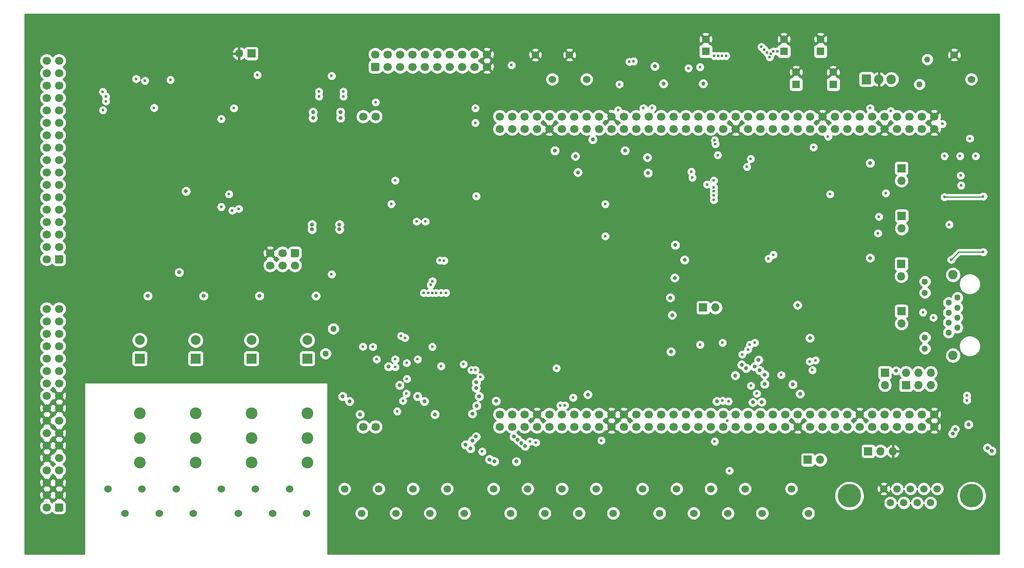
<source format=gbr>
%TF.GenerationSoftware,KiCad,Pcbnew,(5.1.9)-1*%
%TF.CreationDate,2021-05-20T16:46:48+02:00*%
%TF.ProjectId,AR2ISS_MainCTL_HW,41523249-5353-45f4-9d61-696e43544c5f,rev?*%
%TF.SameCoordinates,PXe448a9c0PYfd535690*%
%TF.FileFunction,Copper,L2,Inr*%
%TF.FilePolarity,Positive*%
%FSLAX46Y46*%
G04 Gerber Fmt 4.6, Leading zero omitted, Abs format (unit mm)*
G04 Created by KiCad (PCBNEW (5.1.9)-1) date 2021-05-20 16:46:48*
%MOMM*%
%LPD*%
G01*
G04 APERTURE LIST*
%TA.AperFunction,ComponentPad*%
%ADD10C,1.700000*%
%TD*%
%TA.AperFunction,ComponentPad*%
%ADD11O,1.700000X1.700000*%
%TD*%
%TA.AperFunction,ComponentPad*%
%ADD12R,1.700000X1.700000*%
%TD*%
%TA.AperFunction,ComponentPad*%
%ADD13C,1.524000*%
%TD*%
%TA.AperFunction,ComponentPad*%
%ADD14C,4.800000*%
%TD*%
%TA.AperFunction,ComponentPad*%
%ADD15C,1.500000*%
%TD*%
%TA.AperFunction,ComponentPad*%
%ADD16C,1.270000*%
%TD*%
%TA.AperFunction,ComponentPad*%
%ADD17C,1.900000*%
%TD*%
%TA.AperFunction,ComponentPad*%
%ADD18C,1.300000*%
%TD*%
%TA.AperFunction,ComponentPad*%
%ADD19C,2.000000*%
%TD*%
%TA.AperFunction,ComponentPad*%
%ADD20R,2.000000X2.000000*%
%TD*%
%TA.AperFunction,ComponentPad*%
%ADD21C,2.400000*%
%TD*%
%TA.AperFunction,ComponentPad*%
%ADD22R,1.600000X1.600000*%
%TD*%
%TA.AperFunction,ComponentPad*%
%ADD23C,1.600000*%
%TD*%
%TA.AperFunction,ComponentPad*%
%ADD24R,1.905000X2.000000*%
%TD*%
%TA.AperFunction,ComponentPad*%
%ADD25O,1.905000X2.000000*%
%TD*%
%TA.AperFunction,ViaPad*%
%ADD26C,0.600000*%
%TD*%
%TA.AperFunction,ViaPad*%
%ADD27C,0.800000*%
%TD*%
%TA.AperFunction,Conductor*%
%ADD28C,0.250000*%
%TD*%
%TA.AperFunction,Conductor*%
%ADD29C,0.254000*%
%TD*%
%TA.AperFunction,Conductor*%
%ADD30C,0.100000*%
%TD*%
G04 APERTURE END LIST*
D10*
%TO.N,/Controller/SCLK*%
%TO.C,U2*%
X97790000Y26670000D03*
%TO.N,/Controller/MISO*%
X97790000Y29210000D03*
%TO.N,/SDCard/CLK*%
X100330000Y26670000D03*
%TO.N,/SDCard/CMD*%
X100330000Y29210000D03*
%TO.N,Net-(U2-Pad5)*%
X102870000Y26670000D03*
%TO.N,+5V*%
X102870000Y29210000D03*
%TO.N,Net-(U2-Pad7)*%
X105410000Y26670000D03*
%TO.N,GND*%
X105410000Y29210000D03*
%TO.N,/ADIn/DA_IN_LL6*%
X107950000Y26670000D03*
%TO.N,Net-(U2-Pad10)*%
X107950000Y29210000D03*
%TO.N,/ADIn/DA_IN_LL3*%
X110490000Y26670000D03*
%TO.N,Net-(U2-Pad12)*%
X110490000Y29210000D03*
%TO.N,/Controller/SWDIO*%
X113030000Y26670000D03*
%TO.N,/Controller/NRST*%
X113030000Y29210000D03*
%TO.N,/Controller/SWCLK*%
X115570000Y26670000D03*
%TO.N,Net-(U2-Pad16)*%
X115570000Y29210000D03*
%TO.N,/Controller/Backlight*%
X118110000Y26670000D03*
%TO.N,Net-(U2-Pad18)*%
X118110000Y29210000D03*
%TO.N,GND*%
X120650000Y26670000D03*
X120650000Y29210000D03*
%TO.N,/Controller/SDA*%
X123190000Y26670000D03*
%TO.N,GND*%
X123190000Y29210000D03*
%TO.N,Net-(U2-Pad23)*%
X125730000Y26670000D03*
%TO.N,Net-(U2-Pad24)*%
X125730000Y29210000D03*
%TO.N,Net-(U2-Pad25)*%
X128270000Y26670000D03*
%TO.N,Net-(U2-Pad26)*%
X128270000Y29210000D03*
%TO.N,Net-(U2-Pad27)*%
X130810000Y26670000D03*
%TO.N,Net-(U2-Pad28)*%
X130810000Y29210000D03*
%TO.N,Net-(U2-Pad29)*%
X133350000Y26670000D03*
%TO.N,Net-(U2-Pad30)*%
X133350000Y29210000D03*
%TO.N,Net-(U2-Pad31)*%
X135890000Y26670000D03*
%TO.N,/AOut/DAC1*%
X135890000Y29210000D03*
%TO.N,/Controller/VBATT*%
X138430000Y26670000D03*
%TO.N,Net-(U2-Pad34)*%
X138430000Y29210000D03*
%TO.N,/ADIn/DA_IN_LL0*%
X140970000Y26670000D03*
%TO.N,Net-(U2-Pad36)*%
X140970000Y29210000D03*
%TO.N,/ADIn/DA_IN_LL1*%
X143510000Y26670000D03*
%TO.N,/ADIn/DA_IN_LL7*%
X143510000Y29210000D03*
%TO.N,Net-(U2-Pad39)*%
X146050000Y26670000D03*
%TO.N,/Controller/DisplayCLK*%
X146050000Y29210000D03*
%TO.N,/Controller/TX*%
X148590000Y26670000D03*
%TO.N,Net-(U2-Pad42)*%
X148590000Y29210000D03*
%TO.N,/Controller/RX*%
X151130000Y26670000D03*
%TO.N,Net-(U2-Pad44)*%
X151130000Y29210000D03*
%TO.N,Net-(U2-Pad45)*%
X153670000Y26670000D03*
%TO.N,Net-(U2-Pad46)*%
X153670000Y29210000D03*
%TO.N,/Controller/REL1*%
X156210000Y26670000D03*
%TO.N,/Controller/REL2*%
X156210000Y29210000D03*
%TO.N,GND*%
X158750000Y26670000D03*
%TO.N,/Controller/REL3*%
X158750000Y29210000D03*
%TO.N,Net-(U2-Pad51)*%
X161290000Y26670000D03*
%TO.N,Net-(U2-Pad52)*%
X161290000Y29210000D03*
%TO.N,Net-(U2-Pad53)*%
X163830000Y26670000D03*
%TO.N,/ADIn/DA_IN_LL5*%
X163830000Y29210000D03*
%TO.N,/CAN/FDCAN_TX*%
X166370000Y26670000D03*
%TO.N,/ADIn/DA_IN_LL2*%
X166370000Y29210000D03*
%TO.N,/CAN/FDCAN_RX*%
X168910000Y26670000D03*
%TO.N,Net-(U2-Pad58)*%
X168910000Y29210000D03*
%TO.N,Net-(U2-Pad59)*%
X171450000Y26670000D03*
%TO.N,GND*%
X171450000Y29210000D03*
%TO.N,Net-(U2-Pad61)*%
X173990000Y26670000D03*
%TO.N,/Controller/REL4*%
X173990000Y29210000D03*
%TO.N,/Controller/RX2*%
X176530000Y26670000D03*
%TO.N,Net-(U2-Pad64)*%
X176530000Y29210000D03*
%TO.N,Net-(U2-Pad65)*%
X179070000Y26670000D03*
%TO.N,Net-(U2-Pad66)*%
X179070000Y29210000D03*
%TO.N,Net-(U2-Pad67)*%
X181610000Y26670000D03*
%TO.N,Net-(U2-Pad68)*%
X181610000Y29210000D03*
%TO.N,Net-(U2-Pad69)*%
X184150000Y26670000D03*
%TO.N,Net-(U2-Pad70)*%
X184150000Y29210000D03*
%TO.N,GND*%
X186690000Y26670000D03*
X186690000Y29210000D03*
%TO.N,/Controller/CD*%
X97790000Y87630000D03*
%TO.N,/SDCard/D0*%
X97790000Y90170000D03*
%TO.N,/Controller/SCL*%
X100330000Y87630000D03*
%TO.N,/Controller/ONEWIRE*%
X100330000Y90170000D03*
%TO.N,/Controller/CE*%
X102870000Y87630000D03*
%TO.N,Net-(U2-Pad78)*%
X102870000Y90170000D03*
%TO.N,Net-(U2-Pad79)*%
X105410000Y87630000D03*
%TO.N,Net-(U2-Pad80)*%
X105410000Y90170000D03*
%TO.N,GND*%
X107950000Y87630000D03*
%TO.N,Net-(U2-Pad82)*%
X107950000Y90170000D03*
%TO.N,/AOut/DAC2*%
X110490000Y87630000D03*
%TO.N,Net-(U2-Pad84)*%
X110490000Y90170000D03*
%TO.N,/Controller/ADC3V3*%
X113030000Y87630000D03*
%TO.N,Net-(U2-Pad86)*%
X113030000Y90170000D03*
%TO.N,Net-(U2-Pad87)*%
X115570000Y87630000D03*
%TO.N,Net-(U2-Pad88)*%
X115570000Y90170000D03*
%TO.N,/Controller/COM_TX2*%
X118110000Y87630000D03*
%TO.N,/Controller/SDA_ext*%
X118110000Y90170000D03*
%TO.N,/Controller/PWM_DOUT5*%
X120650000Y87630000D03*
%TO.N,GND*%
X120650000Y90170000D03*
%TO.N,Net-(U2-Pad93)*%
X123190000Y87630000D03*
%TO.N,/Controller/MOSI*%
X123190000Y90170000D03*
%TO.N,Net-(U2-Pad95)*%
X125730000Y87630000D03*
%TO.N,/Controller/ADC12V*%
X125730000Y90170000D03*
%TO.N,/Controller/SCL_ext*%
X128270000Y87630000D03*
%TO.N,/Controller/DisplayData*%
X128270000Y90170000D03*
%TO.N,Net-(U2-Pad99)*%
X130810000Y87630000D03*
%TO.N,Net-(U2-Pad100)*%
X130810000Y90170000D03*
%TO.N,Net-(U2-Pad101)*%
X133350000Y87630000D03*
%TO.N,Net-(U2-Pad102)*%
X133350000Y90170000D03*
%TO.N,/Controller/SWO*%
X135890000Y87630000D03*
%TO.N,Net-(U2-Pad104)*%
X135890000Y90170000D03*
%TO.N,/Controller/COM_RX2*%
X138430000Y87630000D03*
%TO.N,Net-(U2-Pad106)*%
X138430000Y90170000D03*
%TO.N,Net-(U2-Pad107)*%
X140970000Y87630000D03*
%TO.N,Net-(U2-Pad108)*%
X140970000Y90170000D03*
%TO.N,/Controller/ADC5V*%
X143510000Y87630000D03*
%TO.N,Net-(U2-Pad110)*%
X143510000Y90170000D03*
%TO.N,GND*%
X146050000Y87630000D03*
%TO.N,/Controller/COM_TX1*%
X146050000Y90170000D03*
%TO.N,/Controller/EN1*%
X148590000Y87630000D03*
%TO.N,/ADIn/DA_IN_LL4*%
X148590000Y90170000D03*
%TO.N,/Controller/#CS2*%
X151130000Y87630000D03*
%TO.N,/Controller/COM_RX1*%
X151130000Y90170000D03*
%TO.N,/Controller/#CS1*%
X153670000Y87630000D03*
%TO.N,/Controller/PWM_DOUT2*%
X153670000Y90170000D03*
%TO.N,Net-(U2-Pad119)*%
X156210000Y87630000D03*
%TO.N,/Controller/PWM_DOUT3*%
X156210000Y90170000D03*
%TO.N,Net-(U2-Pad121)*%
X158750000Y87630000D03*
%TO.N,/Controller/LD1*%
X158750000Y90170000D03*
%TO.N,/Controller/PWM_DOUT1*%
X161290000Y87630000D03*
%TO.N,/Controller/ENC_A*%
X161290000Y90170000D03*
%TO.N,/SDCard/#CD*%
X163830000Y87630000D03*
%TO.N,GND*%
X163830000Y90170000D03*
%TO.N,/Controller/PWM_DOUT0*%
X166370000Y87630000D03*
%TO.N,/Controller/ENC_B*%
X166370000Y90170000D03*
%TO.N,Net-(U2-Pad129)*%
X168910000Y87630000D03*
%TO.N,Net-(U2-Pad130)*%
X168910000Y90170000D03*
%TO.N,Net-(U2-Pad131)*%
X171450000Y87630000D03*
%TO.N,/Controller/LD2*%
X171450000Y90170000D03*
%TO.N,/Controller/TX2*%
X173990000Y87630000D03*
%TO.N,/Controller/ADCPWR*%
X173990000Y90170000D03*
%TO.N,GND*%
X176530000Y87630000D03*
%TO.N,Net-(U2-Pad136)*%
X176530000Y90170000D03*
%TO.N,Net-(U2-Pad137)*%
X179070000Y87630000D03*
%TO.N,Net-(U2-Pad138)*%
X179070000Y90170000D03*
%TO.N,Net-(U2-Pad139)*%
X181610000Y87630000D03*
%TO.N,Net-(U2-Pad140)*%
X181610000Y90170000D03*
%TO.N,Net-(U2-Pad141)*%
X184150000Y87630000D03*
%TO.N,Net-(U2-Pad142)*%
X184150000Y90170000D03*
%TO.N,GND*%
X186690000Y87630000D03*
X186690000Y90170000D03*
%TO.N,N/C*%
X69850000Y26670000D03*
X72390000Y26670000D03*
X69850000Y90170000D03*
X72390000Y90170000D03*
%TD*%
D11*
%TO.N,GND*%
%TO.C,J7*%
X178280000Y21680000D03*
%TO.N,/RS232/sheet608DD623/A_ext*%
X175740000Y21680000D03*
D12*
%TO.N,/RS232/sheet608DD623/B_ext*%
X173200000Y21680000D03*
%TD*%
D13*
%TO.N,GND*%
%TO.C,J28*%
X105069996Y102790000D03*
%TO.N,Net-(J28-Pad3)*%
X108569996Y97790000D03*
%TO.N,GND*%
X112069997Y102790000D03*
%TO.N,Net-(J28-Pad1)*%
X115569997Y97790000D03*
%TD*%
%TO.N,Net-(J22-Pad8)*%
%TO.C,J22*%
X90540005Y8970000D03*
%TO.N,Net-(J22-Pad7)*%
X87040004Y13970000D03*
%TO.N,Net-(J22-Pad6)*%
X83540003Y8970000D03*
%TO.N,Net-(J22-Pad5)*%
X80040003Y13970000D03*
%TO.N,Net-(J22-Pad4)*%
X76540002Y8970000D03*
%TO.N,Net-(J22-Pad3)*%
X73040002Y13970000D03*
%TO.N,Net-(J22-Pad2)*%
X69540001Y8970000D03*
%TO.N,Net-(J22-Pad1)*%
X66040000Y13970000D03*
%TD*%
D14*
%TO.N,N/C*%
%TO.C,J8*%
X169350000Y12550000D03*
X194340000Y12550000D03*
D15*
%TO.N,Net-(J8-Pad9)*%
X177735000Y11130000D03*
%TO.N,Net-(J8-Pad8)*%
X180475000Y11130000D03*
%TO.N,Net-(J8-Pad7)*%
X183215000Y11130000D03*
%TO.N,Net-(J8-Pad6)*%
X185955000Y11130000D03*
%TO.N,GND*%
X176365000Y13970000D03*
%TO.N,Net-(J8-Pad4)*%
X179105000Y13970000D03*
%TO.N,Net-(J6-Pad3)*%
X181845000Y13970000D03*
%TO.N,Net-(J6-Pad4)*%
X184585000Y13970000D03*
%TO.N,Net-(J8-Pad1)*%
X187325000Y13970000D03*
%TD*%
D13*
%TO.N,Net-(D23-Pad2)*%
%TO.C,J17*%
X160980002Y8970000D03*
%TO.N,Net-(D23-Pad1)*%
X157479999Y13970000D03*
%TD*%
%TO.N,GND*%
%TO.C,J4*%
X190809998Y102790000D03*
%TO.N,Net-(F1-Pad2)*%
X194310001Y97790000D03*
%TD*%
D16*
%TO.N,+12VA*%
%TO.C,F2*%
X63754000Y46736000D03*
%TO.N,+12V*%
X62154000Y41636000D03*
%TD*%
D17*
%TO.N,Net-(C22-Pad2)*%
%TO.C,J15*%
X190560000Y41280000D03*
X190560000Y57780000D03*
D18*
%TO.N,/RS422/RS485Tranceiver1/A_in*%
X191450000Y53100000D03*
%TO.N,/RS422/RS485Tranceiver1/B_in*%
X189670000Y52080000D03*
%TO.N,/RS422/RS485Tranceiver2/A_in*%
X191450000Y51060000D03*
%TO.N,/RS422/RS485Tranceiver3/A_in*%
X189670000Y50040000D03*
%TO.N,/RS422/RS485Tranceiver3/B_in*%
X191450000Y49020000D03*
%TO.N,/RS422/RS485Tranceiver2/B_in*%
X189670000Y48000000D03*
%TO.N,/RS422/RS485Tranceiver4/A_in*%
X191450000Y46980000D03*
%TO.N,/RS422/RS485Tranceiver4/B_in*%
X189670000Y45960000D03*
%TO.N,/Controller/LD2*%
X184810000Y42670000D03*
%TO.N,Net-(J15-Pad9)*%
X184810000Y44960000D03*
%TO.N,/Controller/LD1*%
X184810000Y54100000D03*
%TO.N,Net-(J15-Pad11)*%
X184810000Y56390000D03*
%TD*%
D11*
%TO.N,/RS232/sheet608DD623/B_ext*%
%TO.C,J3*%
X141940000Y51080000D03*
D12*
%TO.N,Net-(J3-Pad1)*%
X139400000Y51080000D03*
%TD*%
D13*
%TO.N,Net-(J2-Pad6)*%
%TO.C,J2*%
X58300005Y8970000D03*
%TO.N,Net-(J2-Pad5)*%
X54800005Y13970000D03*
%TO.N,Net-(J2-Pad4)*%
X51300004Y8970000D03*
%TO.N,Net-(J2-Pad3)*%
X47800003Y13970000D03*
%TO.N,Net-(J2-Pad2)*%
X44300003Y8970000D03*
%TO.N,Net-(J2-Pad1)*%
X40800000Y13970000D03*
%TD*%
%TO.N,Net-(J1-Pad6)*%
%TO.C,J1*%
X35100000Y8970000D03*
%TO.N,Net-(J1-Pad5)*%
X31600000Y13970000D03*
%TO.N,Net-(J1-Pad4)*%
X28099999Y8970000D03*
%TO.N,Net-(J1-Pad3)*%
X24599998Y13970000D03*
%TO.N,Net-(J1-Pad2)*%
X21099998Y8970000D03*
%TO.N,Net-(J1-Pad1)*%
X17599995Y13970000D03*
%TD*%
D11*
%TO.N,GND*%
%TO.C,J26*%
X44460000Y103080000D03*
D12*
%TO.N,Net-(J26-Pad1)*%
X47000000Y103080000D03*
%TD*%
D10*
%TO.N,/Controller/SWO*%
%TO.C,J25*%
X50800000Y59690000D03*
%TO.N,/Controller/SWCLK*%
X53340000Y59690000D03*
%TO.N,/Controller/SWDIO*%
X55880000Y59690000D03*
%TO.N,GND*%
X50800000Y62230000D03*
%TO.N,/Controller/NRST*%
X53340000Y62230000D03*
%TO.N,+3V3*%
%TA.AperFunction,ComponentPad*%
G36*
G01*
X55280000Y63080000D02*
X56480000Y63080000D01*
G75*
G02*
X56730000Y62830000I0J-250000D01*
G01*
X56730000Y61630000D01*
G75*
G02*
X56480000Y61380000I-250000J0D01*
G01*
X55280000Y61380000D01*
G75*
G02*
X55030000Y61630000I0J250000D01*
G01*
X55030000Y62830000D01*
G75*
G02*
X55280000Y63080000I250000J0D01*
G01*
G37*
%TD.AperFunction*%
%TD*%
%TO.N,GND*%
%TO.C,J24*%
X95186500Y102870000D03*
%TO.N,/DOut/IO15*%
X92646500Y102870000D03*
%TO.N,/DOut/IO13*%
X90106500Y102870000D03*
%TO.N,/DOut/IO11*%
X87566500Y102870000D03*
%TO.N,/DOut/IO9*%
X85026500Y102870000D03*
%TO.N,/DOut/IO7*%
X82486500Y102870000D03*
%TO.N,/DOut/IO5*%
X79946500Y102870000D03*
%TO.N,/DOut/IO3*%
X77406500Y102870000D03*
%TO.N,/DOut/IO1*%
X74866500Y102870000D03*
%TO.N,Net-(J24-Pad1)*%
X72326500Y102870000D03*
%TO.N,GND*%
X95186500Y100330000D03*
%TO.N,/DOut/IO14*%
X92646500Y100330000D03*
%TO.N,/DOut/IO12*%
X90106500Y100330000D03*
%TO.N,/DOut/IO10*%
X87566500Y100330000D03*
%TO.N,/DOut/IO8*%
X85026500Y100330000D03*
%TO.N,/DOut/IO6*%
X82486500Y100330000D03*
%TO.N,/DOut/IO4*%
X79946500Y100330000D03*
%TO.N,/DOut/IO2*%
X77406500Y100330000D03*
%TO.N,/DOut/IO0*%
X74866500Y100330000D03*
%TO.N,Net-(J24-Pad1)*%
%TA.AperFunction,ComponentPad*%
G36*
G01*
X72926500Y99480000D02*
X71726500Y99480000D01*
G75*
G02*
X71476500Y99730000I0J250000D01*
G01*
X71476500Y100930000D01*
G75*
G02*
X71726500Y101180000I250000J0D01*
G01*
X72926500Y101180000D01*
G75*
G02*
X73176500Y100930000I0J-250000D01*
G01*
X73176500Y99730000D01*
G75*
G02*
X72926500Y99480000I-250000J0D01*
G01*
G37*
%TD.AperFunction*%
%TD*%
D13*
%TO.N,Net-(J23-Pad8)*%
%TO.C,J23*%
X121020005Y8970000D03*
%TO.N,Net-(J23-Pad7)*%
X117520004Y13970000D03*
%TO.N,Net-(J23-Pad6)*%
X114020003Y8970000D03*
%TO.N,Net-(J23-Pad5)*%
X110520003Y13970000D03*
%TO.N,Net-(J23-Pad4)*%
X107020002Y8970000D03*
%TO.N,Net-(J23-Pad3)*%
X103520002Y13970000D03*
%TO.N,Net-(J23-Pad2)*%
X100020001Y8970000D03*
%TO.N,Net-(J23-Pad1)*%
X96520000Y13970000D03*
%TD*%
D19*
%TO.N,Net-(D6-Pad1)*%
%TO.C,K4*%
X58420000Y44390000D03*
D20*
%TO.N,+12V*%
X58420000Y40640000D03*
D21*
%TO.N,Net-(J2-Pad4)*%
X58420000Y29390000D03*
%TO.N,Net-(J2-Pad5)*%
X58420000Y24390000D03*
%TO.N,Net-(J2-Pad6)*%
X58420000Y19390000D03*
%TD*%
D19*
%TO.N,Net-(D5-Pad1)*%
%TO.C,K3*%
X46990000Y44390000D03*
D20*
%TO.N,+12V*%
X46990000Y40640000D03*
D21*
%TO.N,Net-(J2-Pad1)*%
X46990000Y29390000D03*
%TO.N,Net-(J2-Pad2)*%
X46990000Y24390000D03*
%TO.N,Net-(J2-Pad3)*%
X46990000Y19390000D03*
%TD*%
D19*
%TO.N,Net-(D2-Pad1)*%
%TO.C,K2*%
X35560000Y44390000D03*
D20*
%TO.N,+12V*%
X35560000Y40640000D03*
D21*
%TO.N,Net-(J1-Pad4)*%
X35560000Y29390000D03*
%TO.N,Net-(J1-Pad5)*%
X35560000Y24390000D03*
%TO.N,Net-(J1-Pad6)*%
X35560000Y19390000D03*
%TD*%
D19*
%TO.N,Net-(D1-Pad1)*%
%TO.C,K1*%
X24130000Y44390000D03*
D20*
%TO.N,+12V*%
X24130000Y40640000D03*
D21*
%TO.N,Net-(J1-Pad1)*%
X24130000Y29390000D03*
%TO.N,Net-(J1-Pad2)*%
X24130000Y24390000D03*
%TO.N,Net-(J1-Pad3)*%
X24130000Y19390000D03*
%TD*%
D13*
%TO.N,/ADIn/DA_IN_7*%
%TO.C,J5*%
X151500005Y8970000D03*
%TO.N,/ADIn/DA_IN_6*%
X148000004Y13970000D03*
%TO.N,/ADIn/DA_IN_5*%
X144500003Y8970000D03*
%TO.N,/ADIn/DA_IN_4*%
X141000003Y13970000D03*
%TO.N,/ADIn/DA_IN_3*%
X137500002Y8970000D03*
%TO.N,/ADIn/DA_IN_2*%
X134000002Y13970000D03*
%TO.N,/ADIn/DA_IN_1*%
X130500001Y8970000D03*
%TO.N,/ADIn/DA_IN_0*%
X127000000Y13970000D03*
%TD*%
D11*
%TO.N,/RS232/RS232Filter_1/B_ext*%
%TO.C,J6*%
X186002000Y37758000D03*
%TO.N,/RS232/RS232Filter_1/A_ext*%
X186002000Y35218000D03*
%TO.N,Net-(J6-Pad4)*%
X183462000Y37758000D03*
%TO.N,Net-(J6-Pad3)*%
X183462000Y35218000D03*
%TO.N,/RS232/RS232Filter_1/A_ext*%
X180922000Y37758000D03*
D12*
%TO.N,/RS232/RS232Filter_1/B_ext*%
X180922000Y35218000D03*
%TD*%
D11*
%TO.N,Net-(D23-Pad2)*%
%TO.C,J16*%
X163363000Y19939000D03*
D12*
%TO.N,Net-(J16-Pad1)*%
X160823000Y19939000D03*
%TD*%
D11*
%TO.N,/RS232/RS232Filter_1/B_ext*%
%TO.C,J9*%
X176604000Y35218000D03*
D12*
%TO.N,Net-(J9-Pad1)*%
X176604000Y37758000D03*
%TD*%
D22*
%TO.N,+12V*%
%TO.C,C50*%
X163449000Y103505000D03*
D23*
%TO.N,GND*%
X163449000Y106005000D03*
%TD*%
D22*
%TO.N,+5V*%
%TO.C,C51*%
X155956000Y103505000D03*
D23*
%TO.N,GND*%
X155956000Y106005000D03*
%TD*%
%TO.N,GND*%
%TO.C,C55*%
X139954000Y106005000D03*
D22*
%TO.N,+3V3*%
X139954000Y103505000D03*
%TD*%
D23*
%TO.N,GND*%
%TO.C,C56*%
X166039800Y99248600D03*
D22*
%TO.N,Net-(C56-Pad1)*%
X166039800Y96748600D03*
%TD*%
%TO.N,Net-(C56-Pad1)*%
%TO.C,C59*%
X158445200Y96748600D03*
D23*
%TO.N,GND*%
X158445200Y99248600D03*
%TD*%
D16*
%TO.N,Net-(F1-Pad2)*%
%TO.C,F1*%
X183693000Y96754000D03*
%TO.N,Net-(F1-Pad1)*%
X185293000Y101854000D03*
%TD*%
D12*
%TO.N,Net-(J11-Pad1)*%
%TO.C,J11*%
X180012000Y79590000D03*
D11*
%TO.N,/RS422/RS485Tranceiver1/A_in*%
X180012000Y77050000D03*
%TD*%
D12*
%TO.N,Net-(J12-Pad1)*%
%TO.C,J12*%
X179972000Y60033000D03*
D11*
%TO.N,/RS422/RS485Tranceiver3/A_in*%
X179972000Y57493000D03*
%TD*%
%TO.N,/RS422/RS485Tranceiver4/A_in*%
%TO.C,J13*%
X180007800Y47808400D03*
D12*
%TO.N,Net-(J13-Pad1)*%
X180007800Y50348400D03*
%TD*%
D11*
%TO.N,/RS422/RS485Tranceiver2/A_in*%
%TO.C,J14*%
X180041000Y67277000D03*
D12*
%TO.N,Net-(J14-Pad1)*%
X180041000Y69817000D03*
%TD*%
D10*
%TO.N,/LCD/LED1*%
%TO.C,J18*%
X5080000Y50800000D03*
%TO.N,Net-(J18-Pad32)*%
X5080000Y48260000D03*
%TO.N,/LCD/BTN9*%
X5080000Y45720000D03*
%TO.N,/LCD/BTN11*%
X5080000Y43180000D03*
%TO.N,Net-(J18-Pad26)*%
X5080000Y40640000D03*
%TO.N,/LCD/BTN3*%
X5080000Y38100000D03*
%TO.N,/LCD/BTN1*%
X5080000Y35560000D03*
%TO.N,Net-(J18-Pad20)*%
X5080000Y33020000D03*
%TO.N,GND*%
X5080000Y30480000D03*
X5080000Y27940000D03*
%TO.N,Net-(J18-Pad14)*%
X5080000Y25400000D03*
%TO.N,GND*%
X5080000Y22860000D03*
X5080000Y20320000D03*
%TO.N,+5V*%
X5080000Y17780000D03*
%TO.N,GND*%
X5080000Y15240000D03*
X5080000Y12700000D03*
%TO.N,Net-(J18-Pad2)*%
X5080000Y10160000D03*
%TO.N,/Controller/Backlight*%
X7620000Y50800000D03*
%TO.N,/LCD/BTN8*%
X7620000Y48260000D03*
%TO.N,/LCD/BTN10*%
X7620000Y45720000D03*
%TO.N,/LCD/BTN12*%
X7620000Y43180000D03*
%TO.N,/LCD/BTN4*%
X7620000Y40640000D03*
%TO.N,/LCD/BTN2*%
X7620000Y38100000D03*
%TO.N,/LCD/BTN0*%
X7620000Y35560000D03*
%TO.N,GND*%
X7620000Y33020000D03*
X7620000Y30480000D03*
%TO.N,/Controller/ENC_A*%
X7620000Y27940000D03*
%TO.N,GND*%
X7620000Y25400000D03*
X7620000Y22860000D03*
%TO.N,/Controller/ENC_B*%
X7620000Y20320000D03*
%TO.N,+5V*%
X7620000Y17780000D03*
%TO.N,GND*%
X7620000Y15240000D03*
X7620000Y12700000D03*
%TO.N,Net-(J18-Pad1)*%
%TA.AperFunction,ComponentPad*%
G36*
G01*
X8470000Y10760000D02*
X8470000Y9560000D01*
G75*
G02*
X8220000Y9310000I-250000J0D01*
G01*
X7020000Y9310000D01*
G75*
G02*
X6770000Y9560000I0J250000D01*
G01*
X6770000Y10760000D01*
G75*
G02*
X7020000Y11010000I250000J0D01*
G01*
X8220000Y11010000D01*
G75*
G02*
X8470000Y10760000I0J-250000D01*
G01*
G37*
%TD.AperFunction*%
%TD*%
%TO.N,/LCD/LED2*%
%TO.C,J19*%
%TA.AperFunction,ComponentPad*%
G36*
G01*
X8470000Y61560000D02*
X8470000Y60360000D01*
G75*
G02*
X8220000Y60110000I-250000J0D01*
G01*
X7020000Y60110000D01*
G75*
G02*
X6770000Y60360000I0J250000D01*
G01*
X6770000Y61560000D01*
G75*
G02*
X7020000Y61810000I250000J0D01*
G01*
X8220000Y61810000D01*
G75*
G02*
X8470000Y61560000I0J-250000D01*
G01*
G37*
%TD.AperFunction*%
%TO.N,/LCD/LED4*%
X7620000Y63500000D03*
%TO.N,/LCD/LED6*%
X7620000Y66040000D03*
%TO.N,/LCD/LED7*%
X7620000Y68580000D03*
%TO.N,/LCD/LED11*%
X7620000Y71120000D03*
%TO.N,/LCD/LED13*%
X7620000Y73660000D03*
%TO.N,/LCD/LED15*%
X7620000Y76200000D03*
%TO.N,/LCD/LED17*%
X7620000Y78740000D03*
%TO.N,/LCD/LED19*%
X7620000Y81280000D03*
%TO.N,/LCD/LED9*%
X7620000Y83820000D03*
%TO.N,Net-(J19-Pad21)*%
X7620000Y86360000D03*
%TO.N,Net-(J19-Pad23)*%
X7620000Y88900000D03*
%TO.N,/Controller/CE*%
X7620000Y91440000D03*
%TO.N,/LCD/D7*%
X7620000Y93980000D03*
%TO.N,/LCD/D5*%
X7620000Y96520000D03*
%TO.N,/LCD/D3*%
X7620000Y99060000D03*
%TO.N,/LCD/D1*%
X7620000Y101600000D03*
%TO.N,/LCD/LED3*%
X5080000Y60960000D03*
%TO.N,/LCD/LED5*%
X5080000Y63500000D03*
%TO.N,/LCD/LED8*%
X5080000Y66040000D03*
%TO.N,/LCD/LED10*%
X5080000Y68580000D03*
%TO.N,/LCD/LED12*%
X5080000Y71120000D03*
%TO.N,/LCD/LED14*%
X5080000Y73660000D03*
%TO.N,/LCD/LED16*%
X5080000Y76200000D03*
%TO.N,/LCD/LED18*%
X5080000Y78740000D03*
%TO.N,/LCD/LED20*%
X5080000Y81280000D03*
%TO.N,/LCD/LED21*%
X5080000Y83820000D03*
%TO.N,/LCD/LED22*%
X5080000Y86360000D03*
%TO.N,/LCD/WR*%
X5080000Y88900000D03*
%TO.N,/Controller/CD*%
X5080000Y91440000D03*
%TO.N,/LCD/D6*%
X5080000Y93980000D03*
%TO.N,/LCD/D4*%
X5080000Y96520000D03*
%TO.N,/LCD/D2*%
X5080000Y99060000D03*
%TO.N,/LCD/D0*%
X5080000Y101600000D03*
%TD*%
D24*
%TO.N,+12V*%
%TO.C,U11*%
X172847000Y97790000D03*
D25*
%TO.N,GND*%
X175387000Y97790000D03*
%TO.N,Net-(C56-Pad1)*%
X177927000Y97790000D03*
%TD*%
D26*
%TO.N,GND*%
X73400000Y32280000D03*
X72600000Y32280000D03*
X71800000Y32280000D03*
X73400000Y31480000D03*
X72600000Y31480000D03*
X88000000Y32080000D03*
X87200000Y32080000D03*
X88000000Y31280000D03*
X71800000Y35080000D03*
X73400000Y35080000D03*
X72600000Y35080000D03*
X73400000Y35880000D03*
X72600000Y35880000D03*
X71800000Y35880000D03*
X71800000Y31480000D03*
X88800000Y31280000D03*
X87200000Y31280000D03*
X88800000Y34480000D03*
X88000000Y34480000D03*
X87200000Y34480000D03*
X88800000Y35280000D03*
X88000000Y35280000D03*
X87200000Y35280000D03*
X88800000Y36080000D03*
X88000000Y36080000D03*
X87200000Y36080000D03*
X73400000Y36680000D03*
X72600000Y36680000D03*
X71800000Y36680000D03*
D27*
X83262000Y35186000D03*
X87961000Y29471000D03*
X185039000Y15748000D03*
D26*
X168836000Y81622000D03*
D27*
X23747000Y49416000D03*
X35177000Y49416000D03*
X46607000Y49416000D03*
X58037000Y49416000D03*
X125858000Y62233000D03*
X125858000Y58677000D03*
X126112000Y55121000D03*
X126112000Y51565000D03*
X126112000Y47755000D03*
X126112000Y43945000D03*
X126112000Y40135000D03*
X126112000Y36579000D03*
D26*
X168836000Y74891000D03*
X176964000Y79336000D03*
X168865000Y71849000D03*
X168865000Y65118000D03*
X176993000Y69563000D03*
X168796000Y62065000D03*
X168796000Y55334000D03*
X168831800Y52380400D03*
X168831800Y45649400D03*
X176959800Y50094400D03*
X168865000Y71849000D03*
X168865000Y65118000D03*
X176993000Y69563000D03*
X168796000Y62065000D03*
X168796000Y55334000D03*
X168831800Y52380400D03*
X168831800Y45649400D03*
X176959800Y50094400D03*
D27*
X173175000Y37631000D03*
X194490000Y26123000D03*
X194236000Y29679000D03*
X27432000Y94996000D03*
X165735000Y32893000D03*
X155194000Y35179000D03*
X193675000Y36576000D03*
X182245000Y41656000D03*
X184785000Y61722000D03*
X149647000Y19939000D03*
X67945000Y35179000D03*
X72644000Y29464000D03*
X77470000Y39624000D03*
X112014000Y78740000D03*
X126492000Y78740000D03*
X127635000Y83185000D03*
X113030000Y83439000D03*
X159893000Y45974000D03*
X161036000Y75311000D03*
X161671000Y72898000D03*
X159766000Y65405000D03*
X161671000Y63246000D03*
X161036000Y55626000D03*
X161671000Y53467000D03*
X161671000Y81407000D03*
X36322000Y58801000D03*
X38100000Y68326000D03*
X35433000Y74803000D03*
X37973000Y85979000D03*
X15875000Y93345000D03*
X147955000Y104267000D03*
X13462000Y102362000D03*
X126479000Y94348000D03*
X134480000Y94348000D03*
D26*
X141600000Y39480000D03*
X140000000Y47880000D03*
X23400000Y95280000D03*
X90000000Y41880000D03*
X89200000Y41880000D03*
X89200000Y43280000D03*
X90000000Y43280000D03*
X94400000Y40280000D03*
X95200000Y40280000D03*
X76600000Y42080000D03*
X198000000Y85680000D03*
X199000000Y88480000D03*
X81400000Y74680000D03*
X84600000Y72080000D03*
X85400000Y72080000D03*
X86400000Y72080000D03*
X176800000Y59680000D03*
X93200000Y57880000D03*
X94000000Y57880000D03*
X93200000Y57080000D03*
X94000000Y57080000D03*
X94800000Y57080000D03*
X94800000Y57880000D03*
X94800000Y58680000D03*
X94000000Y58680000D03*
X93200000Y58680000D03*
X155000000Y73480000D03*
X149000000Y75480000D03*
X149800000Y75480000D03*
X149000000Y74680000D03*
X149800000Y74680000D03*
X186000000Y71880000D03*
X186000000Y71080000D03*
X189400000Y70280000D03*
X121000000Y76880000D03*
X121800000Y76880000D03*
X122600000Y76880000D03*
X106400000Y76680000D03*
X107200000Y76680000D03*
X108000000Y76680000D03*
X95400000Y68680000D03*
X96200000Y68680000D03*
X86400000Y68480000D03*
X86400000Y69280000D03*
X82200000Y74680000D03*
X81400000Y75480000D03*
X82200000Y75480000D03*
X83000000Y75480000D03*
X83000000Y74680000D03*
X166400000Y40480000D03*
X167200000Y40480000D03*
X167200000Y41280000D03*
X166400000Y41280000D03*
X168000000Y41280000D03*
X168000000Y40480000D03*
X193400000Y22680000D03*
X194200000Y22680000D03*
X194200000Y21880000D03*
X193400000Y21880000D03*
X57600000Y46280000D03*
X56800000Y46280000D03*
X46200000Y46280000D03*
X45400000Y46280000D03*
X34800000Y46280000D03*
X34000000Y46280000D03*
X23200000Y46280000D03*
X22400000Y46280000D03*
X41000000Y103080000D03*
X41000000Y102280000D03*
X147400000Y101080000D03*
X148200000Y101080000D03*
X174200000Y94080000D03*
X175000000Y94080000D03*
X175800000Y94080000D03*
X174600000Y99480000D03*
X175400000Y99480000D03*
X176200000Y99480000D03*
X176200000Y100280000D03*
X175400000Y100280000D03*
X174600000Y100280000D03*
X174600000Y101080000D03*
X175400000Y101080000D03*
X176200000Y101080000D03*
D27*
X163661994Y40538820D03*
D26*
X193700000Y78180000D03*
D27*
%TO.N,+3V3*%
X193728000Y27139000D03*
X75057000Y38989000D03*
X152019000Y35433000D03*
D26*
X27075000Y91955000D03*
X25200000Y97480000D03*
X48200000Y98680000D03*
X90400000Y39480000D03*
X144800000Y17680000D03*
X189800000Y68080000D03*
X188800000Y82080000D03*
X195200000Y82080000D03*
X192000000Y82080000D03*
X144111000Y102591000D03*
X143311000Y102591000D03*
X142511000Y102591000D03*
X141711000Y102591000D03*
X124302000Y101378000D03*
X125193000Y101473000D03*
D27*
%TO.N,Net-(C13-Pad2)*%
X159258000Y33412500D03*
X157786312Y35340284D03*
%TO.N,+3V3*%
X59400000Y68080000D03*
X65000000Y68080000D03*
X59400000Y67080000D03*
X65000000Y67080000D03*
X59600000Y89880000D03*
X65200000Y89880000D03*
%TO.N,+5V*%
X33600000Y74880000D03*
X32200000Y58280000D03*
D26*
X16600000Y91480000D03*
X16570000Y95250000D03*
X23400000Y97880000D03*
X30400000Y97680000D03*
X43400000Y91880000D03*
X40800000Y89680000D03*
X194000000Y85680000D03*
X162000000Y83880000D03*
X136400000Y100080000D03*
X138780500Y100299500D03*
X72400000Y93080000D03*
X76400000Y77080000D03*
X75600000Y72280000D03*
X93000000Y73880000D03*
D27*
%TO.N,+3V3*%
X65200000Y91080000D03*
X59600000Y91080000D03*
D26*
X192100000Y78080000D03*
X192200000Y76080000D03*
D27*
X97050000Y31930000D03*
X101200000Y19580000D03*
X96700000Y19580000D03*
X95700000Y19980000D03*
X146000000Y37169998D03*
D26*
%TO.N,+5V*%
X42400000Y74280000D03*
X40798563Y71682981D03*
X154625000Y103505000D03*
X153786000Y103494000D03*
X153286000Y102994000D03*
X153035000Y102315000D03*
X152549000Y103229000D03*
X151949000Y103829000D03*
X151349000Y104429000D03*
D27*
%TO.N,+12V*%
X116840000Y85471000D03*
X129540000Y100457000D03*
%TO.N,Net-(D23-Pad1)*%
X198501000Y21717000D03*
%TO.N,Net-(D23-Pad2)*%
X197612000Y22352000D03*
D26*
%TO.N,/Controller/Backlight*%
X104000000Y23680000D03*
X94213951Y21600000D03*
X118600000Y23880000D03*
%TO.N,/Controller/ENC_A*%
X141600000Y74054997D03*
X77600000Y45280000D03*
X85558051Y60721949D03*
%TO.N,/Controller/ENC_B*%
X141600000Y73080000D03*
X78400000Y44880000D03*
X86400000Y60680036D03*
%TO.N,/Controller/CE*%
X65800000Y94280000D03*
X60800000Y94280000D03*
X17200000Y93280000D03*
%TO.N,/Controller/CD*%
X65800000Y95280000D03*
X60800000Y95280000D03*
X17200000Y94280000D03*
D27*
%TO.N,/RS422/RS485Tranceiver1/B_in*%
X173609000Y80645000D03*
D26*
X176800000Y74480000D03*
D27*
%TO.N,/RS422/RS485Tranceiver3/B_in*%
X173609000Y61214000D03*
D26*
X186540000Y49020000D03*
%TO.N,/RS422/RS485Tranceiver3/A_in*%
X184400000Y50080000D03*
%TO.N,/RS422/RS485Tranceiver2/B_in*%
X175200000Y66280000D03*
X175400000Y69680000D03*
%TO.N,/Controller/SCL*%
X44400000Y71280000D03*
X43053000Y70933000D03*
%TO.N,/Controller/SDA*%
X110200000Y31080000D03*
D27*
%TO.N,/Controller/REL1*%
X100692332Y24653557D03*
X92948443Y24653557D03*
X25781000Y53467000D03*
%TO.N,/Controller/REL2*%
X101460555Y24013371D03*
X92202000Y23876000D03*
X37211000Y53467000D03*
%TO.N,/Controller/REL3*%
X102228777Y23373186D03*
X90805000Y22987000D03*
X48641000Y53467000D03*
%TO.N,/Controller/REL4*%
X102997000Y22733000D03*
X91821000Y22225000D03*
X60198000Y53467000D03*
%TO.N,/ADIn/DA_IN_LL0*%
X133731000Y63880000D03*
%TO.N,/ADIn/DA_IN_LL1*%
X135636000Y60833000D03*
%TO.N,/ADIn/DA_IN_LL2*%
X133096000Y49530000D03*
X133604000Y57150000D03*
%TO.N,/ADIn/DA_IN_LL3*%
X132715000Y53086000D03*
X115824000Y33274000D03*
D26*
%TO.N,/ADIn/DA_IN_LL4*%
X141942000Y84538000D03*
D27*
%TO.N,/ADIn/DA_IN_LL5*%
X142239990Y31877010D03*
%TO.N,/ADIn/DA_IN_LL6*%
X132842000Y42037000D03*
D26*
%TO.N,/Controller/#CS1*%
X137000000Y78880000D03*
X82225000Y54080000D03*
X72600000Y40480000D03*
X76400000Y40480000D03*
X81000000Y40480000D03*
%TO.N,/Controller/#CS2*%
X137200000Y77680000D03*
X85800000Y39080000D03*
X83158051Y54038051D03*
%TO.N,/Controller/MOSI*%
X84000000Y43055000D03*
X69800000Y43080000D03*
X71829442Y43025558D03*
X84000000Y54080000D03*
%TO.N,/Controller/EN1*%
X78800000Y36480000D03*
X93825000Y36855000D03*
X86800000Y54080000D03*
X142400000Y82280000D03*
%TO.N,/Controller/ONEWIRE*%
X100223853Y100681447D03*
%TO.N,/AOut/DAC1*%
X111134990Y31068197D03*
X119400000Y65680000D03*
X119380000Y72260000D03*
D27*
%TO.N,Net-(R137-Pad1)*%
X123444000Y83185000D03*
X128143000Y78613000D03*
%TO.N,Net-(R138-Pad1)*%
X109093000Y83185000D03*
X113792000Y78740000D03*
%TO.N,Net-(J28-Pad1)*%
X128016000Y81788000D03*
%TO.N,Net-(J28-Pad3)*%
X113284000Y82042000D03*
%TO.N,/Controller/TX*%
X147320000Y39360000D03*
X149600000Y31680000D03*
%TO.N,/CAN/FDCAN_TX*%
X190500000Y25273000D03*
%TO.N,/CAN/FDCAN_RX*%
X191008000Y26162000D03*
D26*
%TO.N,/Controller/DisplayCLK*%
X63400000Y98480000D03*
X63400000Y57880000D03*
X105200000Y23455000D03*
X141800000Y23680000D03*
X144400000Y27880000D03*
D27*
%TO.N,Net-(J23-Pad4)*%
X93091000Y30988000D03*
%TO.N,Net-(J23-Pad2)*%
X93599000Y32893000D03*
D26*
%TO.N,/Controller/RX*%
X152796558Y61076558D03*
X153800000Y61880000D03*
D27*
X148200000Y38680000D03*
X151399988Y31750000D03*
D26*
%TO.N,/Controller/LD1*%
X165400000Y74280000D03*
X165000000Y86080000D03*
D27*
%TO.N,/RS232/RS232Filter_1/B_ext*%
X178890000Y38139000D03*
D26*
%TO.N,/RS232/sheet608DD623/B_ext*%
X144600000Y31880000D03*
X143400000Y43880000D03*
%TO.N,/RS232/sheet608DD623/A_ext*%
X138800000Y43480000D03*
X143400000Y32014000D03*
%TO.N,/RS232/RS232Filter_1/A_int*%
X161774990Y38280000D03*
X155400000Y37280000D03*
%TO.N,/RS232/sheet608DD623/A_int*%
X162400000Y40280000D03*
X150400000Y33480000D03*
%TO.N,/RS232/sheet608DD623/B_int*%
X149200000Y35080000D03*
X161200000Y40055000D03*
%TO.N,/Controller/SWO*%
X80800000Y68680000D03*
X82599940Y68680000D03*
D27*
%TO.N,/Controller/ADC5V*%
X139446000Y96901000D03*
%TO.N,/Controller/ADC12V*%
X131318000Y96901000D03*
%TO.N,+12VA*%
X84532000Y29217000D03*
X82373000Y31884000D03*
X80976000Y32900000D03*
D26*
X76797000Y29845000D03*
X78701428Y33484945D03*
D27*
X77343000Y35179000D03*
D26*
X77978000Y32004000D03*
D27*
X69215000Y29210000D03*
X67056000Y31877000D03*
X65659000Y32893000D03*
X92202000Y29337000D03*
X93000909Y35777091D03*
D26*
%TO.N,/Controller/ADC3V3*%
X122301000Y96779000D03*
X122000000Y91480000D03*
%TO.N,/DOut/IO14*%
X92800000Y88880000D03*
X92800000Y91880000D03*
%TO.N,/Controller/NRST*%
X112800000Y32649000D03*
X109400000Y38680000D03*
%TO.N,/SDCard/D0*%
X177800000Y91280000D03*
X173600000Y91880000D03*
X129000000Y91880000D03*
X127200000Y91880000D03*
%TO.N,/SDCard/#CD*%
X188400000Y88680000D03*
%TO.N,/SDCard/CMD*%
X193400000Y32080000D03*
%TO.N,/Controller/COM_RX2*%
X148600000Y42480000D03*
D27*
X150769799Y40365201D03*
%TO.N,/Controller/COM_TX2*%
X149987000Y38989000D03*
D26*
X141791629Y85323743D03*
X147400000Y41480000D03*
D27*
%TO.N,/Controller/COM_TX1*%
X151003000Y38227000D03*
D26*
X149000000Y43480000D03*
D27*
%TO.N,/Controller/COM_RX1*%
X152019000Y37338000D03*
D26*
X150000000Y43880000D03*
%TO.N,/SDCard/CLK*%
X193400000Y33080000D03*
%TO.N,/Controller/PWM_DOUT2*%
X92000000Y38280000D03*
X141600000Y75680000D03*
X84800000Y54080000D03*
%TO.N,/Controller/PWM_DOUT3*%
X141600000Y74855000D03*
X85800000Y54080000D03*
X92800000Y38280000D03*
%TO.N,/Controller/PWM_DOUT1*%
X149158058Y81521942D03*
X140200000Y76280000D03*
X78758058Y39721942D03*
X84025051Y56480000D03*
%TO.N,/Controller/PWM_DOUT0*%
X148400000Y79880000D03*
X83641942Y55721942D03*
X76400000Y38880000D03*
X141600000Y77080000D03*
D27*
%TO.N,Net-(J23-Pad8)*%
X92963999Y34608795D03*
%TO.N,/RS422/VCC_RS422*%
X158750000Y51562000D03*
X161290000Y44831000D03*
D26*
%TO.N,Net-(J27-Pad9)*%
X190200000Y60880000D03*
X196750000Y62430000D03*
X188800000Y73680000D03*
X196750000Y73830000D03*
%TD*%
D28*
%TO.N,Net-(J27-Pad9)*%
X191750000Y62430000D02*
X196750000Y62430000D01*
X190200000Y60880000D02*
X191750000Y62430000D01*
X196600000Y73680000D02*
X196750000Y73830000D01*
X188800000Y73680000D02*
X196600000Y73680000D01*
%TD*%
D29*
%TO.N,GND*%
X200000000Y660000D02*
X62611000Y660000D01*
X62611000Y9107592D01*
X68143001Y9107592D01*
X68143001Y8832408D01*
X68196687Y8562510D01*
X68301996Y8308273D01*
X68454881Y8079465D01*
X68649466Y7884880D01*
X68878274Y7731995D01*
X69132511Y7626686D01*
X69402409Y7573000D01*
X69677593Y7573000D01*
X69947491Y7626686D01*
X70201728Y7731995D01*
X70430536Y7884880D01*
X70625121Y8079465D01*
X70778006Y8308273D01*
X70883315Y8562510D01*
X70937001Y8832408D01*
X70937001Y9107592D01*
X75143002Y9107592D01*
X75143002Y8832408D01*
X75196688Y8562510D01*
X75301997Y8308273D01*
X75454882Y8079465D01*
X75649467Y7884880D01*
X75878275Y7731995D01*
X76132512Y7626686D01*
X76402410Y7573000D01*
X76677594Y7573000D01*
X76947492Y7626686D01*
X77201729Y7731995D01*
X77430537Y7884880D01*
X77625122Y8079465D01*
X77778007Y8308273D01*
X77883316Y8562510D01*
X77937002Y8832408D01*
X77937002Y9107592D01*
X82143003Y9107592D01*
X82143003Y8832408D01*
X82196689Y8562510D01*
X82301998Y8308273D01*
X82454883Y8079465D01*
X82649468Y7884880D01*
X82878276Y7731995D01*
X83132513Y7626686D01*
X83402411Y7573000D01*
X83677595Y7573000D01*
X83947493Y7626686D01*
X84201730Y7731995D01*
X84430538Y7884880D01*
X84625123Y8079465D01*
X84778008Y8308273D01*
X84883317Y8562510D01*
X84937003Y8832408D01*
X84937003Y9107592D01*
X89143005Y9107592D01*
X89143005Y8832408D01*
X89196691Y8562510D01*
X89302000Y8308273D01*
X89454885Y8079465D01*
X89649470Y7884880D01*
X89878278Y7731995D01*
X90132515Y7626686D01*
X90402413Y7573000D01*
X90677597Y7573000D01*
X90947495Y7626686D01*
X91201732Y7731995D01*
X91430540Y7884880D01*
X91625125Y8079465D01*
X91778010Y8308273D01*
X91883319Y8562510D01*
X91937005Y8832408D01*
X91937005Y9107592D01*
X98623001Y9107592D01*
X98623001Y8832408D01*
X98676687Y8562510D01*
X98781996Y8308273D01*
X98934881Y8079465D01*
X99129466Y7884880D01*
X99358274Y7731995D01*
X99612511Y7626686D01*
X99882409Y7573000D01*
X100157593Y7573000D01*
X100427491Y7626686D01*
X100681728Y7731995D01*
X100910536Y7884880D01*
X101105121Y8079465D01*
X101258006Y8308273D01*
X101363315Y8562510D01*
X101417001Y8832408D01*
X101417001Y9107592D01*
X105623002Y9107592D01*
X105623002Y8832408D01*
X105676688Y8562510D01*
X105781997Y8308273D01*
X105934882Y8079465D01*
X106129467Y7884880D01*
X106358275Y7731995D01*
X106612512Y7626686D01*
X106882410Y7573000D01*
X107157594Y7573000D01*
X107427492Y7626686D01*
X107681729Y7731995D01*
X107910537Y7884880D01*
X108105122Y8079465D01*
X108258007Y8308273D01*
X108363316Y8562510D01*
X108417002Y8832408D01*
X108417002Y9107592D01*
X112623003Y9107592D01*
X112623003Y8832408D01*
X112676689Y8562510D01*
X112781998Y8308273D01*
X112934883Y8079465D01*
X113129468Y7884880D01*
X113358276Y7731995D01*
X113612513Y7626686D01*
X113882411Y7573000D01*
X114157595Y7573000D01*
X114427493Y7626686D01*
X114681730Y7731995D01*
X114910538Y7884880D01*
X115105123Y8079465D01*
X115258008Y8308273D01*
X115363317Y8562510D01*
X115417003Y8832408D01*
X115417003Y9107592D01*
X119623005Y9107592D01*
X119623005Y8832408D01*
X119676691Y8562510D01*
X119782000Y8308273D01*
X119934885Y8079465D01*
X120129470Y7884880D01*
X120358278Y7731995D01*
X120612515Y7626686D01*
X120882413Y7573000D01*
X121157597Y7573000D01*
X121427495Y7626686D01*
X121681732Y7731995D01*
X121910540Y7884880D01*
X122105125Y8079465D01*
X122258010Y8308273D01*
X122363319Y8562510D01*
X122417005Y8832408D01*
X122417005Y9107592D01*
X129103001Y9107592D01*
X129103001Y8832408D01*
X129156687Y8562510D01*
X129261996Y8308273D01*
X129414881Y8079465D01*
X129609466Y7884880D01*
X129838274Y7731995D01*
X130092511Y7626686D01*
X130362409Y7573000D01*
X130637593Y7573000D01*
X130907491Y7626686D01*
X131161728Y7731995D01*
X131390536Y7884880D01*
X131585121Y8079465D01*
X131738006Y8308273D01*
X131843315Y8562510D01*
X131897001Y8832408D01*
X131897001Y9107592D01*
X136103002Y9107592D01*
X136103002Y8832408D01*
X136156688Y8562510D01*
X136261997Y8308273D01*
X136414882Y8079465D01*
X136609467Y7884880D01*
X136838275Y7731995D01*
X137092512Y7626686D01*
X137362410Y7573000D01*
X137637594Y7573000D01*
X137907492Y7626686D01*
X138161729Y7731995D01*
X138390537Y7884880D01*
X138585122Y8079465D01*
X138738007Y8308273D01*
X138843316Y8562510D01*
X138897002Y8832408D01*
X138897002Y9107592D01*
X143103003Y9107592D01*
X143103003Y8832408D01*
X143156689Y8562510D01*
X143261998Y8308273D01*
X143414883Y8079465D01*
X143609468Y7884880D01*
X143838276Y7731995D01*
X144092513Y7626686D01*
X144362411Y7573000D01*
X144637595Y7573000D01*
X144907493Y7626686D01*
X145161730Y7731995D01*
X145390538Y7884880D01*
X145585123Y8079465D01*
X145738008Y8308273D01*
X145843317Y8562510D01*
X145897003Y8832408D01*
X145897003Y9107592D01*
X150103005Y9107592D01*
X150103005Y8832408D01*
X150156691Y8562510D01*
X150262000Y8308273D01*
X150414885Y8079465D01*
X150609470Y7884880D01*
X150838278Y7731995D01*
X151092515Y7626686D01*
X151362413Y7573000D01*
X151637597Y7573000D01*
X151907495Y7626686D01*
X152161732Y7731995D01*
X152390540Y7884880D01*
X152585125Y8079465D01*
X152738010Y8308273D01*
X152843319Y8562510D01*
X152897005Y8832408D01*
X152897005Y9107592D01*
X159583002Y9107592D01*
X159583002Y8832408D01*
X159636688Y8562510D01*
X159741997Y8308273D01*
X159894882Y8079465D01*
X160089467Y7884880D01*
X160318275Y7731995D01*
X160572512Y7626686D01*
X160842410Y7573000D01*
X161117594Y7573000D01*
X161387492Y7626686D01*
X161641729Y7731995D01*
X161870537Y7884880D01*
X162065122Y8079465D01*
X162218007Y8308273D01*
X162323316Y8562510D01*
X162377002Y8832408D01*
X162377002Y9107592D01*
X162323316Y9377490D01*
X162218007Y9631727D01*
X162065122Y9860535D01*
X161870537Y10055120D01*
X161641729Y10208005D01*
X161387492Y10313314D01*
X161117594Y10367000D01*
X160842410Y10367000D01*
X160572512Y10313314D01*
X160318275Y10208005D01*
X160089467Y10055120D01*
X159894882Y9860535D01*
X159741997Y9631727D01*
X159636688Y9377490D01*
X159583002Y9107592D01*
X152897005Y9107592D01*
X152843319Y9377490D01*
X152738010Y9631727D01*
X152585125Y9860535D01*
X152390540Y10055120D01*
X152161732Y10208005D01*
X151907495Y10313314D01*
X151637597Y10367000D01*
X151362413Y10367000D01*
X151092515Y10313314D01*
X150838278Y10208005D01*
X150609470Y10055120D01*
X150414885Y9860535D01*
X150262000Y9631727D01*
X150156691Y9377490D01*
X150103005Y9107592D01*
X145897003Y9107592D01*
X145843317Y9377490D01*
X145738008Y9631727D01*
X145585123Y9860535D01*
X145390538Y10055120D01*
X145161730Y10208005D01*
X144907493Y10313314D01*
X144637595Y10367000D01*
X144362411Y10367000D01*
X144092513Y10313314D01*
X143838276Y10208005D01*
X143609468Y10055120D01*
X143414883Y9860535D01*
X143261998Y9631727D01*
X143156689Y9377490D01*
X143103003Y9107592D01*
X138897002Y9107592D01*
X138843316Y9377490D01*
X138738007Y9631727D01*
X138585122Y9860535D01*
X138390537Y10055120D01*
X138161729Y10208005D01*
X137907492Y10313314D01*
X137637594Y10367000D01*
X137362410Y10367000D01*
X137092512Y10313314D01*
X136838275Y10208005D01*
X136609467Y10055120D01*
X136414882Y9860535D01*
X136261997Y9631727D01*
X136156688Y9377490D01*
X136103002Y9107592D01*
X131897001Y9107592D01*
X131843315Y9377490D01*
X131738006Y9631727D01*
X131585121Y9860535D01*
X131390536Y10055120D01*
X131161728Y10208005D01*
X130907491Y10313314D01*
X130637593Y10367000D01*
X130362409Y10367000D01*
X130092511Y10313314D01*
X129838274Y10208005D01*
X129609466Y10055120D01*
X129414881Y9860535D01*
X129261996Y9631727D01*
X129156687Y9377490D01*
X129103001Y9107592D01*
X122417005Y9107592D01*
X122363319Y9377490D01*
X122258010Y9631727D01*
X122105125Y9860535D01*
X121910540Y10055120D01*
X121681732Y10208005D01*
X121427495Y10313314D01*
X121157597Y10367000D01*
X120882413Y10367000D01*
X120612515Y10313314D01*
X120358278Y10208005D01*
X120129470Y10055120D01*
X119934885Y9860535D01*
X119782000Y9631727D01*
X119676691Y9377490D01*
X119623005Y9107592D01*
X115417003Y9107592D01*
X115363317Y9377490D01*
X115258008Y9631727D01*
X115105123Y9860535D01*
X114910538Y10055120D01*
X114681730Y10208005D01*
X114427493Y10313314D01*
X114157595Y10367000D01*
X113882411Y10367000D01*
X113612513Y10313314D01*
X113358276Y10208005D01*
X113129468Y10055120D01*
X112934883Y9860535D01*
X112781998Y9631727D01*
X112676689Y9377490D01*
X112623003Y9107592D01*
X108417002Y9107592D01*
X108363316Y9377490D01*
X108258007Y9631727D01*
X108105122Y9860535D01*
X107910537Y10055120D01*
X107681729Y10208005D01*
X107427492Y10313314D01*
X107157594Y10367000D01*
X106882410Y10367000D01*
X106612512Y10313314D01*
X106358275Y10208005D01*
X106129467Y10055120D01*
X105934882Y9860535D01*
X105781997Y9631727D01*
X105676688Y9377490D01*
X105623002Y9107592D01*
X101417001Y9107592D01*
X101363315Y9377490D01*
X101258006Y9631727D01*
X101105121Y9860535D01*
X100910536Y10055120D01*
X100681728Y10208005D01*
X100427491Y10313314D01*
X100157593Y10367000D01*
X99882409Y10367000D01*
X99612511Y10313314D01*
X99358274Y10208005D01*
X99129466Y10055120D01*
X98934881Y9860535D01*
X98781996Y9631727D01*
X98676687Y9377490D01*
X98623001Y9107592D01*
X91937005Y9107592D01*
X91883319Y9377490D01*
X91778010Y9631727D01*
X91625125Y9860535D01*
X91430540Y10055120D01*
X91201732Y10208005D01*
X90947495Y10313314D01*
X90677597Y10367000D01*
X90402413Y10367000D01*
X90132515Y10313314D01*
X89878278Y10208005D01*
X89649470Y10055120D01*
X89454885Y9860535D01*
X89302000Y9631727D01*
X89196691Y9377490D01*
X89143005Y9107592D01*
X84937003Y9107592D01*
X84883317Y9377490D01*
X84778008Y9631727D01*
X84625123Y9860535D01*
X84430538Y10055120D01*
X84201730Y10208005D01*
X83947493Y10313314D01*
X83677595Y10367000D01*
X83402411Y10367000D01*
X83132513Y10313314D01*
X82878276Y10208005D01*
X82649468Y10055120D01*
X82454883Y9860535D01*
X82301998Y9631727D01*
X82196689Y9377490D01*
X82143003Y9107592D01*
X77937002Y9107592D01*
X77883316Y9377490D01*
X77778007Y9631727D01*
X77625122Y9860535D01*
X77430537Y10055120D01*
X77201729Y10208005D01*
X76947492Y10313314D01*
X76677594Y10367000D01*
X76402410Y10367000D01*
X76132512Y10313314D01*
X75878275Y10208005D01*
X75649467Y10055120D01*
X75454882Y9860535D01*
X75301997Y9631727D01*
X75196688Y9377490D01*
X75143002Y9107592D01*
X70937001Y9107592D01*
X70883315Y9377490D01*
X70778006Y9631727D01*
X70625121Y9860535D01*
X70430536Y10055120D01*
X70201728Y10208005D01*
X69947491Y10313314D01*
X69677593Y10367000D01*
X69402409Y10367000D01*
X69132511Y10313314D01*
X68878274Y10208005D01*
X68649466Y10055120D01*
X68454881Y9860535D01*
X68301996Y9631727D01*
X68196687Y9377490D01*
X68143001Y9107592D01*
X62611000Y9107592D01*
X62611000Y14107592D01*
X64643000Y14107592D01*
X64643000Y13832408D01*
X64696686Y13562510D01*
X64801995Y13308273D01*
X64954880Y13079465D01*
X65149465Y12884880D01*
X65378273Y12731995D01*
X65632510Y12626686D01*
X65902408Y12573000D01*
X66177592Y12573000D01*
X66447490Y12626686D01*
X66701727Y12731995D01*
X66930535Y12884880D01*
X67125120Y13079465D01*
X67278005Y13308273D01*
X67383314Y13562510D01*
X67437000Y13832408D01*
X67437000Y14107592D01*
X71643002Y14107592D01*
X71643002Y13832408D01*
X71696688Y13562510D01*
X71801997Y13308273D01*
X71954882Y13079465D01*
X72149467Y12884880D01*
X72378275Y12731995D01*
X72632512Y12626686D01*
X72902410Y12573000D01*
X73177594Y12573000D01*
X73447492Y12626686D01*
X73701729Y12731995D01*
X73930537Y12884880D01*
X74125122Y13079465D01*
X74278007Y13308273D01*
X74383316Y13562510D01*
X74437002Y13832408D01*
X74437002Y14107592D01*
X78643003Y14107592D01*
X78643003Y13832408D01*
X78696689Y13562510D01*
X78801998Y13308273D01*
X78954883Y13079465D01*
X79149468Y12884880D01*
X79378276Y12731995D01*
X79632513Y12626686D01*
X79902411Y12573000D01*
X80177595Y12573000D01*
X80447493Y12626686D01*
X80701730Y12731995D01*
X80930538Y12884880D01*
X81125123Y13079465D01*
X81278008Y13308273D01*
X81383317Y13562510D01*
X81437003Y13832408D01*
X81437003Y14107592D01*
X85643004Y14107592D01*
X85643004Y13832408D01*
X85696690Y13562510D01*
X85801999Y13308273D01*
X85954884Y13079465D01*
X86149469Y12884880D01*
X86378277Y12731995D01*
X86632514Y12626686D01*
X86902412Y12573000D01*
X87177596Y12573000D01*
X87447494Y12626686D01*
X87701731Y12731995D01*
X87930539Y12884880D01*
X88125124Y13079465D01*
X88278009Y13308273D01*
X88383318Y13562510D01*
X88437004Y13832408D01*
X88437004Y14107592D01*
X95123000Y14107592D01*
X95123000Y13832408D01*
X95176686Y13562510D01*
X95281995Y13308273D01*
X95434880Y13079465D01*
X95629465Y12884880D01*
X95858273Y12731995D01*
X96112510Y12626686D01*
X96382408Y12573000D01*
X96657592Y12573000D01*
X96927490Y12626686D01*
X97181727Y12731995D01*
X97410535Y12884880D01*
X97605120Y13079465D01*
X97758005Y13308273D01*
X97863314Y13562510D01*
X97917000Y13832408D01*
X97917000Y14107592D01*
X102123002Y14107592D01*
X102123002Y13832408D01*
X102176688Y13562510D01*
X102281997Y13308273D01*
X102434882Y13079465D01*
X102629467Y12884880D01*
X102858275Y12731995D01*
X103112512Y12626686D01*
X103382410Y12573000D01*
X103657594Y12573000D01*
X103927492Y12626686D01*
X104181729Y12731995D01*
X104410537Y12884880D01*
X104605122Y13079465D01*
X104758007Y13308273D01*
X104863316Y13562510D01*
X104917002Y13832408D01*
X104917002Y14107592D01*
X109123003Y14107592D01*
X109123003Y13832408D01*
X109176689Y13562510D01*
X109281998Y13308273D01*
X109434883Y13079465D01*
X109629468Y12884880D01*
X109858276Y12731995D01*
X110112513Y12626686D01*
X110382411Y12573000D01*
X110657595Y12573000D01*
X110927493Y12626686D01*
X111181730Y12731995D01*
X111410538Y12884880D01*
X111605123Y13079465D01*
X111758008Y13308273D01*
X111863317Y13562510D01*
X111917003Y13832408D01*
X111917003Y14107592D01*
X116123004Y14107592D01*
X116123004Y13832408D01*
X116176690Y13562510D01*
X116281999Y13308273D01*
X116434884Y13079465D01*
X116629469Y12884880D01*
X116858277Y12731995D01*
X117112514Y12626686D01*
X117382412Y12573000D01*
X117657596Y12573000D01*
X117927494Y12626686D01*
X118181731Y12731995D01*
X118410539Y12884880D01*
X118605124Y13079465D01*
X118758009Y13308273D01*
X118863318Y13562510D01*
X118917004Y13832408D01*
X118917004Y14107592D01*
X125603000Y14107592D01*
X125603000Y13832408D01*
X125656686Y13562510D01*
X125761995Y13308273D01*
X125914880Y13079465D01*
X126109465Y12884880D01*
X126338273Y12731995D01*
X126592510Y12626686D01*
X126862408Y12573000D01*
X127137592Y12573000D01*
X127407490Y12626686D01*
X127661727Y12731995D01*
X127890535Y12884880D01*
X128085120Y13079465D01*
X128238005Y13308273D01*
X128343314Y13562510D01*
X128397000Y13832408D01*
X128397000Y14107592D01*
X132603002Y14107592D01*
X132603002Y13832408D01*
X132656688Y13562510D01*
X132761997Y13308273D01*
X132914882Y13079465D01*
X133109467Y12884880D01*
X133338275Y12731995D01*
X133592512Y12626686D01*
X133862410Y12573000D01*
X134137594Y12573000D01*
X134407492Y12626686D01*
X134661729Y12731995D01*
X134890537Y12884880D01*
X135085122Y13079465D01*
X135238007Y13308273D01*
X135343316Y13562510D01*
X135397002Y13832408D01*
X135397002Y14107592D01*
X139603003Y14107592D01*
X139603003Y13832408D01*
X139656689Y13562510D01*
X139761998Y13308273D01*
X139914883Y13079465D01*
X140109468Y12884880D01*
X140338276Y12731995D01*
X140592513Y12626686D01*
X140862411Y12573000D01*
X141137595Y12573000D01*
X141407493Y12626686D01*
X141661730Y12731995D01*
X141890538Y12884880D01*
X142085123Y13079465D01*
X142238008Y13308273D01*
X142343317Y13562510D01*
X142397003Y13832408D01*
X142397003Y14107592D01*
X146603004Y14107592D01*
X146603004Y13832408D01*
X146656690Y13562510D01*
X146761999Y13308273D01*
X146914884Y13079465D01*
X147109469Y12884880D01*
X147338277Y12731995D01*
X147592514Y12626686D01*
X147862412Y12573000D01*
X148137596Y12573000D01*
X148407494Y12626686D01*
X148661731Y12731995D01*
X148890539Y12884880D01*
X149085124Y13079465D01*
X149238009Y13308273D01*
X149343318Y13562510D01*
X149397004Y13832408D01*
X149397004Y14107592D01*
X156082999Y14107592D01*
X156082999Y13832408D01*
X156136685Y13562510D01*
X156241994Y13308273D01*
X156394879Y13079465D01*
X156589464Y12884880D01*
X156818272Y12731995D01*
X157072509Y12626686D01*
X157342407Y12573000D01*
X157617591Y12573000D01*
X157887489Y12626686D01*
X158141726Y12731995D01*
X158316717Y12848921D01*
X166315000Y12848921D01*
X166315000Y12251079D01*
X166431633Y11664723D01*
X166660418Y11112388D01*
X166992562Y10615300D01*
X167415300Y10192562D01*
X167912388Y9860418D01*
X168464723Y9631633D01*
X169051079Y9515000D01*
X169648921Y9515000D01*
X170235277Y9631633D01*
X170787612Y9860418D01*
X171284700Y10192562D01*
X171707438Y10615300D01*
X172039582Y11112388D01*
X172103380Y11266411D01*
X176350000Y11266411D01*
X176350000Y10993589D01*
X176403225Y10726011D01*
X176507629Y10473957D01*
X176659201Y10247114D01*
X176852114Y10054201D01*
X177078957Y9902629D01*
X177331011Y9798225D01*
X177598589Y9745000D01*
X177871411Y9745000D01*
X178138989Y9798225D01*
X178391043Y9902629D01*
X178617886Y10054201D01*
X178810799Y10247114D01*
X178962371Y10473957D01*
X179066775Y10726011D01*
X179105000Y10918180D01*
X179143225Y10726011D01*
X179247629Y10473957D01*
X179399201Y10247114D01*
X179592114Y10054201D01*
X179818957Y9902629D01*
X180071011Y9798225D01*
X180338589Y9745000D01*
X180611411Y9745000D01*
X180878989Y9798225D01*
X181131043Y9902629D01*
X181357886Y10054201D01*
X181550799Y10247114D01*
X181702371Y10473957D01*
X181806775Y10726011D01*
X181845000Y10918180D01*
X181883225Y10726011D01*
X181987629Y10473957D01*
X182139201Y10247114D01*
X182332114Y10054201D01*
X182558957Y9902629D01*
X182811011Y9798225D01*
X183078589Y9745000D01*
X183351411Y9745000D01*
X183618989Y9798225D01*
X183871043Y9902629D01*
X184097886Y10054201D01*
X184290799Y10247114D01*
X184442371Y10473957D01*
X184546775Y10726011D01*
X184585000Y10918180D01*
X184623225Y10726011D01*
X184727629Y10473957D01*
X184879201Y10247114D01*
X185072114Y10054201D01*
X185298957Y9902629D01*
X185551011Y9798225D01*
X185818589Y9745000D01*
X186091411Y9745000D01*
X186358989Y9798225D01*
X186611043Y9902629D01*
X186837886Y10054201D01*
X187030799Y10247114D01*
X187182371Y10473957D01*
X187286775Y10726011D01*
X187340000Y10993589D01*
X187340000Y11266411D01*
X187286775Y11533989D01*
X187182371Y11786043D01*
X187030799Y12012886D01*
X186837886Y12205799D01*
X186611043Y12357371D01*
X186358989Y12461775D01*
X186091411Y12515000D01*
X185818589Y12515000D01*
X185551011Y12461775D01*
X185298957Y12357371D01*
X185072114Y12205799D01*
X184879201Y12012886D01*
X184727629Y11786043D01*
X184623225Y11533989D01*
X184585000Y11341820D01*
X184546775Y11533989D01*
X184442371Y11786043D01*
X184290799Y12012886D01*
X184097886Y12205799D01*
X183871043Y12357371D01*
X183618989Y12461775D01*
X183351411Y12515000D01*
X183078589Y12515000D01*
X182811011Y12461775D01*
X182558957Y12357371D01*
X182332114Y12205799D01*
X182139201Y12012886D01*
X181987629Y11786043D01*
X181883225Y11533989D01*
X181845000Y11341820D01*
X181806775Y11533989D01*
X181702371Y11786043D01*
X181550799Y12012886D01*
X181357886Y12205799D01*
X181131043Y12357371D01*
X180878989Y12461775D01*
X180611411Y12515000D01*
X180338589Y12515000D01*
X180071011Y12461775D01*
X179818957Y12357371D01*
X179592114Y12205799D01*
X179399201Y12012886D01*
X179247629Y11786043D01*
X179143225Y11533989D01*
X179105000Y11341820D01*
X179066775Y11533989D01*
X178962371Y11786043D01*
X178810799Y12012886D01*
X178617886Y12205799D01*
X178391043Y12357371D01*
X178138989Y12461775D01*
X177871411Y12515000D01*
X177598589Y12515000D01*
X177331011Y12461775D01*
X177078957Y12357371D01*
X176852114Y12205799D01*
X176659201Y12012886D01*
X176507629Y11786043D01*
X176403225Y11533989D01*
X176350000Y11266411D01*
X172103380Y11266411D01*
X172268367Y11664723D01*
X172385000Y12251079D01*
X172385000Y12848921D01*
X172352362Y13013007D01*
X175587612Y13013007D01*
X175653137Y12774140D01*
X175900116Y12658240D01*
X176164960Y12592750D01*
X176437492Y12580188D01*
X176707238Y12621035D01*
X176963832Y12713723D01*
X177076863Y12774140D01*
X177142388Y13013007D01*
X176365000Y13790395D01*
X175587612Y13013007D01*
X172352362Y13013007D01*
X172268367Y13435277D01*
X172076905Y13897508D01*
X174975188Y13897508D01*
X175016035Y13627762D01*
X175108723Y13371168D01*
X175169140Y13258137D01*
X175408007Y13192612D01*
X176185395Y13970000D01*
X176544605Y13970000D01*
X177321993Y13192612D01*
X177560860Y13258137D01*
X177676760Y13505116D01*
X177736933Y13748460D01*
X177773225Y13566011D01*
X177877629Y13313957D01*
X178029201Y13087114D01*
X178222114Y12894201D01*
X178448957Y12742629D01*
X178701011Y12638225D01*
X178968589Y12585000D01*
X179241411Y12585000D01*
X179508989Y12638225D01*
X179761043Y12742629D01*
X179987886Y12894201D01*
X180180799Y13087114D01*
X180332371Y13313957D01*
X180436775Y13566011D01*
X180475000Y13758180D01*
X180513225Y13566011D01*
X180617629Y13313957D01*
X180769201Y13087114D01*
X180962114Y12894201D01*
X181188957Y12742629D01*
X181441011Y12638225D01*
X181708589Y12585000D01*
X181981411Y12585000D01*
X182248989Y12638225D01*
X182501043Y12742629D01*
X182727886Y12894201D01*
X182920799Y13087114D01*
X183072371Y13313957D01*
X183176775Y13566011D01*
X183215000Y13758180D01*
X183253225Y13566011D01*
X183357629Y13313957D01*
X183509201Y13087114D01*
X183702114Y12894201D01*
X183928957Y12742629D01*
X184181011Y12638225D01*
X184448589Y12585000D01*
X184721411Y12585000D01*
X184988989Y12638225D01*
X185241043Y12742629D01*
X185467886Y12894201D01*
X185660799Y13087114D01*
X185812371Y13313957D01*
X185916775Y13566011D01*
X185955000Y13758180D01*
X185993225Y13566011D01*
X186097629Y13313957D01*
X186249201Y13087114D01*
X186442114Y12894201D01*
X186668957Y12742629D01*
X186921011Y12638225D01*
X187188589Y12585000D01*
X187461411Y12585000D01*
X187728989Y12638225D01*
X187981043Y12742629D01*
X188140119Y12848921D01*
X191305000Y12848921D01*
X191305000Y12251079D01*
X191421633Y11664723D01*
X191650418Y11112388D01*
X191982562Y10615300D01*
X192405300Y10192562D01*
X192902388Y9860418D01*
X193454723Y9631633D01*
X194041079Y9515000D01*
X194638921Y9515000D01*
X195225277Y9631633D01*
X195777612Y9860418D01*
X196274700Y10192562D01*
X196697438Y10615300D01*
X197029582Y11112388D01*
X197258367Y11664723D01*
X197375000Y12251079D01*
X197375000Y12848921D01*
X197258367Y13435277D01*
X197029582Y13987612D01*
X196697438Y14484700D01*
X196274700Y14907438D01*
X195777612Y15239582D01*
X195225277Y15468367D01*
X194638921Y15585000D01*
X194041079Y15585000D01*
X193454723Y15468367D01*
X192902388Y15239582D01*
X192405300Y14907438D01*
X191982562Y14484700D01*
X191650418Y13987612D01*
X191421633Y13435277D01*
X191305000Y12848921D01*
X188140119Y12848921D01*
X188207886Y12894201D01*
X188400799Y13087114D01*
X188552371Y13313957D01*
X188656775Y13566011D01*
X188710000Y13833589D01*
X188710000Y14106411D01*
X188656775Y14373989D01*
X188552371Y14626043D01*
X188400799Y14852886D01*
X188207886Y15045799D01*
X187981043Y15197371D01*
X187728989Y15301775D01*
X187461411Y15355000D01*
X187188589Y15355000D01*
X186921011Y15301775D01*
X186668957Y15197371D01*
X186442114Y15045799D01*
X186249201Y14852886D01*
X186097629Y14626043D01*
X185993225Y14373989D01*
X185955000Y14181820D01*
X185916775Y14373989D01*
X185812371Y14626043D01*
X185660799Y14852886D01*
X185467886Y15045799D01*
X185241043Y15197371D01*
X184988989Y15301775D01*
X184721411Y15355000D01*
X184448589Y15355000D01*
X184181011Y15301775D01*
X183928957Y15197371D01*
X183702114Y15045799D01*
X183509201Y14852886D01*
X183357629Y14626043D01*
X183253225Y14373989D01*
X183215000Y14181820D01*
X183176775Y14373989D01*
X183072371Y14626043D01*
X182920799Y14852886D01*
X182727886Y15045799D01*
X182501043Y15197371D01*
X182248989Y15301775D01*
X181981411Y15355000D01*
X181708589Y15355000D01*
X181441011Y15301775D01*
X181188957Y15197371D01*
X180962114Y15045799D01*
X180769201Y14852886D01*
X180617629Y14626043D01*
X180513225Y14373989D01*
X180475000Y14181820D01*
X180436775Y14373989D01*
X180332371Y14626043D01*
X180180799Y14852886D01*
X179987886Y15045799D01*
X179761043Y15197371D01*
X179508989Y15301775D01*
X179241411Y15355000D01*
X178968589Y15355000D01*
X178701011Y15301775D01*
X178448957Y15197371D01*
X178222114Y15045799D01*
X178029201Y14852886D01*
X177877629Y14626043D01*
X177773225Y14373989D01*
X177734270Y14178149D01*
X177713965Y14312238D01*
X177621277Y14568832D01*
X177560860Y14681863D01*
X177321993Y14747388D01*
X176544605Y13970000D01*
X176185395Y13970000D01*
X175408007Y14747388D01*
X175169140Y14681863D01*
X175053240Y14434884D01*
X174987750Y14170040D01*
X174975188Y13897508D01*
X172076905Y13897508D01*
X172039582Y13987612D01*
X171707438Y14484700D01*
X171284700Y14907438D01*
X171255434Y14926993D01*
X175587612Y14926993D01*
X176365000Y14149605D01*
X177142388Y14926993D01*
X177076863Y15165860D01*
X176829884Y15281760D01*
X176565040Y15347250D01*
X176292508Y15359812D01*
X176022762Y15318965D01*
X175766168Y15226277D01*
X175653137Y15165860D01*
X175587612Y14926993D01*
X171255434Y14926993D01*
X170787612Y15239582D01*
X170235277Y15468367D01*
X169648921Y15585000D01*
X169051079Y15585000D01*
X168464723Y15468367D01*
X167912388Y15239582D01*
X167415300Y14907438D01*
X166992562Y14484700D01*
X166660418Y13987612D01*
X166431633Y13435277D01*
X166315000Y12848921D01*
X158316717Y12848921D01*
X158370534Y12884880D01*
X158565119Y13079465D01*
X158718004Y13308273D01*
X158823313Y13562510D01*
X158876999Y13832408D01*
X158876999Y14107592D01*
X158823313Y14377490D01*
X158718004Y14631727D01*
X158565119Y14860535D01*
X158370534Y15055120D01*
X158141726Y15208005D01*
X157887489Y15313314D01*
X157617591Y15367000D01*
X157342407Y15367000D01*
X157072509Y15313314D01*
X156818272Y15208005D01*
X156589464Y15055120D01*
X156394879Y14860535D01*
X156241994Y14631727D01*
X156136685Y14377490D01*
X156082999Y14107592D01*
X149397004Y14107592D01*
X149343318Y14377490D01*
X149238009Y14631727D01*
X149085124Y14860535D01*
X148890539Y15055120D01*
X148661731Y15208005D01*
X148407494Y15313314D01*
X148137596Y15367000D01*
X147862412Y15367000D01*
X147592514Y15313314D01*
X147338277Y15208005D01*
X147109469Y15055120D01*
X146914884Y14860535D01*
X146761999Y14631727D01*
X146656690Y14377490D01*
X146603004Y14107592D01*
X142397003Y14107592D01*
X142343317Y14377490D01*
X142238008Y14631727D01*
X142085123Y14860535D01*
X141890538Y15055120D01*
X141661730Y15208005D01*
X141407493Y15313314D01*
X141137595Y15367000D01*
X140862411Y15367000D01*
X140592513Y15313314D01*
X140338276Y15208005D01*
X140109468Y15055120D01*
X139914883Y14860535D01*
X139761998Y14631727D01*
X139656689Y14377490D01*
X139603003Y14107592D01*
X135397002Y14107592D01*
X135343316Y14377490D01*
X135238007Y14631727D01*
X135085122Y14860535D01*
X134890537Y15055120D01*
X134661729Y15208005D01*
X134407492Y15313314D01*
X134137594Y15367000D01*
X133862410Y15367000D01*
X133592512Y15313314D01*
X133338275Y15208005D01*
X133109467Y15055120D01*
X132914882Y14860535D01*
X132761997Y14631727D01*
X132656688Y14377490D01*
X132603002Y14107592D01*
X128397000Y14107592D01*
X128343314Y14377490D01*
X128238005Y14631727D01*
X128085120Y14860535D01*
X127890535Y15055120D01*
X127661727Y15208005D01*
X127407490Y15313314D01*
X127137592Y15367000D01*
X126862408Y15367000D01*
X126592510Y15313314D01*
X126338273Y15208005D01*
X126109465Y15055120D01*
X125914880Y14860535D01*
X125761995Y14631727D01*
X125656686Y14377490D01*
X125603000Y14107592D01*
X118917004Y14107592D01*
X118863318Y14377490D01*
X118758009Y14631727D01*
X118605124Y14860535D01*
X118410539Y15055120D01*
X118181731Y15208005D01*
X117927494Y15313314D01*
X117657596Y15367000D01*
X117382412Y15367000D01*
X117112514Y15313314D01*
X116858277Y15208005D01*
X116629469Y15055120D01*
X116434884Y14860535D01*
X116281999Y14631727D01*
X116176690Y14377490D01*
X116123004Y14107592D01*
X111917003Y14107592D01*
X111863317Y14377490D01*
X111758008Y14631727D01*
X111605123Y14860535D01*
X111410538Y15055120D01*
X111181730Y15208005D01*
X110927493Y15313314D01*
X110657595Y15367000D01*
X110382411Y15367000D01*
X110112513Y15313314D01*
X109858276Y15208005D01*
X109629468Y15055120D01*
X109434883Y14860535D01*
X109281998Y14631727D01*
X109176689Y14377490D01*
X109123003Y14107592D01*
X104917002Y14107592D01*
X104863316Y14377490D01*
X104758007Y14631727D01*
X104605122Y14860535D01*
X104410537Y15055120D01*
X104181729Y15208005D01*
X103927492Y15313314D01*
X103657594Y15367000D01*
X103382410Y15367000D01*
X103112512Y15313314D01*
X102858275Y15208005D01*
X102629467Y15055120D01*
X102434882Y14860535D01*
X102281997Y14631727D01*
X102176688Y14377490D01*
X102123002Y14107592D01*
X97917000Y14107592D01*
X97863314Y14377490D01*
X97758005Y14631727D01*
X97605120Y14860535D01*
X97410535Y15055120D01*
X97181727Y15208005D01*
X96927490Y15313314D01*
X96657592Y15367000D01*
X96382408Y15367000D01*
X96112510Y15313314D01*
X95858273Y15208005D01*
X95629465Y15055120D01*
X95434880Y14860535D01*
X95281995Y14631727D01*
X95176686Y14377490D01*
X95123000Y14107592D01*
X88437004Y14107592D01*
X88383318Y14377490D01*
X88278009Y14631727D01*
X88125124Y14860535D01*
X87930539Y15055120D01*
X87701731Y15208005D01*
X87447494Y15313314D01*
X87177596Y15367000D01*
X86902412Y15367000D01*
X86632514Y15313314D01*
X86378277Y15208005D01*
X86149469Y15055120D01*
X85954884Y14860535D01*
X85801999Y14631727D01*
X85696690Y14377490D01*
X85643004Y14107592D01*
X81437003Y14107592D01*
X81383317Y14377490D01*
X81278008Y14631727D01*
X81125123Y14860535D01*
X80930538Y15055120D01*
X80701730Y15208005D01*
X80447493Y15313314D01*
X80177595Y15367000D01*
X79902411Y15367000D01*
X79632513Y15313314D01*
X79378276Y15208005D01*
X79149468Y15055120D01*
X78954883Y14860535D01*
X78801998Y14631727D01*
X78696689Y14377490D01*
X78643003Y14107592D01*
X74437002Y14107592D01*
X74383316Y14377490D01*
X74278007Y14631727D01*
X74125122Y14860535D01*
X73930537Y15055120D01*
X73701729Y15208005D01*
X73447492Y15313314D01*
X73177594Y15367000D01*
X72902410Y15367000D01*
X72632512Y15313314D01*
X72378275Y15208005D01*
X72149467Y15055120D01*
X71954882Y14860535D01*
X71801997Y14631727D01*
X71696688Y14377490D01*
X71643002Y14107592D01*
X67437000Y14107592D01*
X67383314Y14377490D01*
X67278005Y14631727D01*
X67125120Y14860535D01*
X66930535Y15055120D01*
X66701727Y15208005D01*
X66447490Y15313314D01*
X66177592Y15367000D01*
X65902408Y15367000D01*
X65632510Y15313314D01*
X65378273Y15208005D01*
X65149465Y15055120D01*
X64954880Y14860535D01*
X64801995Y14631727D01*
X64696686Y14377490D01*
X64643000Y14107592D01*
X62611000Y14107592D01*
X62611000Y17772089D01*
X143865000Y17772089D01*
X143865000Y17587911D01*
X143900932Y17407271D01*
X143971414Y17237111D01*
X144073738Y17083972D01*
X144203972Y16953738D01*
X144357111Y16851414D01*
X144527271Y16780932D01*
X144707911Y16745000D01*
X144892089Y16745000D01*
X145072729Y16780932D01*
X145242889Y16851414D01*
X145396028Y16953738D01*
X145526262Y17083972D01*
X145628586Y17237111D01*
X145699068Y17407271D01*
X145735000Y17587911D01*
X145735000Y17772089D01*
X145699068Y17952729D01*
X145628586Y18122889D01*
X145526262Y18276028D01*
X145396028Y18406262D01*
X145242889Y18508586D01*
X145072729Y18579068D01*
X144892089Y18615000D01*
X144707911Y18615000D01*
X144527271Y18579068D01*
X144357111Y18508586D01*
X144203972Y18406262D01*
X144073738Y18276028D01*
X143971414Y18122889D01*
X143900932Y17952729D01*
X143865000Y17772089D01*
X62611000Y17772089D01*
X62611000Y20081939D01*
X94665000Y20081939D01*
X94665000Y19878061D01*
X94704774Y19678102D01*
X94782795Y19489744D01*
X94896063Y19320226D01*
X95040226Y19176063D01*
X95209744Y19062795D01*
X95398102Y18984774D01*
X95598061Y18945000D01*
X95801939Y18945000D01*
X95870409Y18958619D01*
X95896063Y18920226D01*
X96040226Y18776063D01*
X96209744Y18662795D01*
X96398102Y18584774D01*
X96598061Y18545000D01*
X96801939Y18545000D01*
X97001898Y18584774D01*
X97190256Y18662795D01*
X97359774Y18776063D01*
X97503937Y18920226D01*
X97617205Y19089744D01*
X97695226Y19278102D01*
X97735000Y19478061D01*
X97735000Y19681939D01*
X100165000Y19681939D01*
X100165000Y19478061D01*
X100204774Y19278102D01*
X100282795Y19089744D01*
X100396063Y18920226D01*
X100540226Y18776063D01*
X100709744Y18662795D01*
X100898102Y18584774D01*
X101098061Y18545000D01*
X101301939Y18545000D01*
X101501898Y18584774D01*
X101690256Y18662795D01*
X101859774Y18776063D01*
X102003937Y18920226D01*
X102117205Y19089744D01*
X102195226Y19278102D01*
X102235000Y19478061D01*
X102235000Y19681939D01*
X102195226Y19881898D01*
X102117205Y20070256D01*
X102003937Y20239774D01*
X101859774Y20383937D01*
X101690256Y20497205D01*
X101501898Y20575226D01*
X101301939Y20615000D01*
X101098061Y20615000D01*
X100898102Y20575226D01*
X100709744Y20497205D01*
X100540226Y20383937D01*
X100396063Y20239774D01*
X100282795Y20070256D01*
X100204774Y19881898D01*
X100165000Y19681939D01*
X97735000Y19681939D01*
X97695226Y19881898D01*
X97617205Y20070256D01*
X97503937Y20239774D01*
X97359774Y20383937D01*
X97190256Y20497205D01*
X97001898Y20575226D01*
X96801939Y20615000D01*
X96598061Y20615000D01*
X96529591Y20601381D01*
X96503937Y20639774D01*
X96359774Y20783937D01*
X96352197Y20789000D01*
X159334928Y20789000D01*
X159334928Y19089000D01*
X159347188Y18964518D01*
X159383498Y18844820D01*
X159442463Y18734506D01*
X159521815Y18637815D01*
X159618506Y18558463D01*
X159728820Y18499498D01*
X159848518Y18463188D01*
X159973000Y18450928D01*
X161673000Y18450928D01*
X161797482Y18463188D01*
X161917180Y18499498D01*
X162027494Y18558463D01*
X162124185Y18637815D01*
X162203537Y18734506D01*
X162262502Y18844820D01*
X162284513Y18917380D01*
X162416368Y18785525D01*
X162659589Y18623010D01*
X162929842Y18511068D01*
X163216740Y18454000D01*
X163509260Y18454000D01*
X163796158Y18511068D01*
X164066411Y18623010D01*
X164309632Y18785525D01*
X164516475Y18992368D01*
X164678990Y19235589D01*
X164790932Y19505842D01*
X164848000Y19792740D01*
X164848000Y20085260D01*
X164790932Y20372158D01*
X164678990Y20642411D01*
X164516475Y20885632D01*
X164309632Y21092475D01*
X164066411Y21254990D01*
X163796158Y21366932D01*
X163509260Y21424000D01*
X163216740Y21424000D01*
X162929842Y21366932D01*
X162659589Y21254990D01*
X162416368Y21092475D01*
X162284513Y20960620D01*
X162262502Y21033180D01*
X162203537Y21143494D01*
X162124185Y21240185D01*
X162027494Y21319537D01*
X161917180Y21378502D01*
X161797482Y21414812D01*
X161673000Y21427072D01*
X159973000Y21427072D01*
X159848518Y21414812D01*
X159728820Y21378502D01*
X159618506Y21319537D01*
X159521815Y21240185D01*
X159442463Y21143494D01*
X159383498Y21033180D01*
X159347188Y20913482D01*
X159334928Y20789000D01*
X96352197Y20789000D01*
X96190256Y20897205D01*
X96001898Y20975226D01*
X95801939Y21015000D01*
X95598061Y21015000D01*
X95398102Y20975226D01*
X95209744Y20897205D01*
X95040226Y20783937D01*
X94896063Y20639774D01*
X94782795Y20470256D01*
X94704774Y20281898D01*
X94665000Y20081939D01*
X62611000Y20081939D01*
X62611000Y23088939D01*
X89770000Y23088939D01*
X89770000Y22885061D01*
X89809774Y22685102D01*
X89887795Y22496744D01*
X90001063Y22327226D01*
X90145226Y22183063D01*
X90314744Y22069795D01*
X90503102Y21991774D01*
X90703061Y21952000D01*
X90820026Y21952000D01*
X90825774Y21923102D01*
X90903795Y21734744D01*
X91017063Y21565226D01*
X91161226Y21421063D01*
X91330744Y21307795D01*
X91519102Y21229774D01*
X91719061Y21190000D01*
X91922939Y21190000D01*
X92122898Y21229774D01*
X92311256Y21307795D01*
X92480774Y21421063D01*
X92624937Y21565226D01*
X92709703Y21692089D01*
X93278951Y21692089D01*
X93278951Y21507911D01*
X93314883Y21327271D01*
X93385365Y21157111D01*
X93487689Y21003972D01*
X93617923Y20873738D01*
X93771062Y20771414D01*
X93941222Y20700932D01*
X94121862Y20665000D01*
X94306040Y20665000D01*
X94486680Y20700932D01*
X94656840Y20771414D01*
X94809979Y20873738D01*
X94940213Y21003972D01*
X95042537Y21157111D01*
X95113019Y21327271D01*
X95148951Y21507911D01*
X95148951Y21692089D01*
X95113019Y21872729D01*
X95042537Y22042889D01*
X94940213Y22196028D01*
X94809979Y22326262D01*
X94656840Y22428586D01*
X94486680Y22499068D01*
X94306040Y22535000D01*
X94121862Y22535000D01*
X93941222Y22499068D01*
X93771062Y22428586D01*
X93617923Y22326262D01*
X93487689Y22196028D01*
X93385365Y22042889D01*
X93314883Y21872729D01*
X93278951Y21692089D01*
X92709703Y21692089D01*
X92738205Y21734744D01*
X92816226Y21923102D01*
X92856000Y22123061D01*
X92856000Y22326939D01*
X92816226Y22526898D01*
X92738205Y22715256D01*
X92624937Y22884774D01*
X92592314Y22917397D01*
X92692256Y22958795D01*
X92861774Y23072063D01*
X93005937Y23216226D01*
X93119205Y23385744D01*
X93197226Y23574102D01*
X93212482Y23650800D01*
X93250341Y23658331D01*
X93438699Y23736352D01*
X93608217Y23849620D01*
X93752380Y23993783D01*
X93865648Y24163301D01*
X93943669Y24351659D01*
X93983443Y24551618D01*
X93983443Y24755496D01*
X93943669Y24955455D01*
X93865648Y25143813D01*
X93752380Y25313331D01*
X93608217Y25457494D01*
X93438699Y25570762D01*
X93250341Y25648783D01*
X93050382Y25688557D01*
X92846504Y25688557D01*
X92646545Y25648783D01*
X92458187Y25570762D01*
X92288669Y25457494D01*
X92144506Y25313331D01*
X92031238Y25143813D01*
X91953217Y24955455D01*
X91937961Y24878757D01*
X91900102Y24871226D01*
X91711744Y24793205D01*
X91542226Y24679937D01*
X91398063Y24535774D01*
X91284795Y24366256D01*
X91206774Y24177898D01*
X91167000Y23977939D01*
X91167000Y23957331D01*
X91106898Y23982226D01*
X90906939Y24022000D01*
X90703061Y24022000D01*
X90503102Y23982226D01*
X90314744Y23904205D01*
X90145226Y23790937D01*
X90001063Y23646774D01*
X89887795Y23477256D01*
X89809774Y23288898D01*
X89770000Y23088939D01*
X62611000Y23088939D01*
X62611000Y26816260D01*
X68365000Y26816260D01*
X68365000Y26523740D01*
X68422068Y26236842D01*
X68534010Y25966589D01*
X68696525Y25723368D01*
X68903368Y25516525D01*
X69146589Y25354010D01*
X69416842Y25242068D01*
X69703740Y25185000D01*
X69996260Y25185000D01*
X70283158Y25242068D01*
X70553411Y25354010D01*
X70796632Y25516525D01*
X71003475Y25723368D01*
X71120000Y25897760D01*
X71236525Y25723368D01*
X71443368Y25516525D01*
X71686589Y25354010D01*
X71956842Y25242068D01*
X72243740Y25185000D01*
X72536260Y25185000D01*
X72823158Y25242068D01*
X73093411Y25354010D01*
X73336632Y25516525D01*
X73543475Y25723368D01*
X73705990Y25966589D01*
X73817932Y26236842D01*
X73875000Y26523740D01*
X73875000Y26816260D01*
X73817932Y27103158D01*
X73705990Y27373411D01*
X73543475Y27616632D01*
X73336632Y27823475D01*
X73093411Y27985990D01*
X72823158Y28097932D01*
X72536260Y28155000D01*
X72243740Y28155000D01*
X71956842Y28097932D01*
X71686589Y27985990D01*
X71443368Y27823475D01*
X71236525Y27616632D01*
X71120000Y27442240D01*
X71003475Y27616632D01*
X70796632Y27823475D01*
X70553411Y27985990D01*
X70283158Y28097932D01*
X69996260Y28155000D01*
X69703740Y28155000D01*
X69416842Y28097932D01*
X69146589Y27985990D01*
X68903368Y27823475D01*
X68696525Y27616632D01*
X68534010Y27373411D01*
X68422068Y27103158D01*
X68365000Y26816260D01*
X62611000Y26816260D01*
X62611000Y29311939D01*
X68180000Y29311939D01*
X68180000Y29108061D01*
X68219774Y28908102D01*
X68297795Y28719744D01*
X68411063Y28550226D01*
X68555226Y28406063D01*
X68724744Y28292795D01*
X68913102Y28214774D01*
X69113061Y28175000D01*
X69316939Y28175000D01*
X69516898Y28214774D01*
X69705256Y28292795D01*
X69874774Y28406063D01*
X70018937Y28550226D01*
X70132205Y28719744D01*
X70210226Y28908102D01*
X70250000Y29108061D01*
X70250000Y29311939D01*
X70210226Y29511898D01*
X70132205Y29700256D01*
X70018937Y29869774D01*
X69951622Y29937089D01*
X75862000Y29937089D01*
X75862000Y29752911D01*
X75897932Y29572271D01*
X75968414Y29402111D01*
X76070738Y29248972D01*
X76200972Y29118738D01*
X76354111Y29016414D01*
X76524271Y28945932D01*
X76704911Y28910000D01*
X76889089Y28910000D01*
X77069729Y28945932D01*
X77239889Y29016414D01*
X77393028Y29118738D01*
X77523262Y29248972D01*
X77570012Y29318939D01*
X83497000Y29318939D01*
X83497000Y29115061D01*
X83536774Y28915102D01*
X83614795Y28726744D01*
X83728063Y28557226D01*
X83872226Y28413063D01*
X84041744Y28299795D01*
X84230102Y28221774D01*
X84430061Y28182000D01*
X84633939Y28182000D01*
X84833898Y28221774D01*
X85022256Y28299795D01*
X85191774Y28413063D01*
X85335937Y28557226D01*
X85449205Y28726744D01*
X85527226Y28915102D01*
X85567000Y29115061D01*
X85567000Y29318939D01*
X85527226Y29518898D01*
X85449205Y29707256D01*
X85335937Y29876774D01*
X85191774Y30020937D01*
X85022256Y30134205D01*
X84833898Y30212226D01*
X84633939Y30252000D01*
X84430061Y30252000D01*
X84230102Y30212226D01*
X84041744Y30134205D01*
X83872226Y30020937D01*
X83728063Y29876774D01*
X83614795Y29707256D01*
X83536774Y29518898D01*
X83497000Y29318939D01*
X77570012Y29318939D01*
X77625586Y29402111D01*
X77696068Y29572271D01*
X77732000Y29752911D01*
X77732000Y29937089D01*
X77696068Y30117729D01*
X77625586Y30287889D01*
X77523262Y30441028D01*
X77393028Y30571262D01*
X77239889Y30673586D01*
X77069729Y30744068D01*
X76889089Y30780000D01*
X76704911Y30780000D01*
X76524271Y30744068D01*
X76354111Y30673586D01*
X76200972Y30571262D01*
X76070738Y30441028D01*
X75968414Y30287889D01*
X75897932Y30117729D01*
X75862000Y29937089D01*
X69951622Y29937089D01*
X69874774Y30013937D01*
X69705256Y30127205D01*
X69516898Y30205226D01*
X69316939Y30245000D01*
X69113061Y30245000D01*
X68913102Y30205226D01*
X68724744Y30127205D01*
X68555226Y30013937D01*
X68411063Y29869774D01*
X68297795Y29700256D01*
X68219774Y29511898D01*
X68180000Y29311939D01*
X62611000Y29311939D01*
X62611000Y32994939D01*
X64624000Y32994939D01*
X64624000Y32791061D01*
X64663774Y32591102D01*
X64741795Y32402744D01*
X64855063Y32233226D01*
X64999226Y32089063D01*
X65168744Y31975795D01*
X65357102Y31897774D01*
X65557061Y31858000D01*
X65760939Y31858000D01*
X65960898Y31897774D01*
X66021000Y31922669D01*
X66021000Y31775061D01*
X66060774Y31575102D01*
X66138795Y31386744D01*
X66252063Y31217226D01*
X66396226Y31073063D01*
X66565744Y30959795D01*
X66754102Y30881774D01*
X66954061Y30842000D01*
X67157939Y30842000D01*
X67357898Y30881774D01*
X67546256Y30959795D01*
X67715774Y31073063D01*
X67859937Y31217226D01*
X67973205Y31386744D01*
X68051226Y31575102D01*
X68091000Y31775061D01*
X68091000Y31978939D01*
X68067698Y32096089D01*
X77043000Y32096089D01*
X77043000Y31911911D01*
X77078932Y31731271D01*
X77149414Y31561111D01*
X77251738Y31407972D01*
X77381972Y31277738D01*
X77535111Y31175414D01*
X77705271Y31104932D01*
X77885911Y31069000D01*
X78070089Y31069000D01*
X78250729Y31104932D01*
X78420889Y31175414D01*
X78574028Y31277738D01*
X78704262Y31407972D01*
X78806586Y31561111D01*
X78877068Y31731271D01*
X78913000Y31911911D01*
X78913000Y32096089D01*
X78877068Y32276729D01*
X78806586Y32446889D01*
X78737726Y32549945D01*
X78793517Y32549945D01*
X78974157Y32585877D01*
X79144317Y32656359D01*
X79297456Y32758683D01*
X79427690Y32888917D01*
X79503208Y33001939D01*
X79941000Y33001939D01*
X79941000Y32798061D01*
X79980774Y32598102D01*
X80058795Y32409744D01*
X80172063Y32240226D01*
X80316226Y32096063D01*
X80485744Y31982795D01*
X80674102Y31904774D01*
X80874061Y31865000D01*
X81077939Y31865000D01*
X81277898Y31904774D01*
X81338000Y31929669D01*
X81338000Y31782061D01*
X81377774Y31582102D01*
X81455795Y31393744D01*
X81569063Y31224226D01*
X81713226Y31080063D01*
X81882744Y30966795D01*
X82071102Y30888774D01*
X82271061Y30849000D01*
X82474939Y30849000D01*
X82674898Y30888774D01*
X82863256Y30966795D01*
X83032774Y31080063D01*
X83176937Y31224226D01*
X83290205Y31393744D01*
X83368226Y31582102D01*
X83408000Y31782061D01*
X83408000Y31985939D01*
X83368226Y32185898D01*
X83290205Y32374256D01*
X83176937Y32543774D01*
X83032774Y32687937D01*
X82863256Y32801205D01*
X82674898Y32879226D01*
X82474939Y32919000D01*
X82271061Y32919000D01*
X82071102Y32879226D01*
X82011000Y32854331D01*
X82011000Y33001939D01*
X81971226Y33201898D01*
X81893205Y33390256D01*
X81779937Y33559774D01*
X81635774Y33703937D01*
X81466256Y33817205D01*
X81277898Y33895226D01*
X81077939Y33935000D01*
X80874061Y33935000D01*
X80674102Y33895226D01*
X80485744Y33817205D01*
X80316226Y33703937D01*
X80172063Y33559774D01*
X80058795Y33390256D01*
X79980774Y33201898D01*
X79941000Y33001939D01*
X79503208Y33001939D01*
X79530014Y33042056D01*
X79600496Y33212216D01*
X79636428Y33392856D01*
X79636428Y33577034D01*
X79600496Y33757674D01*
X79530014Y33927834D01*
X79427690Y34080973D01*
X79297456Y34211207D01*
X79144317Y34313531D01*
X78974157Y34384013D01*
X78793517Y34419945D01*
X78609339Y34419945D01*
X78428699Y34384013D01*
X78258539Y34313531D01*
X78105400Y34211207D01*
X77975166Y34080973D01*
X77872842Y33927834D01*
X77802360Y33757674D01*
X77766428Y33577034D01*
X77766428Y33392856D01*
X77802360Y33212216D01*
X77872842Y33042056D01*
X77941702Y32939000D01*
X77885911Y32939000D01*
X77705271Y32903068D01*
X77535111Y32832586D01*
X77381972Y32730262D01*
X77251738Y32600028D01*
X77149414Y32446889D01*
X77078932Y32276729D01*
X77043000Y32096089D01*
X68067698Y32096089D01*
X68051226Y32178898D01*
X67973205Y32367256D01*
X67859937Y32536774D01*
X67715774Y32680937D01*
X67546256Y32794205D01*
X67357898Y32872226D01*
X67157939Y32912000D01*
X66954061Y32912000D01*
X66754102Y32872226D01*
X66694000Y32847331D01*
X66694000Y32994939D01*
X66654226Y33194898D01*
X66576205Y33383256D01*
X66462937Y33552774D01*
X66318774Y33696937D01*
X66149256Y33810205D01*
X65960898Y33888226D01*
X65760939Y33928000D01*
X65557061Y33928000D01*
X65357102Y33888226D01*
X65168744Y33810205D01*
X64999226Y33696937D01*
X64855063Y33552774D01*
X64741795Y33383256D01*
X64663774Y33194898D01*
X64624000Y32994939D01*
X62611000Y32994939D01*
X62611000Y35280939D01*
X76308000Y35280939D01*
X76308000Y35077061D01*
X76347774Y34877102D01*
X76425795Y34688744D01*
X76539063Y34519226D01*
X76683226Y34375063D01*
X76852744Y34261795D01*
X77041102Y34183774D01*
X77241061Y34144000D01*
X77444939Y34144000D01*
X77644898Y34183774D01*
X77833256Y34261795D01*
X78002774Y34375063D01*
X78146937Y34519226D01*
X78260205Y34688744D01*
X78338226Y34877102D01*
X78378000Y35077061D01*
X78378000Y35280939D01*
X78338226Y35480898D01*
X78260205Y35669256D01*
X78203321Y35754389D01*
X78203972Y35753738D01*
X78357111Y35651414D01*
X78527271Y35580932D01*
X78707911Y35545000D01*
X78892089Y35545000D01*
X79072729Y35580932D01*
X79242889Y35651414D01*
X79396028Y35753738D01*
X79526262Y35883972D01*
X79628586Y36037111D01*
X79699068Y36207271D01*
X79735000Y36387911D01*
X79735000Y36572089D01*
X79699068Y36752729D01*
X79628586Y36922889D01*
X79526262Y37076028D01*
X79396028Y37206262D01*
X79242889Y37308586D01*
X79072729Y37379068D01*
X78892089Y37415000D01*
X78707911Y37415000D01*
X78527271Y37379068D01*
X78357111Y37308586D01*
X78203972Y37206262D01*
X78073738Y37076028D01*
X77971414Y36922889D01*
X77900932Y36752729D01*
X77865000Y36572089D01*
X77865000Y36387911D01*
X77900932Y36207271D01*
X77971414Y36037111D01*
X78017354Y35968357D01*
X78002774Y35982937D01*
X77833256Y36096205D01*
X77644898Y36174226D01*
X77444939Y36214000D01*
X77241061Y36214000D01*
X77041102Y36174226D01*
X76852744Y36096205D01*
X76683226Y35982937D01*
X76539063Y35838774D01*
X76425795Y35669256D01*
X76347774Y35480898D01*
X76308000Y35280939D01*
X62611000Y35280939D01*
X62611000Y35560000D01*
X62608560Y35584776D01*
X62601333Y35608601D01*
X62589597Y35630557D01*
X62573803Y35649803D01*
X62554557Y35665597D01*
X62532601Y35677333D01*
X62508776Y35684560D01*
X62484000Y35687000D01*
X12954000Y35687000D01*
X12929224Y35684560D01*
X12905399Y35677333D01*
X12883443Y35665597D01*
X12864197Y35649803D01*
X12848403Y35630557D01*
X12836667Y35608601D01*
X12829440Y35584776D01*
X12827000Y35560000D01*
X12827000Y660000D01*
X660000Y660000D01*
X660000Y10306260D01*
X3595000Y10306260D01*
X3595000Y10013740D01*
X3652068Y9726842D01*
X3764010Y9456589D01*
X3926525Y9213368D01*
X4133368Y9006525D01*
X4376589Y8844010D01*
X4646842Y8732068D01*
X4933740Y8675000D01*
X5226260Y8675000D01*
X5513158Y8732068D01*
X5783411Y8844010D01*
X6026632Y9006525D01*
X6213715Y9193608D01*
X6281595Y9066614D01*
X6392038Y8932038D01*
X6526614Y8821595D01*
X6680150Y8739528D01*
X6846746Y8688992D01*
X7020000Y8671928D01*
X8220000Y8671928D01*
X8393254Y8688992D01*
X8559850Y8739528D01*
X8713386Y8821595D01*
X8847962Y8932038D01*
X8958405Y9066614D01*
X9040472Y9220150D01*
X9091008Y9386746D01*
X9108072Y9560000D01*
X9108072Y10760000D01*
X9091008Y10933254D01*
X9040472Y11099850D01*
X8958405Y11253386D01*
X8847962Y11387962D01*
X8713386Y11498405D01*
X8559850Y11580472D01*
X8450707Y11613580D01*
X8468792Y11671603D01*
X7620000Y12520395D01*
X6771208Y11671603D01*
X6789293Y11613580D01*
X6680150Y11580472D01*
X6526614Y11498405D01*
X6392038Y11387962D01*
X6281595Y11253386D01*
X6213715Y11126392D01*
X6026632Y11313475D01*
X5853271Y11429311D01*
X5928792Y11671603D01*
X5080000Y12520395D01*
X4231208Y11671603D01*
X4306729Y11429311D01*
X4133368Y11313475D01*
X3926525Y11106632D01*
X3764010Y10863411D01*
X3652068Y10593158D01*
X3595000Y10306260D01*
X660000Y10306260D01*
X660000Y12631469D01*
X3589389Y12631469D01*
X3631401Y12341981D01*
X3729081Y12066253D01*
X3802528Y11928843D01*
X4051603Y11851208D01*
X4900395Y12700000D01*
X5259605Y12700000D01*
X6108397Y11851208D01*
X6350000Y11926514D01*
X6591603Y11851208D01*
X7440395Y12700000D01*
X7799605Y12700000D01*
X8648397Y11851208D01*
X8897472Y11928843D01*
X9023371Y12192883D01*
X9095339Y12476411D01*
X9110611Y12768531D01*
X9068599Y13058019D01*
X8970919Y13333747D01*
X8897472Y13471157D01*
X8648397Y13548792D01*
X7799605Y12700000D01*
X7440395Y12700000D01*
X6591603Y13548792D01*
X6350000Y13473486D01*
X6108397Y13548792D01*
X5259605Y12700000D01*
X4900395Y12700000D01*
X4051603Y13548792D01*
X3802528Y13471157D01*
X3676629Y13207117D01*
X3604661Y12923589D01*
X3589389Y12631469D01*
X660000Y12631469D01*
X660000Y14211603D01*
X4231208Y14211603D01*
X4306514Y13970000D01*
X4231208Y13728397D01*
X5080000Y12879605D01*
X5928792Y13728397D01*
X5853486Y13970000D01*
X5928792Y14211603D01*
X6771208Y14211603D01*
X6846514Y13970000D01*
X6771208Y13728397D01*
X7620000Y12879605D01*
X8468792Y13728397D01*
X8393486Y13970000D01*
X8468792Y14211603D01*
X7620000Y15060395D01*
X6771208Y14211603D01*
X5928792Y14211603D01*
X5080000Y15060395D01*
X4231208Y14211603D01*
X660000Y14211603D01*
X660000Y15171469D01*
X3589389Y15171469D01*
X3631401Y14881981D01*
X3729081Y14606253D01*
X3802528Y14468843D01*
X4051603Y14391208D01*
X4900395Y15240000D01*
X5259605Y15240000D01*
X6108397Y14391208D01*
X6350000Y14466514D01*
X6591603Y14391208D01*
X7440395Y15240000D01*
X7799605Y15240000D01*
X8648397Y14391208D01*
X8897472Y14468843D01*
X9023371Y14732883D01*
X9095339Y15016411D01*
X9110611Y15308531D01*
X9068599Y15598019D01*
X8970919Y15873747D01*
X8897472Y16011157D01*
X8648397Y16088792D01*
X7799605Y15240000D01*
X7440395Y15240000D01*
X6591603Y16088792D01*
X6350000Y16013486D01*
X6108397Y16088792D01*
X5259605Y15240000D01*
X4900395Y15240000D01*
X4051603Y16088792D01*
X3802528Y16011157D01*
X3676629Y15747117D01*
X3604661Y15463589D01*
X3589389Y15171469D01*
X660000Y15171469D01*
X660000Y17926260D01*
X3595000Y17926260D01*
X3595000Y17633740D01*
X3652068Y17346842D01*
X3764010Y17076589D01*
X3926525Y16833368D01*
X4133368Y16626525D01*
X4306729Y16510689D01*
X4231208Y16268397D01*
X5080000Y15419605D01*
X5928792Y16268397D01*
X5853271Y16510689D01*
X6026632Y16626525D01*
X6233475Y16833368D01*
X6350000Y17007760D01*
X6466525Y16833368D01*
X6673368Y16626525D01*
X6846729Y16510689D01*
X6771208Y16268397D01*
X7620000Y15419605D01*
X8468792Y16268397D01*
X8393271Y16510689D01*
X8566632Y16626525D01*
X8773475Y16833368D01*
X8935990Y17076589D01*
X9047932Y17346842D01*
X9105000Y17633740D01*
X9105000Y17926260D01*
X9047932Y18213158D01*
X8935990Y18483411D01*
X8773475Y18726632D01*
X8566632Y18933475D01*
X8392240Y19050000D01*
X8566632Y19166525D01*
X8773475Y19373368D01*
X8935990Y19616589D01*
X9047932Y19886842D01*
X9105000Y20173740D01*
X9105000Y20466260D01*
X9047932Y20753158D01*
X8935990Y21023411D01*
X8773475Y21266632D01*
X8566632Y21473475D01*
X8393271Y21589311D01*
X8468792Y21831603D01*
X7620000Y22680395D01*
X6771208Y21831603D01*
X6846729Y21589311D01*
X6673368Y21473475D01*
X6466525Y21266632D01*
X6350689Y21093271D01*
X6108397Y21168792D01*
X5259605Y20320000D01*
X6108397Y19471208D01*
X6350689Y19546729D01*
X6466525Y19373368D01*
X6673368Y19166525D01*
X6847760Y19050000D01*
X6673368Y18933475D01*
X6466525Y18726632D01*
X6350000Y18552240D01*
X6233475Y18726632D01*
X6026632Y18933475D01*
X5853271Y19049311D01*
X5928792Y19291603D01*
X5080000Y20140395D01*
X4231208Y19291603D01*
X4306729Y19049311D01*
X4133368Y18933475D01*
X3926525Y18726632D01*
X3764010Y18483411D01*
X3652068Y18213158D01*
X3595000Y17926260D01*
X660000Y17926260D01*
X660000Y20251469D01*
X3589389Y20251469D01*
X3631401Y19961981D01*
X3729081Y19686253D01*
X3802528Y19548843D01*
X4051603Y19471208D01*
X4900395Y20320000D01*
X4051603Y21168792D01*
X3802528Y21091157D01*
X3676629Y20827117D01*
X3604661Y20543589D01*
X3589389Y20251469D01*
X660000Y20251469D01*
X660000Y21831603D01*
X4231208Y21831603D01*
X4306514Y21590000D01*
X4231208Y21348397D01*
X5080000Y20499605D01*
X5928792Y21348397D01*
X5853486Y21590000D01*
X5928792Y21831603D01*
X5080000Y22680395D01*
X4231208Y21831603D01*
X660000Y21831603D01*
X660000Y22791469D01*
X3589389Y22791469D01*
X3631401Y22501981D01*
X3729081Y22226253D01*
X3802528Y22088843D01*
X4051603Y22011208D01*
X4900395Y22860000D01*
X5259605Y22860000D01*
X6108397Y22011208D01*
X6350000Y22086514D01*
X6591603Y22011208D01*
X7440395Y22860000D01*
X7799605Y22860000D01*
X8648397Y22011208D01*
X8897472Y22088843D01*
X9023371Y22352883D01*
X9095339Y22636411D01*
X9110611Y22928531D01*
X9068599Y23218019D01*
X8970919Y23493747D01*
X8897472Y23631157D01*
X8648397Y23708792D01*
X7799605Y22860000D01*
X7440395Y22860000D01*
X6591603Y23708792D01*
X6350000Y23633486D01*
X6108397Y23708792D01*
X5259605Y22860000D01*
X4900395Y22860000D01*
X4051603Y23708792D01*
X3802528Y23631157D01*
X3676629Y23367117D01*
X3604661Y23083589D01*
X3589389Y22791469D01*
X660000Y22791469D01*
X660000Y25546260D01*
X3595000Y25546260D01*
X3595000Y25253740D01*
X3652068Y24966842D01*
X3764010Y24696589D01*
X3926525Y24453368D01*
X4133368Y24246525D01*
X4306729Y24130689D01*
X4231208Y23888397D01*
X5080000Y23039605D01*
X5928792Y23888397D01*
X5853271Y24130689D01*
X6026632Y24246525D01*
X6151710Y24371603D01*
X6771208Y24371603D01*
X6846514Y24130000D01*
X6771208Y23888397D01*
X7620000Y23039605D01*
X8468792Y23888397D01*
X8393486Y24130000D01*
X8468792Y24371603D01*
X7620000Y25220395D01*
X6771208Y24371603D01*
X6151710Y24371603D01*
X6233475Y24453368D01*
X6349311Y24626729D01*
X6591603Y24551208D01*
X7440395Y25400000D01*
X7799605Y25400000D01*
X8648397Y24551208D01*
X8897472Y24628843D01*
X9023371Y24892883D01*
X9095339Y25176411D01*
X9110611Y25468531D01*
X9068599Y25758019D01*
X8970919Y26033747D01*
X8897472Y26171157D01*
X8648397Y26248792D01*
X7799605Y25400000D01*
X7440395Y25400000D01*
X6591603Y26248792D01*
X6349311Y26173271D01*
X6233475Y26346632D01*
X6026632Y26553475D01*
X5853271Y26669311D01*
X5928792Y26911603D01*
X5080000Y27760395D01*
X4231208Y26911603D01*
X4306729Y26669311D01*
X4133368Y26553475D01*
X3926525Y26346632D01*
X3764010Y26103411D01*
X3652068Y25833158D01*
X3595000Y25546260D01*
X660000Y25546260D01*
X660000Y27871469D01*
X3589389Y27871469D01*
X3631401Y27581981D01*
X3729081Y27306253D01*
X3802528Y27168843D01*
X4051603Y27091208D01*
X4900395Y27940000D01*
X5259605Y27940000D01*
X6108397Y27091208D01*
X6350689Y27166729D01*
X6466525Y26993368D01*
X6673368Y26786525D01*
X6846729Y26670689D01*
X6771208Y26428397D01*
X7620000Y25579605D01*
X8468792Y26428397D01*
X8393271Y26670689D01*
X8566632Y26786525D01*
X8773475Y26993368D01*
X8935990Y27236589D01*
X9047932Y27506842D01*
X9105000Y27793740D01*
X9105000Y28086260D01*
X9047932Y28373158D01*
X8935990Y28643411D01*
X8773475Y28886632D01*
X8566632Y29093475D01*
X8393271Y29209311D01*
X8468792Y29451603D01*
X7620000Y30300395D01*
X6771208Y29451603D01*
X6846729Y29209311D01*
X6673368Y29093475D01*
X6466525Y28886632D01*
X6350689Y28713271D01*
X6108397Y28788792D01*
X5259605Y27940000D01*
X4900395Y27940000D01*
X4051603Y28788792D01*
X3802528Y28711157D01*
X3676629Y28447117D01*
X3604661Y28163589D01*
X3589389Y27871469D01*
X660000Y27871469D01*
X660000Y29451603D01*
X4231208Y29451603D01*
X4306514Y29210000D01*
X4231208Y28968397D01*
X5080000Y28119605D01*
X5928792Y28968397D01*
X5853486Y29210000D01*
X5928792Y29451603D01*
X5080000Y30300395D01*
X4231208Y29451603D01*
X660000Y29451603D01*
X660000Y30411469D01*
X3589389Y30411469D01*
X3631401Y30121981D01*
X3729081Y29846253D01*
X3802528Y29708843D01*
X4051603Y29631208D01*
X4900395Y30480000D01*
X5259605Y30480000D01*
X6108397Y29631208D01*
X6350000Y29706514D01*
X6591603Y29631208D01*
X7440395Y30480000D01*
X7799605Y30480000D01*
X8648397Y29631208D01*
X8897472Y29708843D01*
X9023371Y29972883D01*
X9095339Y30256411D01*
X9110611Y30548531D01*
X9068599Y30838019D01*
X8970919Y31113747D01*
X8897472Y31251157D01*
X8648397Y31328792D01*
X7799605Y30480000D01*
X7440395Y30480000D01*
X6591603Y31328792D01*
X6350000Y31253486D01*
X6108397Y31328792D01*
X5259605Y30480000D01*
X4900395Y30480000D01*
X4051603Y31328792D01*
X3802528Y31251157D01*
X3676629Y30987117D01*
X3604661Y30703589D01*
X3589389Y30411469D01*
X660000Y30411469D01*
X660000Y50946260D01*
X3595000Y50946260D01*
X3595000Y50653740D01*
X3652068Y50366842D01*
X3764010Y50096589D01*
X3926525Y49853368D01*
X4133368Y49646525D01*
X4307760Y49530000D01*
X4133368Y49413475D01*
X3926525Y49206632D01*
X3764010Y48963411D01*
X3652068Y48693158D01*
X3595000Y48406260D01*
X3595000Y48113740D01*
X3652068Y47826842D01*
X3764010Y47556589D01*
X3926525Y47313368D01*
X4133368Y47106525D01*
X4307760Y46990000D01*
X4133368Y46873475D01*
X3926525Y46666632D01*
X3764010Y46423411D01*
X3652068Y46153158D01*
X3595000Y45866260D01*
X3595000Y45573740D01*
X3652068Y45286842D01*
X3764010Y45016589D01*
X3926525Y44773368D01*
X4133368Y44566525D01*
X4307760Y44450000D01*
X4133368Y44333475D01*
X3926525Y44126632D01*
X3764010Y43883411D01*
X3652068Y43613158D01*
X3595000Y43326260D01*
X3595000Y43033740D01*
X3652068Y42746842D01*
X3764010Y42476589D01*
X3926525Y42233368D01*
X4133368Y42026525D01*
X4307760Y41910000D01*
X4133368Y41793475D01*
X3926525Y41586632D01*
X3764010Y41343411D01*
X3652068Y41073158D01*
X3595000Y40786260D01*
X3595000Y40493740D01*
X3652068Y40206842D01*
X3764010Y39936589D01*
X3926525Y39693368D01*
X4133368Y39486525D01*
X4307760Y39370000D01*
X4133368Y39253475D01*
X3926525Y39046632D01*
X3764010Y38803411D01*
X3652068Y38533158D01*
X3595000Y38246260D01*
X3595000Y37953740D01*
X3652068Y37666842D01*
X3764010Y37396589D01*
X3926525Y37153368D01*
X4133368Y36946525D01*
X4307760Y36830000D01*
X4133368Y36713475D01*
X3926525Y36506632D01*
X3764010Y36263411D01*
X3652068Y35993158D01*
X3595000Y35706260D01*
X3595000Y35413740D01*
X3652068Y35126842D01*
X3764010Y34856589D01*
X3926525Y34613368D01*
X4133368Y34406525D01*
X4307760Y34290000D01*
X4133368Y34173475D01*
X3926525Y33966632D01*
X3764010Y33723411D01*
X3652068Y33453158D01*
X3595000Y33166260D01*
X3595000Y32873740D01*
X3652068Y32586842D01*
X3764010Y32316589D01*
X3926525Y32073368D01*
X4133368Y31866525D01*
X4306729Y31750689D01*
X4231208Y31508397D01*
X5080000Y30659605D01*
X5928792Y31508397D01*
X5853271Y31750689D01*
X6026632Y31866525D01*
X6151710Y31991603D01*
X6771208Y31991603D01*
X6846514Y31750000D01*
X6771208Y31508397D01*
X7620000Y30659605D01*
X8468792Y31508397D01*
X8393486Y31750000D01*
X8468792Y31991603D01*
X7620000Y32840395D01*
X6771208Y31991603D01*
X6151710Y31991603D01*
X6233475Y32073368D01*
X6349311Y32246729D01*
X6591603Y32171208D01*
X7440395Y33020000D01*
X7799605Y33020000D01*
X8648397Y32171208D01*
X8897472Y32248843D01*
X9023371Y32512883D01*
X9095339Y32796411D01*
X9110611Y33088531D01*
X9068599Y33378019D01*
X8970919Y33653747D01*
X8897472Y33791157D01*
X8648397Y33868792D01*
X7799605Y33020000D01*
X7440395Y33020000D01*
X6591603Y33868792D01*
X6349311Y33793271D01*
X6233475Y33966632D01*
X6026632Y34173475D01*
X5852240Y34290000D01*
X6026632Y34406525D01*
X6233475Y34613368D01*
X6350000Y34787760D01*
X6466525Y34613368D01*
X6673368Y34406525D01*
X6846729Y34290689D01*
X6771208Y34048397D01*
X7620000Y33199605D01*
X8468792Y34048397D01*
X8393271Y34290689D01*
X8566632Y34406525D01*
X8773475Y34613368D01*
X8935990Y34856589D01*
X9047932Y35126842D01*
X9105000Y35413740D01*
X9105000Y35706260D01*
X9047932Y35993158D01*
X8935990Y36263411D01*
X8773475Y36506632D01*
X8566632Y36713475D01*
X8392240Y36830000D01*
X8566632Y36946525D01*
X8773475Y37153368D01*
X8935990Y37396589D01*
X9047932Y37666842D01*
X9105000Y37953740D01*
X9105000Y38246260D01*
X9047932Y38533158D01*
X8935990Y38803411D01*
X8773475Y39046632D01*
X8566632Y39253475D01*
X8392240Y39370000D01*
X8566632Y39486525D01*
X8773475Y39693368D01*
X8935990Y39936589D01*
X9047932Y40206842D01*
X9105000Y40493740D01*
X9105000Y40786260D01*
X9047932Y41073158D01*
X8935990Y41343411D01*
X8773475Y41586632D01*
X8720107Y41640000D01*
X22491928Y41640000D01*
X22491928Y39640000D01*
X22504188Y39515518D01*
X22540498Y39395820D01*
X22599463Y39285506D01*
X22678815Y39188815D01*
X22775506Y39109463D01*
X22885820Y39050498D01*
X23005518Y39014188D01*
X23130000Y39001928D01*
X25130000Y39001928D01*
X25254482Y39014188D01*
X25374180Y39050498D01*
X25484494Y39109463D01*
X25581185Y39188815D01*
X25660537Y39285506D01*
X25719502Y39395820D01*
X25755812Y39515518D01*
X25768072Y39640000D01*
X25768072Y41640000D01*
X33921928Y41640000D01*
X33921928Y39640000D01*
X33934188Y39515518D01*
X33970498Y39395820D01*
X34029463Y39285506D01*
X34108815Y39188815D01*
X34205506Y39109463D01*
X34315820Y39050498D01*
X34435518Y39014188D01*
X34560000Y39001928D01*
X36560000Y39001928D01*
X36684482Y39014188D01*
X36804180Y39050498D01*
X36914494Y39109463D01*
X37011185Y39188815D01*
X37090537Y39285506D01*
X37149502Y39395820D01*
X37185812Y39515518D01*
X37198072Y39640000D01*
X37198072Y41640000D01*
X45351928Y41640000D01*
X45351928Y39640000D01*
X45364188Y39515518D01*
X45400498Y39395820D01*
X45459463Y39285506D01*
X45538815Y39188815D01*
X45635506Y39109463D01*
X45745820Y39050498D01*
X45865518Y39014188D01*
X45990000Y39001928D01*
X47990000Y39001928D01*
X48114482Y39014188D01*
X48234180Y39050498D01*
X48344494Y39109463D01*
X48441185Y39188815D01*
X48520537Y39285506D01*
X48579502Y39395820D01*
X48615812Y39515518D01*
X48628072Y39640000D01*
X48628072Y41640000D01*
X56781928Y41640000D01*
X56781928Y39640000D01*
X56794188Y39515518D01*
X56830498Y39395820D01*
X56889463Y39285506D01*
X56968815Y39188815D01*
X57065506Y39109463D01*
X57175820Y39050498D01*
X57295518Y39014188D01*
X57420000Y39001928D01*
X59420000Y39001928D01*
X59544482Y39014188D01*
X59664180Y39050498D01*
X59739838Y39090939D01*
X74022000Y39090939D01*
X74022000Y38887061D01*
X74061774Y38687102D01*
X74139795Y38498744D01*
X74253063Y38329226D01*
X74397226Y38185063D01*
X74566744Y38071795D01*
X74755102Y37993774D01*
X74955061Y37954000D01*
X75158939Y37954000D01*
X75358898Y37993774D01*
X75547256Y38071795D01*
X75716774Y38185063D01*
X75744710Y38213000D01*
X75803972Y38153738D01*
X75957111Y38051414D01*
X76127271Y37980932D01*
X76307911Y37945000D01*
X76492089Y37945000D01*
X76672729Y37980932D01*
X76842889Y38051414D01*
X76996028Y38153738D01*
X77126262Y38283972D01*
X77228586Y38437111D01*
X77299068Y38607271D01*
X77335000Y38787911D01*
X77335000Y38972089D01*
X77299068Y39152729D01*
X77228586Y39322889D01*
X77126262Y39476028D01*
X76996028Y39606262D01*
X76885671Y39680000D01*
X76996028Y39753738D01*
X77056321Y39814031D01*
X77823058Y39814031D01*
X77823058Y39629853D01*
X77858990Y39449213D01*
X77929472Y39279053D01*
X78031796Y39125914D01*
X78162030Y38995680D01*
X78315169Y38893356D01*
X78485329Y38822874D01*
X78665969Y38786942D01*
X78850147Y38786942D01*
X79030787Y38822874D01*
X79200947Y38893356D01*
X79354086Y38995680D01*
X79484320Y39125914D01*
X79515173Y39172089D01*
X84865000Y39172089D01*
X84865000Y38987911D01*
X84900932Y38807271D01*
X84971414Y38637111D01*
X85073738Y38483972D01*
X85203972Y38353738D01*
X85357111Y38251414D01*
X85527271Y38180932D01*
X85707911Y38145000D01*
X85892089Y38145000D01*
X86072729Y38180932D01*
X86242889Y38251414D01*
X86396028Y38353738D01*
X86414379Y38372089D01*
X91065000Y38372089D01*
X91065000Y38187911D01*
X91100932Y38007271D01*
X91171414Y37837111D01*
X91273738Y37683972D01*
X91403972Y37553738D01*
X91557111Y37451414D01*
X91727271Y37380932D01*
X91907911Y37345000D01*
X92092089Y37345000D01*
X92272729Y37380932D01*
X92400000Y37433649D01*
X92527271Y37380932D01*
X92707911Y37345000D01*
X92892089Y37345000D01*
X93048709Y37376154D01*
X92996414Y37297889D01*
X92925932Y37127729D01*
X92890000Y36947089D01*
X92890000Y36810307D01*
X92699011Y36772317D01*
X92510653Y36694296D01*
X92341135Y36581028D01*
X92196972Y36436865D01*
X92083704Y36267347D01*
X92005683Y36078989D01*
X91965909Y35879030D01*
X91965909Y35675152D01*
X92005683Y35475193D01*
X92083704Y35286835D01*
X92127985Y35220563D01*
X92046794Y35099051D01*
X91968773Y34910693D01*
X91928999Y34710734D01*
X91928999Y34506856D01*
X91968773Y34306897D01*
X92046794Y34118539D01*
X92160062Y33949021D01*
X92304225Y33804858D01*
X92473743Y33691590D01*
X92662101Y33613569D01*
X92823712Y33581423D01*
X92795063Y33552774D01*
X92681795Y33383256D01*
X92603774Y33194898D01*
X92564000Y32994939D01*
X92564000Y32791061D01*
X92603774Y32591102D01*
X92681795Y32402744D01*
X92795063Y32233226D01*
X92939226Y32089063D01*
X93038097Y32023000D01*
X92989061Y32023000D01*
X92789102Y31983226D01*
X92600744Y31905205D01*
X92431226Y31791937D01*
X92287063Y31647774D01*
X92173795Y31478256D01*
X92095774Y31289898D01*
X92056000Y31089939D01*
X92056000Y30886061D01*
X92095774Y30686102D01*
X92173795Y30497744D01*
X92257814Y30372000D01*
X92100061Y30372000D01*
X91900102Y30332226D01*
X91711744Y30254205D01*
X91542226Y30140937D01*
X91398063Y29996774D01*
X91284795Y29827256D01*
X91206774Y29638898D01*
X91167000Y29438939D01*
X91167000Y29235061D01*
X91206774Y29035102D01*
X91284795Y28846744D01*
X91398063Y28677226D01*
X91542226Y28533063D01*
X91711744Y28419795D01*
X91900102Y28341774D01*
X92100061Y28302000D01*
X92303939Y28302000D01*
X92503898Y28341774D01*
X92692256Y28419795D01*
X92861774Y28533063D01*
X93005937Y28677226D01*
X93119205Y28846744D01*
X93197226Y29035102D01*
X93237000Y29235061D01*
X93237000Y29356260D01*
X96305000Y29356260D01*
X96305000Y29063740D01*
X96362068Y28776842D01*
X96474010Y28506589D01*
X96636525Y28263368D01*
X96843368Y28056525D01*
X97017760Y27940000D01*
X96843368Y27823475D01*
X96636525Y27616632D01*
X96474010Y27373411D01*
X96362068Y27103158D01*
X96305000Y26816260D01*
X96305000Y26523740D01*
X96362068Y26236842D01*
X96474010Y25966589D01*
X96636525Y25723368D01*
X96843368Y25516525D01*
X97086589Y25354010D01*
X97356842Y25242068D01*
X97643740Y25185000D01*
X97936260Y25185000D01*
X98223158Y25242068D01*
X98493411Y25354010D01*
X98736632Y25516525D01*
X98943475Y25723368D01*
X99060000Y25897760D01*
X99176525Y25723368D01*
X99383368Y25516525D01*
X99626589Y25354010D01*
X99852932Y25260256D01*
X99775127Y25143813D01*
X99697106Y24955455D01*
X99657332Y24755496D01*
X99657332Y24551618D01*
X99697106Y24351659D01*
X99775127Y24163301D01*
X99888395Y23993783D01*
X100032558Y23849620D01*
X100202076Y23736352D01*
X100390434Y23658331D01*
X100496043Y23637324D01*
X100543350Y23523115D01*
X100656618Y23353597D01*
X100800781Y23209434D01*
X100970299Y23096166D01*
X101158657Y23018145D01*
X101264265Y22997138D01*
X101311572Y22882930D01*
X101424840Y22713412D01*
X101569003Y22569249D01*
X101738521Y22455981D01*
X101926879Y22377960D01*
X102032488Y22356953D01*
X102079795Y22242744D01*
X102193063Y22073226D01*
X102337226Y21929063D01*
X102506744Y21815795D01*
X102695102Y21737774D01*
X102895061Y21698000D01*
X103098939Y21698000D01*
X103298898Y21737774D01*
X103487256Y21815795D01*
X103656774Y21929063D01*
X103800937Y22073226D01*
X103914205Y22242744D01*
X103992226Y22431102D01*
X104032000Y22631061D01*
X104032000Y22745000D01*
X104092089Y22745000D01*
X104272729Y22780932D01*
X104442889Y22851414D01*
X104467708Y22867997D01*
X104473738Y22858972D01*
X104603972Y22728738D01*
X104757111Y22626414D01*
X104927271Y22555932D01*
X105107911Y22520000D01*
X105292089Y22520000D01*
X105342361Y22530000D01*
X171711928Y22530000D01*
X171711928Y20830000D01*
X171724188Y20705518D01*
X171760498Y20585820D01*
X171819463Y20475506D01*
X171898815Y20378815D01*
X171995506Y20299463D01*
X172105820Y20240498D01*
X172225518Y20204188D01*
X172350000Y20191928D01*
X174050000Y20191928D01*
X174174482Y20204188D01*
X174294180Y20240498D01*
X174404494Y20299463D01*
X174501185Y20378815D01*
X174580537Y20475506D01*
X174639502Y20585820D01*
X174661513Y20658380D01*
X174793368Y20526525D01*
X175036589Y20364010D01*
X175306842Y20252068D01*
X175593740Y20195000D01*
X175886260Y20195000D01*
X176173158Y20252068D01*
X176443411Y20364010D01*
X176686632Y20526525D01*
X176893475Y20733368D01*
X177015195Y20915534D01*
X177084822Y20798645D01*
X177279731Y20582412D01*
X177513080Y20408359D01*
X177775901Y20283175D01*
X177923110Y20238524D01*
X178153000Y20359845D01*
X178153000Y21553000D01*
X178407000Y21553000D01*
X178407000Y20359845D01*
X178636890Y20238524D01*
X178784099Y20283175D01*
X179046920Y20408359D01*
X179280269Y20582412D01*
X179475178Y20798645D01*
X179624157Y21048748D01*
X179721481Y21323109D01*
X179600814Y21553000D01*
X178407000Y21553000D01*
X178153000Y21553000D01*
X178133000Y21553000D01*
X178133000Y21807000D01*
X178153000Y21807000D01*
X178153000Y23000155D01*
X178407000Y23000155D01*
X178407000Y21807000D01*
X179600814Y21807000D01*
X179721481Y22036891D01*
X179624157Y22311252D01*
X179539163Y22453939D01*
X196577000Y22453939D01*
X196577000Y22250061D01*
X196616774Y22050102D01*
X196694795Y21861744D01*
X196808063Y21692226D01*
X196952226Y21548063D01*
X197121744Y21434795D01*
X197310102Y21356774D01*
X197510061Y21317000D01*
X197546409Y21317000D01*
X197583795Y21226744D01*
X197697063Y21057226D01*
X197841226Y20913063D01*
X198010744Y20799795D01*
X198199102Y20721774D01*
X198399061Y20682000D01*
X198602939Y20682000D01*
X198802898Y20721774D01*
X198991256Y20799795D01*
X199160774Y20913063D01*
X199304937Y21057226D01*
X199418205Y21226744D01*
X199496226Y21415102D01*
X199536000Y21615061D01*
X199536000Y21818939D01*
X199496226Y22018898D01*
X199418205Y22207256D01*
X199304937Y22376774D01*
X199160774Y22520937D01*
X198991256Y22634205D01*
X198802898Y22712226D01*
X198602939Y22752000D01*
X198566591Y22752000D01*
X198529205Y22842256D01*
X198415937Y23011774D01*
X198271774Y23155937D01*
X198102256Y23269205D01*
X197913898Y23347226D01*
X197713939Y23387000D01*
X197510061Y23387000D01*
X197310102Y23347226D01*
X197121744Y23269205D01*
X196952226Y23155937D01*
X196808063Y23011774D01*
X196694795Y22842256D01*
X196616774Y22653898D01*
X196577000Y22453939D01*
X179539163Y22453939D01*
X179475178Y22561355D01*
X179280269Y22777588D01*
X179046920Y22951641D01*
X178784099Y23076825D01*
X178636890Y23121476D01*
X178407000Y23000155D01*
X178153000Y23000155D01*
X177923110Y23121476D01*
X177775901Y23076825D01*
X177513080Y22951641D01*
X177279731Y22777588D01*
X177084822Y22561355D01*
X177015195Y22444466D01*
X176893475Y22626632D01*
X176686632Y22833475D01*
X176443411Y22995990D01*
X176173158Y23107932D01*
X175886260Y23165000D01*
X175593740Y23165000D01*
X175306842Y23107932D01*
X175036589Y22995990D01*
X174793368Y22833475D01*
X174661513Y22701620D01*
X174639502Y22774180D01*
X174580537Y22884494D01*
X174501185Y22981185D01*
X174404494Y23060537D01*
X174294180Y23119502D01*
X174174482Y23155812D01*
X174050000Y23168072D01*
X172350000Y23168072D01*
X172225518Y23155812D01*
X172105820Y23119502D01*
X171995506Y23060537D01*
X171898815Y22981185D01*
X171819463Y22884494D01*
X171760498Y22774180D01*
X171724188Y22654482D01*
X171711928Y22530000D01*
X105342361Y22530000D01*
X105472729Y22555932D01*
X105642889Y22626414D01*
X105796028Y22728738D01*
X105926262Y22858972D01*
X106028586Y23012111D01*
X106099068Y23182271D01*
X106135000Y23362911D01*
X106135000Y23547089D01*
X106099068Y23727729D01*
X106028586Y23897889D01*
X105979008Y23972089D01*
X117665000Y23972089D01*
X117665000Y23787911D01*
X117700932Y23607271D01*
X117771414Y23437111D01*
X117873738Y23283972D01*
X118003972Y23153738D01*
X118157111Y23051414D01*
X118327271Y22980932D01*
X118507911Y22945000D01*
X118692089Y22945000D01*
X118872729Y22980932D01*
X119042889Y23051414D01*
X119196028Y23153738D01*
X119326262Y23283972D01*
X119428586Y23437111D01*
X119499068Y23607271D01*
X119531852Y23772089D01*
X140865000Y23772089D01*
X140865000Y23587911D01*
X140900932Y23407271D01*
X140971414Y23237111D01*
X141073738Y23083972D01*
X141203972Y22953738D01*
X141357111Y22851414D01*
X141527271Y22780932D01*
X141707911Y22745000D01*
X141892089Y22745000D01*
X142072729Y22780932D01*
X142242889Y22851414D01*
X142396028Y22953738D01*
X142526262Y23083972D01*
X142628586Y23237111D01*
X142699068Y23407271D01*
X142735000Y23587911D01*
X142735000Y23772089D01*
X142699068Y23952729D01*
X142628586Y24122889D01*
X142526262Y24276028D01*
X142396028Y24406262D01*
X142242889Y24508586D01*
X142072729Y24579068D01*
X141892089Y24615000D01*
X141707911Y24615000D01*
X141527271Y24579068D01*
X141357111Y24508586D01*
X141203972Y24406262D01*
X141073738Y24276028D01*
X140971414Y24122889D01*
X140900932Y23952729D01*
X140865000Y23772089D01*
X119531852Y23772089D01*
X119535000Y23787911D01*
X119535000Y23972089D01*
X119499068Y24152729D01*
X119428586Y24322889D01*
X119326262Y24476028D01*
X119196028Y24606262D01*
X119042889Y24708586D01*
X118872729Y24779068D01*
X118692089Y24815000D01*
X118507911Y24815000D01*
X118327271Y24779068D01*
X118157111Y24708586D01*
X118003972Y24606262D01*
X117873738Y24476028D01*
X117771414Y24322889D01*
X117700932Y24152729D01*
X117665000Y23972089D01*
X105979008Y23972089D01*
X105926262Y24051028D01*
X105796028Y24181262D01*
X105642889Y24283586D01*
X105472729Y24354068D01*
X105292089Y24390000D01*
X105107911Y24390000D01*
X104927271Y24354068D01*
X104757111Y24283586D01*
X104732292Y24267003D01*
X104726262Y24276028D01*
X104596028Y24406262D01*
X104442889Y24508586D01*
X104272729Y24579068D01*
X104092089Y24615000D01*
X103907911Y24615000D01*
X103727271Y24579068D01*
X103557111Y24508586D01*
X103403972Y24406262D01*
X103273738Y24276028D01*
X103171414Y24122889D01*
X103100932Y23952729D01*
X103097581Y23935880D01*
X103032714Y24032960D01*
X102888551Y24177123D01*
X102719033Y24290391D01*
X102530675Y24368412D01*
X102425067Y24389419D01*
X102377760Y24503627D01*
X102264492Y24673145D01*
X102120329Y24817308D01*
X101950811Y24930576D01*
X101762453Y25008597D01*
X101656844Y25029604D01*
X101609537Y25143813D01*
X101496269Y25313331D01*
X101352106Y25457494D01*
X101270196Y25512224D01*
X101276632Y25516525D01*
X101483475Y25723368D01*
X101600000Y25897760D01*
X101716525Y25723368D01*
X101923368Y25516525D01*
X102166589Y25354010D01*
X102436842Y25242068D01*
X102723740Y25185000D01*
X103016260Y25185000D01*
X103303158Y25242068D01*
X103573411Y25354010D01*
X103816632Y25516525D01*
X104023475Y25723368D01*
X104140000Y25897760D01*
X104256525Y25723368D01*
X104463368Y25516525D01*
X104706589Y25354010D01*
X104976842Y25242068D01*
X105263740Y25185000D01*
X105556260Y25185000D01*
X105843158Y25242068D01*
X106113411Y25354010D01*
X106356632Y25516525D01*
X106563475Y25723368D01*
X106680000Y25897760D01*
X106796525Y25723368D01*
X107003368Y25516525D01*
X107246589Y25354010D01*
X107516842Y25242068D01*
X107803740Y25185000D01*
X108096260Y25185000D01*
X108383158Y25242068D01*
X108653411Y25354010D01*
X108896632Y25516525D01*
X109103475Y25723368D01*
X109220000Y25897760D01*
X109336525Y25723368D01*
X109543368Y25516525D01*
X109786589Y25354010D01*
X110056842Y25242068D01*
X110343740Y25185000D01*
X110636260Y25185000D01*
X110923158Y25242068D01*
X111193411Y25354010D01*
X111436632Y25516525D01*
X111643475Y25723368D01*
X111760000Y25897760D01*
X111876525Y25723368D01*
X112083368Y25516525D01*
X112326589Y25354010D01*
X112596842Y25242068D01*
X112883740Y25185000D01*
X113176260Y25185000D01*
X113463158Y25242068D01*
X113733411Y25354010D01*
X113976632Y25516525D01*
X114183475Y25723368D01*
X114300000Y25897760D01*
X114416525Y25723368D01*
X114623368Y25516525D01*
X114866589Y25354010D01*
X115136842Y25242068D01*
X115423740Y25185000D01*
X115716260Y25185000D01*
X116003158Y25242068D01*
X116273411Y25354010D01*
X116516632Y25516525D01*
X116723475Y25723368D01*
X116840000Y25897760D01*
X116956525Y25723368D01*
X117163368Y25516525D01*
X117406589Y25354010D01*
X117676842Y25242068D01*
X117963740Y25185000D01*
X118256260Y25185000D01*
X118543158Y25242068D01*
X118813411Y25354010D01*
X119056632Y25516525D01*
X119181710Y25641603D01*
X119801208Y25641603D01*
X119878843Y25392528D01*
X120142883Y25266629D01*
X120426411Y25194661D01*
X120718531Y25179389D01*
X121008019Y25221401D01*
X121283747Y25319081D01*
X121421157Y25392528D01*
X121498792Y25641603D01*
X120650000Y26490395D01*
X119801208Y25641603D01*
X119181710Y25641603D01*
X119263475Y25723368D01*
X119379311Y25896729D01*
X119621603Y25821208D01*
X120470395Y26670000D01*
X120829605Y26670000D01*
X121678397Y25821208D01*
X121920689Y25896729D01*
X122036525Y25723368D01*
X122243368Y25516525D01*
X122486589Y25354010D01*
X122756842Y25242068D01*
X123043740Y25185000D01*
X123336260Y25185000D01*
X123623158Y25242068D01*
X123893411Y25354010D01*
X124136632Y25516525D01*
X124343475Y25723368D01*
X124460000Y25897760D01*
X124576525Y25723368D01*
X124783368Y25516525D01*
X125026589Y25354010D01*
X125296842Y25242068D01*
X125583740Y25185000D01*
X125876260Y25185000D01*
X126163158Y25242068D01*
X126433411Y25354010D01*
X126676632Y25516525D01*
X126883475Y25723368D01*
X127000000Y25897760D01*
X127116525Y25723368D01*
X127323368Y25516525D01*
X127566589Y25354010D01*
X127836842Y25242068D01*
X128123740Y25185000D01*
X128416260Y25185000D01*
X128703158Y25242068D01*
X128973411Y25354010D01*
X129216632Y25516525D01*
X129423475Y25723368D01*
X129540000Y25897760D01*
X129656525Y25723368D01*
X129863368Y25516525D01*
X130106589Y25354010D01*
X130376842Y25242068D01*
X130663740Y25185000D01*
X130956260Y25185000D01*
X131243158Y25242068D01*
X131513411Y25354010D01*
X131756632Y25516525D01*
X131963475Y25723368D01*
X132080000Y25897760D01*
X132196525Y25723368D01*
X132403368Y25516525D01*
X132646589Y25354010D01*
X132916842Y25242068D01*
X133203740Y25185000D01*
X133496260Y25185000D01*
X133783158Y25242068D01*
X134053411Y25354010D01*
X134296632Y25516525D01*
X134503475Y25723368D01*
X134620000Y25897760D01*
X134736525Y25723368D01*
X134943368Y25516525D01*
X135186589Y25354010D01*
X135456842Y25242068D01*
X135743740Y25185000D01*
X136036260Y25185000D01*
X136323158Y25242068D01*
X136593411Y25354010D01*
X136836632Y25516525D01*
X137043475Y25723368D01*
X137160000Y25897760D01*
X137276525Y25723368D01*
X137483368Y25516525D01*
X137726589Y25354010D01*
X137996842Y25242068D01*
X138283740Y25185000D01*
X138576260Y25185000D01*
X138863158Y25242068D01*
X139133411Y25354010D01*
X139376632Y25516525D01*
X139583475Y25723368D01*
X139700000Y25897760D01*
X139816525Y25723368D01*
X140023368Y25516525D01*
X140266589Y25354010D01*
X140536842Y25242068D01*
X140823740Y25185000D01*
X141116260Y25185000D01*
X141403158Y25242068D01*
X141673411Y25354010D01*
X141916632Y25516525D01*
X142123475Y25723368D01*
X142240000Y25897760D01*
X142356525Y25723368D01*
X142563368Y25516525D01*
X142806589Y25354010D01*
X143076842Y25242068D01*
X143363740Y25185000D01*
X143656260Y25185000D01*
X143943158Y25242068D01*
X144213411Y25354010D01*
X144456632Y25516525D01*
X144663475Y25723368D01*
X144780000Y25897760D01*
X144896525Y25723368D01*
X145103368Y25516525D01*
X145346589Y25354010D01*
X145616842Y25242068D01*
X145903740Y25185000D01*
X146196260Y25185000D01*
X146483158Y25242068D01*
X146753411Y25354010D01*
X146996632Y25516525D01*
X147203475Y25723368D01*
X147320000Y25897760D01*
X147436525Y25723368D01*
X147643368Y25516525D01*
X147886589Y25354010D01*
X148156842Y25242068D01*
X148443740Y25185000D01*
X148736260Y25185000D01*
X149023158Y25242068D01*
X149293411Y25354010D01*
X149536632Y25516525D01*
X149743475Y25723368D01*
X149860000Y25897760D01*
X149976525Y25723368D01*
X150183368Y25516525D01*
X150426589Y25354010D01*
X150696842Y25242068D01*
X150983740Y25185000D01*
X151276260Y25185000D01*
X151563158Y25242068D01*
X151833411Y25354010D01*
X152076632Y25516525D01*
X152283475Y25723368D01*
X152400000Y25897760D01*
X152516525Y25723368D01*
X152723368Y25516525D01*
X152966589Y25354010D01*
X153236842Y25242068D01*
X153523740Y25185000D01*
X153816260Y25185000D01*
X154103158Y25242068D01*
X154373411Y25354010D01*
X154616632Y25516525D01*
X154823475Y25723368D01*
X154940000Y25897760D01*
X155056525Y25723368D01*
X155263368Y25516525D01*
X155506589Y25354010D01*
X155776842Y25242068D01*
X156063740Y25185000D01*
X156356260Y25185000D01*
X156643158Y25242068D01*
X156913411Y25354010D01*
X157156632Y25516525D01*
X157281710Y25641603D01*
X157901208Y25641603D01*
X157978843Y25392528D01*
X158242883Y25266629D01*
X158526411Y25194661D01*
X158818531Y25179389D01*
X159108019Y25221401D01*
X159383747Y25319081D01*
X159521157Y25392528D01*
X159598792Y25641603D01*
X158750000Y26490395D01*
X157901208Y25641603D01*
X157281710Y25641603D01*
X157363475Y25723368D01*
X157479311Y25896729D01*
X157721603Y25821208D01*
X158570395Y26670000D01*
X157721603Y27518792D01*
X157479311Y27443271D01*
X157363475Y27616632D01*
X157156632Y27823475D01*
X156982240Y27940000D01*
X157156632Y28056525D01*
X157363475Y28263368D01*
X157480000Y28437760D01*
X157596525Y28263368D01*
X157803368Y28056525D01*
X157976729Y27940689D01*
X157901208Y27698397D01*
X158750000Y26849605D01*
X159598792Y27698397D01*
X159523271Y27940689D01*
X159696632Y28056525D01*
X159903475Y28263368D01*
X160020000Y28437760D01*
X160136525Y28263368D01*
X160343368Y28056525D01*
X160517760Y27940000D01*
X160343368Y27823475D01*
X160136525Y27616632D01*
X160020689Y27443271D01*
X159778397Y27518792D01*
X158929605Y26670000D01*
X159778397Y25821208D01*
X160020689Y25896729D01*
X160136525Y25723368D01*
X160343368Y25516525D01*
X160586589Y25354010D01*
X160856842Y25242068D01*
X161143740Y25185000D01*
X161436260Y25185000D01*
X161723158Y25242068D01*
X161993411Y25354010D01*
X162236632Y25516525D01*
X162443475Y25723368D01*
X162560000Y25897760D01*
X162676525Y25723368D01*
X162883368Y25516525D01*
X163126589Y25354010D01*
X163396842Y25242068D01*
X163683740Y25185000D01*
X163976260Y25185000D01*
X164263158Y25242068D01*
X164533411Y25354010D01*
X164776632Y25516525D01*
X164983475Y25723368D01*
X165100000Y25897760D01*
X165216525Y25723368D01*
X165423368Y25516525D01*
X165666589Y25354010D01*
X165936842Y25242068D01*
X166223740Y25185000D01*
X166516260Y25185000D01*
X166803158Y25242068D01*
X167073411Y25354010D01*
X167316632Y25516525D01*
X167523475Y25723368D01*
X167640000Y25897760D01*
X167756525Y25723368D01*
X167963368Y25516525D01*
X168206589Y25354010D01*
X168476842Y25242068D01*
X168763740Y25185000D01*
X169056260Y25185000D01*
X169343158Y25242068D01*
X169613411Y25354010D01*
X169856632Y25516525D01*
X170063475Y25723368D01*
X170180000Y25897760D01*
X170296525Y25723368D01*
X170503368Y25516525D01*
X170746589Y25354010D01*
X171016842Y25242068D01*
X171303740Y25185000D01*
X171596260Y25185000D01*
X171883158Y25242068D01*
X172153411Y25354010D01*
X172396632Y25516525D01*
X172603475Y25723368D01*
X172720000Y25897760D01*
X172836525Y25723368D01*
X173043368Y25516525D01*
X173286589Y25354010D01*
X173556842Y25242068D01*
X173843740Y25185000D01*
X174136260Y25185000D01*
X174423158Y25242068D01*
X174693411Y25354010D01*
X174936632Y25516525D01*
X175143475Y25723368D01*
X175260000Y25897760D01*
X175376525Y25723368D01*
X175583368Y25516525D01*
X175826589Y25354010D01*
X176096842Y25242068D01*
X176383740Y25185000D01*
X176676260Y25185000D01*
X176963158Y25242068D01*
X177233411Y25354010D01*
X177476632Y25516525D01*
X177683475Y25723368D01*
X177800000Y25897760D01*
X177916525Y25723368D01*
X178123368Y25516525D01*
X178366589Y25354010D01*
X178636842Y25242068D01*
X178923740Y25185000D01*
X179216260Y25185000D01*
X179503158Y25242068D01*
X179773411Y25354010D01*
X180016632Y25516525D01*
X180223475Y25723368D01*
X180340000Y25897760D01*
X180456525Y25723368D01*
X180663368Y25516525D01*
X180906589Y25354010D01*
X181176842Y25242068D01*
X181463740Y25185000D01*
X181756260Y25185000D01*
X182043158Y25242068D01*
X182313411Y25354010D01*
X182556632Y25516525D01*
X182763475Y25723368D01*
X182880000Y25897760D01*
X182996525Y25723368D01*
X183203368Y25516525D01*
X183446589Y25354010D01*
X183716842Y25242068D01*
X184003740Y25185000D01*
X184296260Y25185000D01*
X184583158Y25242068D01*
X184853411Y25354010D01*
X185096632Y25516525D01*
X185221710Y25641603D01*
X185841208Y25641603D01*
X185918843Y25392528D01*
X186182883Y25266629D01*
X186466411Y25194661D01*
X186758531Y25179389D01*
X187048019Y25221401D01*
X187323747Y25319081D01*
X187428250Y25374939D01*
X189465000Y25374939D01*
X189465000Y25171061D01*
X189504774Y24971102D01*
X189582795Y24782744D01*
X189696063Y24613226D01*
X189840226Y24469063D01*
X190009744Y24355795D01*
X190198102Y24277774D01*
X190398061Y24238000D01*
X190601939Y24238000D01*
X190801898Y24277774D01*
X190990256Y24355795D01*
X191159774Y24469063D01*
X191303937Y24613226D01*
X191417205Y24782744D01*
X191495226Y24971102D01*
X191535000Y25171061D01*
X191535000Y25269346D01*
X191667774Y25358063D01*
X191811937Y25502226D01*
X191925205Y25671744D01*
X192003226Y25860102D01*
X192043000Y26060061D01*
X192043000Y26263939D01*
X192003226Y26463898D01*
X191925205Y26652256D01*
X191811937Y26821774D01*
X191667774Y26965937D01*
X191498256Y27079205D01*
X191309898Y27157226D01*
X191109939Y27197000D01*
X190906061Y27197000D01*
X190706102Y27157226D01*
X190517744Y27079205D01*
X190348226Y26965937D01*
X190204063Y26821774D01*
X190090795Y26652256D01*
X190012774Y26463898D01*
X189973000Y26263939D01*
X189973000Y26165654D01*
X189840226Y26076937D01*
X189696063Y25932774D01*
X189582795Y25763256D01*
X189504774Y25574898D01*
X189465000Y25374939D01*
X187428250Y25374939D01*
X187461157Y25392528D01*
X187538792Y25641603D01*
X186690000Y26490395D01*
X185841208Y25641603D01*
X185221710Y25641603D01*
X185303475Y25723368D01*
X185419311Y25896729D01*
X185661603Y25821208D01*
X186510395Y26670000D01*
X186869605Y26670000D01*
X187718397Y25821208D01*
X187967472Y25898843D01*
X188093371Y26162883D01*
X188165339Y26446411D01*
X188180611Y26738531D01*
X188138599Y27028019D01*
X188063170Y27240939D01*
X192693000Y27240939D01*
X192693000Y27037061D01*
X192732774Y26837102D01*
X192810795Y26648744D01*
X192924063Y26479226D01*
X193068226Y26335063D01*
X193237744Y26221795D01*
X193426102Y26143774D01*
X193626061Y26104000D01*
X193829939Y26104000D01*
X194029898Y26143774D01*
X194218256Y26221795D01*
X194387774Y26335063D01*
X194531937Y26479226D01*
X194645205Y26648744D01*
X194723226Y26837102D01*
X194763000Y27037061D01*
X194763000Y27240939D01*
X194723226Y27440898D01*
X194645205Y27629256D01*
X194531937Y27798774D01*
X194387774Y27942937D01*
X194218256Y28056205D01*
X194029898Y28134226D01*
X193829939Y28174000D01*
X193626061Y28174000D01*
X193426102Y28134226D01*
X193237744Y28056205D01*
X193068226Y27942937D01*
X192924063Y27798774D01*
X192810795Y27629256D01*
X192732774Y27440898D01*
X192693000Y27240939D01*
X188063170Y27240939D01*
X188040919Y27303747D01*
X187967472Y27441157D01*
X187718397Y27518792D01*
X186869605Y26670000D01*
X186510395Y26670000D01*
X185661603Y27518792D01*
X185419311Y27443271D01*
X185303475Y27616632D01*
X185096632Y27823475D01*
X184922240Y27940000D01*
X185096632Y28056525D01*
X185221710Y28181603D01*
X185841208Y28181603D01*
X185916514Y27940000D01*
X185841208Y27698397D01*
X186690000Y26849605D01*
X187538792Y27698397D01*
X187463486Y27940000D01*
X187538792Y28181603D01*
X186690000Y29030395D01*
X185841208Y28181603D01*
X185221710Y28181603D01*
X185303475Y28263368D01*
X185419311Y28436729D01*
X185661603Y28361208D01*
X186510395Y29210000D01*
X186869605Y29210000D01*
X187718397Y28361208D01*
X187967472Y28438843D01*
X188093371Y28702883D01*
X188165339Y28986411D01*
X188180611Y29278531D01*
X188138599Y29568019D01*
X188040919Y29843747D01*
X187967472Y29981157D01*
X187718397Y30058792D01*
X186869605Y29210000D01*
X186510395Y29210000D01*
X185661603Y30058792D01*
X185419311Y29983271D01*
X185303475Y30156632D01*
X185221710Y30238397D01*
X185841208Y30238397D01*
X186690000Y29389605D01*
X187538792Y30238397D01*
X187461157Y30487472D01*
X187197117Y30613371D01*
X186913589Y30685339D01*
X186621469Y30700611D01*
X186331981Y30658599D01*
X186056253Y30560919D01*
X185918843Y30487472D01*
X185841208Y30238397D01*
X185221710Y30238397D01*
X185096632Y30363475D01*
X184853411Y30525990D01*
X184583158Y30637932D01*
X184296260Y30695000D01*
X184003740Y30695000D01*
X183716842Y30637932D01*
X183446589Y30525990D01*
X183203368Y30363475D01*
X182996525Y30156632D01*
X182880000Y29982240D01*
X182763475Y30156632D01*
X182556632Y30363475D01*
X182313411Y30525990D01*
X182043158Y30637932D01*
X181756260Y30695000D01*
X181463740Y30695000D01*
X181176842Y30637932D01*
X180906589Y30525990D01*
X180663368Y30363475D01*
X180456525Y30156632D01*
X180340000Y29982240D01*
X180223475Y30156632D01*
X180016632Y30363475D01*
X179773411Y30525990D01*
X179503158Y30637932D01*
X179216260Y30695000D01*
X178923740Y30695000D01*
X178636842Y30637932D01*
X178366589Y30525990D01*
X178123368Y30363475D01*
X177916525Y30156632D01*
X177800000Y29982240D01*
X177683475Y30156632D01*
X177476632Y30363475D01*
X177233411Y30525990D01*
X176963158Y30637932D01*
X176676260Y30695000D01*
X176383740Y30695000D01*
X176096842Y30637932D01*
X175826589Y30525990D01*
X175583368Y30363475D01*
X175376525Y30156632D01*
X175260000Y29982240D01*
X175143475Y30156632D01*
X174936632Y30363475D01*
X174693411Y30525990D01*
X174423158Y30637932D01*
X174136260Y30695000D01*
X173843740Y30695000D01*
X173556842Y30637932D01*
X173286589Y30525990D01*
X173043368Y30363475D01*
X172836525Y30156632D01*
X172720689Y29983271D01*
X172478397Y30058792D01*
X171629605Y29210000D01*
X172478397Y28361208D01*
X172720689Y28436729D01*
X172836525Y28263368D01*
X173043368Y28056525D01*
X173217760Y27940000D01*
X173043368Y27823475D01*
X172836525Y27616632D01*
X172720000Y27442240D01*
X172603475Y27616632D01*
X172396632Y27823475D01*
X172223271Y27939311D01*
X172298792Y28181603D01*
X171450000Y29030395D01*
X170601208Y28181603D01*
X170676729Y27939311D01*
X170503368Y27823475D01*
X170296525Y27616632D01*
X170180000Y27442240D01*
X170063475Y27616632D01*
X169856632Y27823475D01*
X169682240Y27940000D01*
X169856632Y28056525D01*
X170063475Y28263368D01*
X170179311Y28436729D01*
X170421603Y28361208D01*
X171270395Y29210000D01*
X170421603Y30058792D01*
X170179311Y29983271D01*
X170063475Y30156632D01*
X169981710Y30238397D01*
X170601208Y30238397D01*
X171450000Y29389605D01*
X172298792Y30238397D01*
X172221157Y30487472D01*
X171957117Y30613371D01*
X171673589Y30685339D01*
X171381469Y30700611D01*
X171091981Y30658599D01*
X170816253Y30560919D01*
X170678843Y30487472D01*
X170601208Y30238397D01*
X169981710Y30238397D01*
X169856632Y30363475D01*
X169613411Y30525990D01*
X169343158Y30637932D01*
X169056260Y30695000D01*
X168763740Y30695000D01*
X168476842Y30637932D01*
X168206589Y30525990D01*
X167963368Y30363475D01*
X167756525Y30156632D01*
X167640000Y29982240D01*
X167523475Y30156632D01*
X167316632Y30363475D01*
X167073411Y30525990D01*
X166803158Y30637932D01*
X166516260Y30695000D01*
X166223740Y30695000D01*
X165936842Y30637932D01*
X165666589Y30525990D01*
X165423368Y30363475D01*
X165216525Y30156632D01*
X165100000Y29982240D01*
X164983475Y30156632D01*
X164776632Y30363475D01*
X164533411Y30525990D01*
X164263158Y30637932D01*
X163976260Y30695000D01*
X163683740Y30695000D01*
X163396842Y30637932D01*
X163126589Y30525990D01*
X162883368Y30363475D01*
X162676525Y30156632D01*
X162560000Y29982240D01*
X162443475Y30156632D01*
X162236632Y30363475D01*
X161993411Y30525990D01*
X161723158Y30637932D01*
X161436260Y30695000D01*
X161143740Y30695000D01*
X160856842Y30637932D01*
X160586589Y30525990D01*
X160343368Y30363475D01*
X160136525Y30156632D01*
X160020000Y29982240D01*
X159903475Y30156632D01*
X159696632Y30363475D01*
X159453411Y30525990D01*
X159183158Y30637932D01*
X158896260Y30695000D01*
X158603740Y30695000D01*
X158316842Y30637932D01*
X158046589Y30525990D01*
X157803368Y30363475D01*
X157596525Y30156632D01*
X157480000Y29982240D01*
X157363475Y30156632D01*
X157156632Y30363475D01*
X156913411Y30525990D01*
X156643158Y30637932D01*
X156356260Y30695000D01*
X156063740Y30695000D01*
X155776842Y30637932D01*
X155506589Y30525990D01*
X155263368Y30363475D01*
X155056525Y30156632D01*
X154940000Y29982240D01*
X154823475Y30156632D01*
X154616632Y30363475D01*
X154373411Y30525990D01*
X154103158Y30637932D01*
X153816260Y30695000D01*
X153523740Y30695000D01*
X153236842Y30637932D01*
X152966589Y30525990D01*
X152723368Y30363475D01*
X152516525Y30156632D01*
X152400000Y29982240D01*
X152283475Y30156632D01*
X152076632Y30363475D01*
X151833411Y30525990D01*
X151563158Y30637932D01*
X151276260Y30695000D01*
X150983740Y30695000D01*
X150696842Y30637932D01*
X150426589Y30525990D01*
X150183368Y30363475D01*
X149976525Y30156632D01*
X149860000Y29982240D01*
X149743475Y30156632D01*
X149536632Y30363475D01*
X149293411Y30525990D01*
X149023158Y30637932D01*
X148736260Y30695000D01*
X148443740Y30695000D01*
X148156842Y30637932D01*
X147886589Y30525990D01*
X147643368Y30363475D01*
X147436525Y30156632D01*
X147320000Y29982240D01*
X147203475Y30156632D01*
X146996632Y30363475D01*
X146753411Y30525990D01*
X146483158Y30637932D01*
X146196260Y30695000D01*
X145903740Y30695000D01*
X145616842Y30637932D01*
X145346589Y30525990D01*
X145103368Y30363475D01*
X144896525Y30156632D01*
X144780000Y29982240D01*
X144663475Y30156632D01*
X144456632Y30363475D01*
X144213411Y30525990D01*
X143943158Y30637932D01*
X143656260Y30695000D01*
X143363740Y30695000D01*
X143076842Y30637932D01*
X142806589Y30525990D01*
X142563368Y30363475D01*
X142356525Y30156632D01*
X142240000Y29982240D01*
X142123475Y30156632D01*
X141916632Y30363475D01*
X141673411Y30525990D01*
X141403158Y30637932D01*
X141116260Y30695000D01*
X140823740Y30695000D01*
X140536842Y30637932D01*
X140266589Y30525990D01*
X140023368Y30363475D01*
X139816525Y30156632D01*
X139700000Y29982240D01*
X139583475Y30156632D01*
X139376632Y30363475D01*
X139133411Y30525990D01*
X138863158Y30637932D01*
X138576260Y30695000D01*
X138283740Y30695000D01*
X137996842Y30637932D01*
X137726589Y30525990D01*
X137483368Y30363475D01*
X137276525Y30156632D01*
X137160000Y29982240D01*
X137043475Y30156632D01*
X136836632Y30363475D01*
X136593411Y30525990D01*
X136323158Y30637932D01*
X136036260Y30695000D01*
X135743740Y30695000D01*
X135456842Y30637932D01*
X135186589Y30525990D01*
X134943368Y30363475D01*
X134736525Y30156632D01*
X134620000Y29982240D01*
X134503475Y30156632D01*
X134296632Y30363475D01*
X134053411Y30525990D01*
X133783158Y30637932D01*
X133496260Y30695000D01*
X133203740Y30695000D01*
X132916842Y30637932D01*
X132646589Y30525990D01*
X132403368Y30363475D01*
X132196525Y30156632D01*
X132080000Y29982240D01*
X131963475Y30156632D01*
X131756632Y30363475D01*
X131513411Y30525990D01*
X131243158Y30637932D01*
X130956260Y30695000D01*
X130663740Y30695000D01*
X130376842Y30637932D01*
X130106589Y30525990D01*
X129863368Y30363475D01*
X129656525Y30156632D01*
X129540000Y29982240D01*
X129423475Y30156632D01*
X129216632Y30363475D01*
X128973411Y30525990D01*
X128703158Y30637932D01*
X128416260Y30695000D01*
X128123740Y30695000D01*
X127836842Y30637932D01*
X127566589Y30525990D01*
X127323368Y30363475D01*
X127116525Y30156632D01*
X127000000Y29982240D01*
X126883475Y30156632D01*
X126676632Y30363475D01*
X126433411Y30525990D01*
X126163158Y30637932D01*
X125876260Y30695000D01*
X125583740Y30695000D01*
X125296842Y30637932D01*
X125026589Y30525990D01*
X124783368Y30363475D01*
X124576525Y30156632D01*
X124460689Y29983271D01*
X124218397Y30058792D01*
X123369605Y29210000D01*
X124218397Y28361208D01*
X124460689Y28436729D01*
X124576525Y28263368D01*
X124783368Y28056525D01*
X124957760Y27940000D01*
X124783368Y27823475D01*
X124576525Y27616632D01*
X124460000Y27442240D01*
X124343475Y27616632D01*
X124136632Y27823475D01*
X123963271Y27939311D01*
X124038792Y28181603D01*
X123190000Y29030395D01*
X122341208Y28181603D01*
X122416729Y27939311D01*
X122243368Y27823475D01*
X122036525Y27616632D01*
X121920689Y27443271D01*
X121678397Y27518792D01*
X120829605Y26670000D01*
X120470395Y26670000D01*
X119621603Y27518792D01*
X119379311Y27443271D01*
X119263475Y27616632D01*
X119056632Y27823475D01*
X118882240Y27940000D01*
X119056632Y28056525D01*
X119181710Y28181603D01*
X119801208Y28181603D01*
X119876514Y27940000D01*
X119801208Y27698397D01*
X120650000Y26849605D01*
X121498792Y27698397D01*
X121423486Y27940000D01*
X121498792Y28181603D01*
X120650000Y29030395D01*
X119801208Y28181603D01*
X119181710Y28181603D01*
X119263475Y28263368D01*
X119379311Y28436729D01*
X119621603Y28361208D01*
X120470395Y29210000D01*
X120829605Y29210000D01*
X121678397Y28361208D01*
X121920000Y28436514D01*
X122161603Y28361208D01*
X123010395Y29210000D01*
X122161603Y30058792D01*
X121920000Y29983486D01*
X121678397Y30058792D01*
X120829605Y29210000D01*
X120470395Y29210000D01*
X119621603Y30058792D01*
X119379311Y29983271D01*
X119263475Y30156632D01*
X119181710Y30238397D01*
X119801208Y30238397D01*
X120650000Y29389605D01*
X121498792Y30238397D01*
X122341208Y30238397D01*
X123190000Y29389605D01*
X124038792Y30238397D01*
X123961157Y30487472D01*
X123697117Y30613371D01*
X123413589Y30685339D01*
X123121469Y30700611D01*
X122831981Y30658599D01*
X122556253Y30560919D01*
X122418843Y30487472D01*
X122341208Y30238397D01*
X121498792Y30238397D01*
X121421157Y30487472D01*
X121157117Y30613371D01*
X120873589Y30685339D01*
X120581469Y30700611D01*
X120291981Y30658599D01*
X120016253Y30560919D01*
X119878843Y30487472D01*
X119801208Y30238397D01*
X119181710Y30238397D01*
X119056632Y30363475D01*
X118813411Y30525990D01*
X118543158Y30637932D01*
X118256260Y30695000D01*
X117963740Y30695000D01*
X117676842Y30637932D01*
X117406589Y30525990D01*
X117163368Y30363475D01*
X116956525Y30156632D01*
X116840000Y29982240D01*
X116723475Y30156632D01*
X116516632Y30363475D01*
X116273411Y30525990D01*
X116003158Y30637932D01*
X115716260Y30695000D01*
X115423740Y30695000D01*
X115136842Y30637932D01*
X114866589Y30525990D01*
X114623368Y30363475D01*
X114416525Y30156632D01*
X114300000Y29982240D01*
X114183475Y30156632D01*
X113976632Y30363475D01*
X113733411Y30525990D01*
X113463158Y30637932D01*
X113176260Y30695000D01*
X112883740Y30695000D01*
X112596842Y30637932D01*
X112326589Y30525990D01*
X112083368Y30363475D01*
X111876525Y30156632D01*
X111760000Y29982240D01*
X111643475Y30156632D01*
X111565587Y30234520D01*
X111577879Y30239611D01*
X111731018Y30341935D01*
X111861252Y30472169D01*
X111963576Y30625308D01*
X112034058Y30795468D01*
X112069990Y30976108D01*
X112069990Y31160286D01*
X112034058Y31340926D01*
X111963576Y31511086D01*
X111861252Y31664225D01*
X111731018Y31794459D01*
X111577879Y31896783D01*
X111407719Y31967265D01*
X111227079Y32003197D01*
X111042901Y32003197D01*
X110862261Y31967265D01*
X110692101Y31896783D01*
X110676327Y31886243D01*
X110642889Y31908586D01*
X110472729Y31979068D01*
X110292089Y32015000D01*
X110107911Y32015000D01*
X109927271Y31979068D01*
X109757111Y31908586D01*
X109603972Y31806262D01*
X109473738Y31676028D01*
X109371414Y31522889D01*
X109300932Y31352729D01*
X109265000Y31172089D01*
X109265000Y30987911D01*
X109300932Y30807271D01*
X109371414Y30637111D01*
X109473738Y30483972D01*
X109573861Y30383849D01*
X109543368Y30363475D01*
X109336525Y30156632D01*
X109220000Y29982240D01*
X109103475Y30156632D01*
X108896632Y30363475D01*
X108653411Y30525990D01*
X108383158Y30637932D01*
X108096260Y30695000D01*
X107803740Y30695000D01*
X107516842Y30637932D01*
X107246589Y30525990D01*
X107003368Y30363475D01*
X106796525Y30156632D01*
X106680689Y29983271D01*
X106438397Y30058792D01*
X105589605Y29210000D01*
X106438397Y28361208D01*
X106680689Y28436729D01*
X106796525Y28263368D01*
X107003368Y28056525D01*
X107177760Y27940000D01*
X107003368Y27823475D01*
X106796525Y27616632D01*
X106680000Y27442240D01*
X106563475Y27616632D01*
X106356632Y27823475D01*
X106183271Y27939311D01*
X106258792Y28181603D01*
X105410000Y29030395D01*
X104561208Y28181603D01*
X104636729Y27939311D01*
X104463368Y27823475D01*
X104256525Y27616632D01*
X104140000Y27442240D01*
X104023475Y27616632D01*
X103816632Y27823475D01*
X103642240Y27940000D01*
X103816632Y28056525D01*
X104023475Y28263368D01*
X104139311Y28436729D01*
X104381603Y28361208D01*
X105230395Y29210000D01*
X104381603Y30058792D01*
X104139311Y29983271D01*
X104023475Y30156632D01*
X103941710Y30238397D01*
X104561208Y30238397D01*
X105410000Y29389605D01*
X106258792Y30238397D01*
X106181157Y30487472D01*
X105917117Y30613371D01*
X105633589Y30685339D01*
X105341469Y30700611D01*
X105051981Y30658599D01*
X104776253Y30560919D01*
X104638843Y30487472D01*
X104561208Y30238397D01*
X103941710Y30238397D01*
X103816632Y30363475D01*
X103573411Y30525990D01*
X103303158Y30637932D01*
X103016260Y30695000D01*
X102723740Y30695000D01*
X102436842Y30637932D01*
X102166589Y30525990D01*
X101923368Y30363475D01*
X101716525Y30156632D01*
X101600000Y29982240D01*
X101483475Y30156632D01*
X101276632Y30363475D01*
X101033411Y30525990D01*
X100763158Y30637932D01*
X100476260Y30695000D01*
X100183740Y30695000D01*
X99896842Y30637932D01*
X99626589Y30525990D01*
X99383368Y30363475D01*
X99176525Y30156632D01*
X99060000Y29982240D01*
X98943475Y30156632D01*
X98736632Y30363475D01*
X98493411Y30525990D01*
X98223158Y30637932D01*
X97936260Y30695000D01*
X97643740Y30695000D01*
X97356842Y30637932D01*
X97086589Y30525990D01*
X96843368Y30363475D01*
X96636525Y30156632D01*
X96474010Y29913411D01*
X96362068Y29643158D01*
X96305000Y29356260D01*
X93237000Y29356260D01*
X93237000Y29438939D01*
X93197226Y29638898D01*
X93119205Y29827256D01*
X93035186Y29953000D01*
X93192939Y29953000D01*
X93392898Y29992774D01*
X93581256Y30070795D01*
X93750774Y30184063D01*
X93894937Y30328226D01*
X94008205Y30497744D01*
X94086226Y30686102D01*
X94126000Y30886061D01*
X94126000Y31089939D01*
X94086226Y31289898D01*
X94008205Y31478256D01*
X93894937Y31647774D01*
X93750774Y31791937D01*
X93651903Y31858000D01*
X93700939Y31858000D01*
X93900898Y31897774D01*
X94089256Y31975795D01*
X94173281Y32031939D01*
X96015000Y32031939D01*
X96015000Y31828061D01*
X96054774Y31628102D01*
X96132795Y31439744D01*
X96246063Y31270226D01*
X96390226Y31126063D01*
X96559744Y31012795D01*
X96748102Y30934774D01*
X96948061Y30895000D01*
X97151939Y30895000D01*
X97351898Y30934774D01*
X97540256Y31012795D01*
X97709774Y31126063D01*
X97853937Y31270226D01*
X97967205Y31439744D01*
X98045226Y31628102D01*
X98085000Y31828061D01*
X98085000Y32031939D01*
X98045226Y32231898D01*
X97967205Y32420256D01*
X97853937Y32589774D01*
X97709774Y32733937D01*
X97699071Y32741089D01*
X111865000Y32741089D01*
X111865000Y32556911D01*
X111900932Y32376271D01*
X111971414Y32206111D01*
X112073738Y32052972D01*
X112203972Y31922738D01*
X112357111Y31820414D01*
X112527271Y31749932D01*
X112707911Y31714000D01*
X112892089Y31714000D01*
X113072729Y31749932D01*
X113242889Y31820414D01*
X113396028Y31922738D01*
X113452239Y31978949D01*
X141204990Y31978949D01*
X141204990Y31775071D01*
X141244764Y31575112D01*
X141322785Y31386754D01*
X141436053Y31217236D01*
X141580216Y31073073D01*
X141749734Y30959805D01*
X141938092Y30881784D01*
X142138051Y30842010D01*
X142341929Y30842010D01*
X142541888Y30881784D01*
X142730246Y30959805D01*
X142899764Y31073073D01*
X142995998Y31169307D01*
X143127271Y31114932D01*
X143307911Y31079000D01*
X143492089Y31079000D01*
X143672729Y31114932D01*
X143842889Y31185414D01*
X143920463Y31237247D01*
X144003972Y31153738D01*
X144157111Y31051414D01*
X144327271Y30980932D01*
X144507911Y30945000D01*
X144692089Y30945000D01*
X144872729Y30980932D01*
X145042889Y31051414D01*
X145196028Y31153738D01*
X145326262Y31283972D01*
X145428586Y31437111D01*
X145499068Y31607271D01*
X145533812Y31781939D01*
X148565000Y31781939D01*
X148565000Y31578061D01*
X148604774Y31378102D01*
X148682795Y31189744D01*
X148796063Y31020226D01*
X148940226Y30876063D01*
X149109744Y30762795D01*
X149298102Y30684774D01*
X149498061Y30645000D01*
X149701939Y30645000D01*
X149901898Y30684774D01*
X150090256Y30762795D01*
X150259774Y30876063D01*
X150403937Y31020226D01*
X150517205Y31189744D01*
X150521931Y31201154D01*
X150596051Y31090226D01*
X150740214Y30946063D01*
X150909732Y30832795D01*
X151098090Y30754774D01*
X151298049Y30715000D01*
X151501927Y30715000D01*
X151701886Y30754774D01*
X151890244Y30832795D01*
X152059762Y30946063D01*
X152203925Y31090226D01*
X152317193Y31259744D01*
X152395214Y31448102D01*
X152434988Y31648061D01*
X152434988Y31851939D01*
X152395214Y32051898D01*
X152317193Y32240256D01*
X152203925Y32409774D01*
X152059762Y32553937D01*
X151890244Y32667205D01*
X151701886Y32745226D01*
X151501927Y32785000D01*
X151298049Y32785000D01*
X151098090Y32745226D01*
X150909732Y32667205D01*
X150740214Y32553937D01*
X150596051Y32409774D01*
X150482783Y32240256D01*
X150478057Y32228846D01*
X150403937Y32339774D01*
X150259774Y32483937D01*
X150093961Y32594729D01*
X150127271Y32580932D01*
X150307911Y32545000D01*
X150492089Y32545000D01*
X150672729Y32580932D01*
X150842889Y32651414D01*
X150996028Y32753738D01*
X151126262Y32883972D01*
X151228586Y33037111D01*
X151299068Y33207271D01*
X151335000Y33387911D01*
X151335000Y33514439D01*
X158223000Y33514439D01*
X158223000Y33310561D01*
X158262774Y33110602D01*
X158340795Y32922244D01*
X158454063Y32752726D01*
X158598226Y32608563D01*
X158767744Y32495295D01*
X158956102Y32417274D01*
X159156061Y32377500D01*
X159359939Y32377500D01*
X159559898Y32417274D01*
X159748256Y32495295D01*
X159917774Y32608563D01*
X160061937Y32752726D01*
X160175205Y32922244D01*
X160253226Y33110602D01*
X160265456Y33172089D01*
X192465000Y33172089D01*
X192465000Y32987911D01*
X192500932Y32807271D01*
X192571414Y32637111D01*
X192609574Y32580000D01*
X192571414Y32522889D01*
X192500932Y32352729D01*
X192465000Y32172089D01*
X192465000Y31987911D01*
X192500932Y31807271D01*
X192571414Y31637111D01*
X192673738Y31483972D01*
X192803972Y31353738D01*
X192957111Y31251414D01*
X193127271Y31180932D01*
X193307911Y31145000D01*
X193492089Y31145000D01*
X193672729Y31180932D01*
X193842889Y31251414D01*
X193996028Y31353738D01*
X194126262Y31483972D01*
X194228586Y31637111D01*
X194299068Y31807271D01*
X194335000Y31987911D01*
X194335000Y32172089D01*
X194299068Y32352729D01*
X194228586Y32522889D01*
X194190426Y32580000D01*
X194228586Y32637111D01*
X194299068Y32807271D01*
X194335000Y32987911D01*
X194335000Y33172089D01*
X194299068Y33352729D01*
X194228586Y33522889D01*
X194126262Y33676028D01*
X193996028Y33806262D01*
X193842889Y33908586D01*
X193672729Y33979068D01*
X193492089Y34015000D01*
X193307911Y34015000D01*
X193127271Y33979068D01*
X192957111Y33908586D01*
X192803972Y33806262D01*
X192673738Y33676028D01*
X192571414Y33522889D01*
X192500932Y33352729D01*
X192465000Y33172089D01*
X160265456Y33172089D01*
X160293000Y33310561D01*
X160293000Y33514439D01*
X160253226Y33714398D01*
X160175205Y33902756D01*
X160061937Y34072274D01*
X159917774Y34216437D01*
X159748256Y34329705D01*
X159559898Y34407726D01*
X159359939Y34447500D01*
X159156061Y34447500D01*
X158956102Y34407726D01*
X158767744Y34329705D01*
X158598226Y34216437D01*
X158454063Y34072274D01*
X158340795Y33902756D01*
X158262774Y33714398D01*
X158223000Y33514439D01*
X151335000Y33514439D01*
X151335000Y33572089D01*
X151299068Y33752729D01*
X151228586Y33922889D01*
X151126262Y34076028D01*
X150996028Y34206262D01*
X150842889Y34308586D01*
X150672729Y34379068D01*
X150492089Y34415000D01*
X150307911Y34415000D01*
X150127271Y34379068D01*
X149957111Y34308586D01*
X149803972Y34206262D01*
X149673738Y34076028D01*
X149571414Y33922889D01*
X149500932Y33752729D01*
X149465000Y33572089D01*
X149465000Y33387911D01*
X149500932Y33207271D01*
X149571414Y33037111D01*
X149673738Y32883972D01*
X149803972Y32753738D01*
X149953402Y32653892D01*
X149901898Y32675226D01*
X149701939Y32715000D01*
X149498061Y32715000D01*
X149298102Y32675226D01*
X149109744Y32597205D01*
X148940226Y32483937D01*
X148796063Y32339774D01*
X148682795Y32170256D01*
X148604774Y31981898D01*
X148565000Y31781939D01*
X145533812Y31781939D01*
X145535000Y31787911D01*
X145535000Y31972089D01*
X145499068Y32152729D01*
X145428586Y32322889D01*
X145326262Y32476028D01*
X145196028Y32606262D01*
X145042889Y32708586D01*
X144872729Y32779068D01*
X144692089Y32815000D01*
X144507911Y32815000D01*
X144327271Y32779068D01*
X144157111Y32708586D01*
X144079537Y32656753D01*
X143996028Y32740262D01*
X143842889Y32842586D01*
X143672729Y32913068D01*
X143492089Y32949000D01*
X143307911Y32949000D01*
X143127271Y32913068D01*
X142957111Y32842586D01*
X142807482Y32742607D01*
X142730246Y32794215D01*
X142541888Y32872236D01*
X142341929Y32912010D01*
X142138051Y32912010D01*
X141938092Y32872236D01*
X141749734Y32794215D01*
X141580216Y32680947D01*
X141436053Y32536784D01*
X141322785Y32367266D01*
X141244764Y32178908D01*
X141204990Y31978949D01*
X113452239Y31978949D01*
X113526262Y32052972D01*
X113628586Y32206111D01*
X113699068Y32376271D01*
X113735000Y32556911D01*
X113735000Y32741089D01*
X113699068Y32921729D01*
X113628586Y33091889D01*
X113526262Y33245028D01*
X113396028Y33375262D01*
X113395015Y33375939D01*
X114789000Y33375939D01*
X114789000Y33172061D01*
X114828774Y32972102D01*
X114906795Y32783744D01*
X115020063Y32614226D01*
X115164226Y32470063D01*
X115333744Y32356795D01*
X115522102Y32278774D01*
X115722061Y32239000D01*
X115925939Y32239000D01*
X116125898Y32278774D01*
X116314256Y32356795D01*
X116483774Y32470063D01*
X116627937Y32614226D01*
X116741205Y32783744D01*
X116819226Y32972102D01*
X116859000Y33172061D01*
X116859000Y33375939D01*
X116819226Y33575898D01*
X116741205Y33764256D01*
X116627937Y33933774D01*
X116483774Y34077937D01*
X116314256Y34191205D01*
X116125898Y34269226D01*
X115925939Y34309000D01*
X115722061Y34309000D01*
X115522102Y34269226D01*
X115333744Y34191205D01*
X115164226Y34077937D01*
X115020063Y33933774D01*
X114906795Y33764256D01*
X114828774Y33575898D01*
X114789000Y33375939D01*
X113395015Y33375939D01*
X113242889Y33477586D01*
X113072729Y33548068D01*
X112892089Y33584000D01*
X112707911Y33584000D01*
X112527271Y33548068D01*
X112357111Y33477586D01*
X112203972Y33375262D01*
X112073738Y33245028D01*
X111971414Y33091889D01*
X111900932Y32921729D01*
X111865000Y32741089D01*
X97699071Y32741089D01*
X97540256Y32847205D01*
X97351898Y32925226D01*
X97151939Y32965000D01*
X96948061Y32965000D01*
X96748102Y32925226D01*
X96559744Y32847205D01*
X96390226Y32733937D01*
X96246063Y32589774D01*
X96132795Y32420256D01*
X96054774Y32231898D01*
X96015000Y32031939D01*
X94173281Y32031939D01*
X94258774Y32089063D01*
X94402937Y32233226D01*
X94516205Y32402744D01*
X94594226Y32591102D01*
X94634000Y32791061D01*
X94634000Y32994939D01*
X94594226Y33194898D01*
X94516205Y33383256D01*
X94402937Y33552774D01*
X94258774Y33696937D01*
X94089256Y33810205D01*
X93900898Y33888226D01*
X93739287Y33920372D01*
X93767936Y33949021D01*
X93881204Y34118539D01*
X93959225Y34306897D01*
X93998999Y34506856D01*
X93998999Y34710734D01*
X93959225Y34910693D01*
X93881204Y35099051D01*
X93836923Y35165323D01*
X93841443Y35172089D01*
X148265000Y35172089D01*
X148265000Y34987911D01*
X148300932Y34807271D01*
X148371414Y34637111D01*
X148473738Y34483972D01*
X148603972Y34353738D01*
X148757111Y34251414D01*
X148927271Y34180932D01*
X149107911Y34145000D01*
X149292089Y34145000D01*
X149472729Y34180932D01*
X149642889Y34251414D01*
X149796028Y34353738D01*
X149926262Y34483972D01*
X150028586Y34637111D01*
X150099068Y34807271D01*
X150135000Y34987911D01*
X150135000Y35172089D01*
X150099068Y35352729D01*
X150028586Y35522889D01*
X149926262Y35676028D01*
X149796028Y35806262D01*
X149642889Y35908586D01*
X149472729Y35979068D01*
X149292089Y36015000D01*
X149107911Y36015000D01*
X148927271Y35979068D01*
X148757111Y35908586D01*
X148603972Y35806262D01*
X148473738Y35676028D01*
X148371414Y35522889D01*
X148300932Y35352729D01*
X148265000Y35172089D01*
X93841443Y35172089D01*
X93918114Y35286835D01*
X93996135Y35475193D01*
X94035909Y35675152D01*
X94035909Y35879030D01*
X94023547Y35941176D01*
X94097729Y35955932D01*
X94267889Y36026414D01*
X94421028Y36128738D01*
X94551262Y36258972D01*
X94653586Y36412111D01*
X94724068Y36582271D01*
X94760000Y36762911D01*
X94760000Y36947089D01*
X94724068Y37127729D01*
X94664336Y37271937D01*
X144965000Y37271937D01*
X144965000Y37068059D01*
X145004774Y36868100D01*
X145082795Y36679742D01*
X145196063Y36510224D01*
X145340226Y36366061D01*
X145509744Y36252793D01*
X145698102Y36174772D01*
X145898061Y36134998D01*
X146101939Y36134998D01*
X146301898Y36174772D01*
X146490256Y36252793D01*
X146659774Y36366061D01*
X146803937Y36510224D01*
X146917205Y36679742D01*
X146995226Y36868100D01*
X147035000Y37068059D01*
X147035000Y37271937D01*
X146995226Y37471896D01*
X146917205Y37660254D01*
X146803937Y37829772D01*
X146659774Y37973935D01*
X146490256Y38087203D01*
X146301898Y38165224D01*
X146101939Y38204998D01*
X145898061Y38204998D01*
X145698102Y38165224D01*
X145509744Y38087203D01*
X145340226Y37973935D01*
X145196063Y37829772D01*
X145082795Y37660254D01*
X145004774Y37471896D01*
X144965000Y37271937D01*
X94664336Y37271937D01*
X94653586Y37297889D01*
X94551262Y37451028D01*
X94421028Y37581262D01*
X94267889Y37683586D01*
X94097729Y37754068D01*
X93917089Y37790000D01*
X93732911Y37790000D01*
X93576291Y37758846D01*
X93628586Y37837111D01*
X93699068Y38007271D01*
X93735000Y38187911D01*
X93735000Y38372089D01*
X93699068Y38552729D01*
X93628586Y38722889D01*
X93595712Y38772089D01*
X108465000Y38772089D01*
X108465000Y38587911D01*
X108500932Y38407271D01*
X108571414Y38237111D01*
X108673738Y38083972D01*
X108803972Y37953738D01*
X108957111Y37851414D01*
X109127271Y37780932D01*
X109307911Y37745000D01*
X109492089Y37745000D01*
X109672729Y37780932D01*
X109842889Y37851414D01*
X109996028Y37953738D01*
X110126262Y38083972D01*
X110228586Y38237111D01*
X110299068Y38407271D01*
X110335000Y38587911D01*
X110335000Y38772089D01*
X110299068Y38952729D01*
X110228586Y39122889D01*
X110126262Y39276028D01*
X109996028Y39406262D01*
X109912702Y39461939D01*
X146285000Y39461939D01*
X146285000Y39258061D01*
X146324774Y39058102D01*
X146402795Y38869744D01*
X146516063Y38700226D01*
X146660226Y38556063D01*
X146829744Y38442795D01*
X147018102Y38364774D01*
X147218061Y38325000D01*
X147226770Y38325000D01*
X147282795Y38189744D01*
X147396063Y38020226D01*
X147540226Y37876063D01*
X147709744Y37762795D01*
X147898102Y37684774D01*
X148098061Y37645000D01*
X148301939Y37645000D01*
X148501898Y37684774D01*
X148690256Y37762795D01*
X148859774Y37876063D01*
X149003937Y38020226D01*
X149117205Y38189744D01*
X149178074Y38336693D01*
X149183063Y38329226D01*
X149327226Y38185063D01*
X149496744Y38071795D01*
X149685102Y37993774D01*
X149885061Y37954000D01*
X150002026Y37954000D01*
X150007774Y37925102D01*
X150085795Y37736744D01*
X150199063Y37567226D01*
X150343226Y37423063D01*
X150512744Y37309795D01*
X150701102Y37231774D01*
X150901061Y37192000D01*
X150992764Y37192000D01*
X151023774Y37036102D01*
X151101795Y36847744D01*
X151215063Y36678226D01*
X151359226Y36534063D01*
X151528744Y36420795D01*
X151613953Y36385500D01*
X151528744Y36350205D01*
X151359226Y36236937D01*
X151215063Y36092774D01*
X151101795Y35923256D01*
X151023774Y35734898D01*
X150984000Y35534939D01*
X150984000Y35331061D01*
X151023774Y35131102D01*
X151101795Y34942744D01*
X151215063Y34773226D01*
X151359226Y34629063D01*
X151528744Y34515795D01*
X151717102Y34437774D01*
X151917061Y34398000D01*
X152120939Y34398000D01*
X152320898Y34437774D01*
X152509256Y34515795D01*
X152678774Y34629063D01*
X152822937Y34773226D01*
X152936205Y34942744D01*
X153014226Y35131102D01*
X153054000Y35331061D01*
X153054000Y35442223D01*
X156751312Y35442223D01*
X156751312Y35238345D01*
X156791086Y35038386D01*
X156869107Y34850028D01*
X156982375Y34680510D01*
X157126538Y34536347D01*
X157296056Y34423079D01*
X157484414Y34345058D01*
X157684373Y34305284D01*
X157888251Y34305284D01*
X158088210Y34345058D01*
X158276568Y34423079D01*
X158446086Y34536347D01*
X158590249Y34680510D01*
X158703517Y34850028D01*
X158781538Y35038386D01*
X158821312Y35238345D01*
X158821312Y35442223D01*
X158781538Y35642182D01*
X158703517Y35830540D01*
X158590249Y36000058D01*
X158446086Y36144221D01*
X158276568Y36257489D01*
X158088210Y36335510D01*
X157888251Y36375284D01*
X157684373Y36375284D01*
X157484414Y36335510D01*
X157296056Y36257489D01*
X157126538Y36144221D01*
X156982375Y36000058D01*
X156869107Y35830540D01*
X156791086Y35642182D01*
X156751312Y35442223D01*
X153054000Y35442223D01*
X153054000Y35534939D01*
X153014226Y35734898D01*
X152936205Y35923256D01*
X152822937Y36092774D01*
X152678774Y36236937D01*
X152509256Y36350205D01*
X152424047Y36385500D01*
X152509256Y36420795D01*
X152678774Y36534063D01*
X152822937Y36678226D01*
X152936205Y36847744D01*
X153014226Y37036102D01*
X153054000Y37236061D01*
X153054000Y37372089D01*
X154465000Y37372089D01*
X154465000Y37187911D01*
X154500932Y37007271D01*
X154571414Y36837111D01*
X154673738Y36683972D01*
X154803972Y36553738D01*
X154957111Y36451414D01*
X155127271Y36380932D01*
X155307911Y36345000D01*
X155492089Y36345000D01*
X155672729Y36380932D01*
X155842889Y36451414D01*
X155996028Y36553738D01*
X156126262Y36683972D01*
X156228586Y36837111D01*
X156299068Y37007271D01*
X156335000Y37187911D01*
X156335000Y37372089D01*
X156299068Y37552729D01*
X156228586Y37722889D01*
X156126262Y37876028D01*
X155996028Y38006262D01*
X155842889Y38108586D01*
X155672729Y38179068D01*
X155492089Y38215000D01*
X155307911Y38215000D01*
X155127271Y38179068D01*
X154957111Y38108586D01*
X154803972Y38006262D01*
X154673738Y37876028D01*
X154571414Y37722889D01*
X154500932Y37552729D01*
X154465000Y37372089D01*
X153054000Y37372089D01*
X153054000Y37439939D01*
X153014226Y37639898D01*
X152936205Y37828256D01*
X152822937Y37997774D01*
X152678774Y38141937D01*
X152509256Y38255205D01*
X152320898Y38333226D01*
X152120939Y38373000D01*
X152029236Y38373000D01*
X151998226Y38528898D01*
X151920205Y38717256D01*
X151806937Y38886774D01*
X151662774Y39030937D01*
X151493256Y39144205D01*
X151304898Y39222226D01*
X151104939Y39262000D01*
X150987974Y39262000D01*
X150982226Y39290898D01*
X150958775Y39347514D01*
X151071697Y39369975D01*
X151260055Y39447996D01*
X151429573Y39561264D01*
X151573736Y39705427D01*
X151687004Y39874945D01*
X151765025Y40063303D01*
X151781690Y40147089D01*
X160265000Y40147089D01*
X160265000Y39962911D01*
X160300932Y39782271D01*
X160371414Y39612111D01*
X160473738Y39458972D01*
X160603972Y39328738D01*
X160757111Y39226414D01*
X160927271Y39155932D01*
X161107911Y39120000D01*
X161292089Y39120000D01*
X161422084Y39145858D01*
X161332101Y39108586D01*
X161178962Y39006262D01*
X161048728Y38876028D01*
X160946404Y38722889D01*
X160875922Y38552729D01*
X160839990Y38372089D01*
X160839990Y38187911D01*
X160875922Y38007271D01*
X160946404Y37837111D01*
X161048728Y37683972D01*
X161178962Y37553738D01*
X161332101Y37451414D01*
X161502261Y37380932D01*
X161682901Y37345000D01*
X161867079Y37345000D01*
X162047719Y37380932D01*
X162217879Y37451414D01*
X162371018Y37553738D01*
X162501252Y37683972D01*
X162603576Y37837111D01*
X162674058Y38007271D01*
X162709990Y38187911D01*
X162709990Y38372089D01*
X162674058Y38552729D01*
X162651165Y38608000D01*
X175115928Y38608000D01*
X175115928Y36908000D01*
X175128188Y36783518D01*
X175164498Y36663820D01*
X175223463Y36553506D01*
X175302815Y36456815D01*
X175399506Y36377463D01*
X175509820Y36318498D01*
X175582380Y36296487D01*
X175450525Y36164632D01*
X175288010Y35921411D01*
X175176068Y35651158D01*
X175119000Y35364260D01*
X175119000Y35071740D01*
X175176068Y34784842D01*
X175288010Y34514589D01*
X175450525Y34271368D01*
X175657368Y34064525D01*
X175900589Y33902010D01*
X176170842Y33790068D01*
X176457740Y33733000D01*
X176750260Y33733000D01*
X177037158Y33790068D01*
X177307411Y33902010D01*
X177550632Y34064525D01*
X177757475Y34271368D01*
X177919990Y34514589D01*
X178031932Y34784842D01*
X178089000Y35071740D01*
X178089000Y35364260D01*
X178031932Y35651158D01*
X177919990Y35921411D01*
X177757475Y36164632D01*
X177625620Y36296487D01*
X177698180Y36318498D01*
X177808494Y36377463D01*
X177905185Y36456815D01*
X177984537Y36553506D01*
X178043502Y36663820D01*
X178079812Y36783518D01*
X178092072Y36908000D01*
X178092072Y37473217D01*
X178230226Y37335063D01*
X178399744Y37221795D01*
X178588102Y37143774D01*
X178788061Y37104000D01*
X178991939Y37104000D01*
X179191898Y37143774D01*
X179380256Y37221795D01*
X179502828Y37303694D01*
X179606010Y37054589D01*
X179768525Y36811368D01*
X179900380Y36679513D01*
X179827820Y36657502D01*
X179717506Y36598537D01*
X179620815Y36519185D01*
X179541463Y36422494D01*
X179482498Y36312180D01*
X179446188Y36192482D01*
X179433928Y36068000D01*
X179433928Y34368000D01*
X179446188Y34243518D01*
X179482498Y34123820D01*
X179541463Y34013506D01*
X179620815Y33916815D01*
X179717506Y33837463D01*
X179827820Y33778498D01*
X179947518Y33742188D01*
X180072000Y33729928D01*
X181772000Y33729928D01*
X181896482Y33742188D01*
X182016180Y33778498D01*
X182126494Y33837463D01*
X182223185Y33916815D01*
X182302537Y34013506D01*
X182361502Y34123820D01*
X182383513Y34196380D01*
X182515368Y34064525D01*
X182758589Y33902010D01*
X183028842Y33790068D01*
X183315740Y33733000D01*
X183608260Y33733000D01*
X183895158Y33790068D01*
X184165411Y33902010D01*
X184408632Y34064525D01*
X184615475Y34271368D01*
X184732000Y34445760D01*
X184848525Y34271368D01*
X185055368Y34064525D01*
X185298589Y33902010D01*
X185568842Y33790068D01*
X185855740Y33733000D01*
X186148260Y33733000D01*
X186435158Y33790068D01*
X186705411Y33902010D01*
X186948632Y34064525D01*
X187155475Y34271368D01*
X187317990Y34514589D01*
X187429932Y34784842D01*
X187487000Y35071740D01*
X187487000Y35364260D01*
X187429932Y35651158D01*
X187317990Y35921411D01*
X187155475Y36164632D01*
X186948632Y36371475D01*
X186774240Y36488000D01*
X186948632Y36604525D01*
X187155475Y36811368D01*
X187317990Y37054589D01*
X187429932Y37324842D01*
X187487000Y37611740D01*
X187487000Y37904260D01*
X187429932Y38191158D01*
X187317990Y38461411D01*
X187155475Y38704632D01*
X186948632Y38911475D01*
X186705411Y39073990D01*
X186435158Y39185932D01*
X186148260Y39243000D01*
X185855740Y39243000D01*
X185568842Y39185932D01*
X185298589Y39073990D01*
X185055368Y38911475D01*
X184848525Y38704632D01*
X184732000Y38530240D01*
X184615475Y38704632D01*
X184408632Y38911475D01*
X184165411Y39073990D01*
X183895158Y39185932D01*
X183608260Y39243000D01*
X183315740Y39243000D01*
X183028842Y39185932D01*
X182758589Y39073990D01*
X182515368Y38911475D01*
X182308525Y38704632D01*
X182192000Y38530240D01*
X182075475Y38704632D01*
X181868632Y38911475D01*
X181625411Y39073990D01*
X181355158Y39185932D01*
X181068260Y39243000D01*
X180775740Y39243000D01*
X180488842Y39185932D01*
X180218589Y39073990D01*
X179975368Y38911475D01*
X179768525Y38704632D01*
X179762683Y38695888D01*
X179693937Y38798774D01*
X179549774Y38942937D01*
X179380256Y39056205D01*
X179191898Y39134226D01*
X178991939Y39174000D01*
X178788061Y39174000D01*
X178588102Y39134226D01*
X178399744Y39056205D01*
X178230226Y38942937D01*
X178086063Y38798774D01*
X178067933Y38771641D01*
X178043502Y38852180D01*
X177984537Y38962494D01*
X177905185Y39059185D01*
X177808494Y39138537D01*
X177698180Y39197502D01*
X177578482Y39233812D01*
X177454000Y39246072D01*
X175754000Y39246072D01*
X175629518Y39233812D01*
X175509820Y39197502D01*
X175399506Y39138537D01*
X175302815Y39059185D01*
X175223463Y38962494D01*
X175164498Y38852180D01*
X175128188Y38732482D01*
X175115928Y38608000D01*
X162651165Y38608000D01*
X162603576Y38722889D01*
X162501252Y38876028D01*
X162371018Y39006262D01*
X162217879Y39108586D01*
X162047719Y39179068D01*
X161867079Y39215000D01*
X161682901Y39215000D01*
X161552906Y39189142D01*
X161642889Y39226414D01*
X161796028Y39328738D01*
X161926262Y39458972D01*
X161932292Y39467997D01*
X161957111Y39451414D01*
X162127271Y39380932D01*
X162307911Y39345000D01*
X162492089Y39345000D01*
X162672729Y39380932D01*
X162842889Y39451414D01*
X162996028Y39553738D01*
X163126262Y39683972D01*
X163228586Y39837111D01*
X163299068Y40007271D01*
X163335000Y40187911D01*
X163335000Y40372089D01*
X163299068Y40552729D01*
X163228586Y40722889D01*
X163126262Y40876028D01*
X162996028Y41006262D01*
X162842889Y41108586D01*
X162672729Y41179068D01*
X162492089Y41215000D01*
X162307911Y41215000D01*
X162127271Y41179068D01*
X161957111Y41108586D01*
X161803972Y41006262D01*
X161673738Y40876028D01*
X161667708Y40867003D01*
X161642889Y40883586D01*
X161472729Y40954068D01*
X161292089Y40990000D01*
X161107911Y40990000D01*
X160927271Y40954068D01*
X160757111Y40883586D01*
X160603972Y40781262D01*
X160473738Y40651028D01*
X160371414Y40497889D01*
X160300932Y40327729D01*
X160265000Y40147089D01*
X151781690Y40147089D01*
X151804799Y40263262D01*
X151804799Y40467140D01*
X151765025Y40667099D01*
X151687004Y40855457D01*
X151573736Y41024975D01*
X151429573Y41169138D01*
X151260055Y41282406D01*
X151071697Y41360427D01*
X150871738Y41400201D01*
X150667860Y41400201D01*
X150467901Y41360427D01*
X150279543Y41282406D01*
X150110025Y41169138D01*
X149965862Y41024975D01*
X149852594Y40855457D01*
X149774573Y40667099D01*
X149734799Y40467140D01*
X149734799Y40263262D01*
X149774573Y40063303D01*
X149798024Y40006687D01*
X149685102Y39984226D01*
X149496744Y39906205D01*
X149327226Y39792937D01*
X149183063Y39648774D01*
X149069795Y39479256D01*
X149008926Y39332307D01*
X149003937Y39339774D01*
X148859774Y39483937D01*
X148690256Y39597205D01*
X148501898Y39675226D01*
X148301939Y39715000D01*
X148293230Y39715000D01*
X148237205Y39850256D01*
X148123937Y40019774D01*
X147979774Y40163937D01*
X147810256Y40277205D01*
X147621898Y40355226D01*
X147421939Y40395000D01*
X147218061Y40395000D01*
X147018102Y40355226D01*
X146829744Y40277205D01*
X146660226Y40163937D01*
X146516063Y40019774D01*
X146402795Y39850256D01*
X146324774Y39661898D01*
X146285000Y39461939D01*
X109912702Y39461939D01*
X109842889Y39508586D01*
X109672729Y39579068D01*
X109492089Y39615000D01*
X109307911Y39615000D01*
X109127271Y39579068D01*
X108957111Y39508586D01*
X108803972Y39406262D01*
X108673738Y39276028D01*
X108571414Y39122889D01*
X108500932Y38952729D01*
X108465000Y38772089D01*
X93595712Y38772089D01*
X93526262Y38876028D01*
X93396028Y39006262D01*
X93242889Y39108586D01*
X93072729Y39179068D01*
X92892089Y39215000D01*
X92707911Y39215000D01*
X92527271Y39179068D01*
X92400000Y39126351D01*
X92272729Y39179068D01*
X92092089Y39215000D01*
X91907911Y39215000D01*
X91727271Y39179068D01*
X91557111Y39108586D01*
X91403972Y39006262D01*
X91273738Y38876028D01*
X91171414Y38722889D01*
X91100932Y38552729D01*
X91065000Y38372089D01*
X86414379Y38372089D01*
X86526262Y38483972D01*
X86628586Y38637111D01*
X86699068Y38807271D01*
X86735000Y38987911D01*
X86735000Y39172089D01*
X86699068Y39352729D01*
X86628586Y39522889D01*
X86595712Y39572089D01*
X89465000Y39572089D01*
X89465000Y39387911D01*
X89500932Y39207271D01*
X89571414Y39037111D01*
X89673738Y38883972D01*
X89803972Y38753738D01*
X89957111Y38651414D01*
X90127271Y38580932D01*
X90307911Y38545000D01*
X90492089Y38545000D01*
X90672729Y38580932D01*
X90842889Y38651414D01*
X90996028Y38753738D01*
X91126262Y38883972D01*
X91228586Y39037111D01*
X91299068Y39207271D01*
X91335000Y39387911D01*
X91335000Y39572089D01*
X91299068Y39752729D01*
X91228586Y39922889D01*
X91126262Y40076028D01*
X90996028Y40206262D01*
X90842889Y40308586D01*
X90672729Y40379068D01*
X90492089Y40415000D01*
X90307911Y40415000D01*
X90127271Y40379068D01*
X89957111Y40308586D01*
X89803972Y40206262D01*
X89673738Y40076028D01*
X89571414Y39922889D01*
X89500932Y39752729D01*
X89465000Y39572089D01*
X86595712Y39572089D01*
X86526262Y39676028D01*
X86396028Y39806262D01*
X86242889Y39908586D01*
X86072729Y39979068D01*
X85892089Y40015000D01*
X85707911Y40015000D01*
X85527271Y39979068D01*
X85357111Y39908586D01*
X85203972Y39806262D01*
X85073738Y39676028D01*
X84971414Y39522889D01*
X84900932Y39352729D01*
X84865000Y39172089D01*
X79515173Y39172089D01*
X79586644Y39279053D01*
X79657126Y39449213D01*
X79693058Y39629853D01*
X79693058Y39814031D01*
X79657126Y39994671D01*
X79586644Y40164831D01*
X79484320Y40317970D01*
X79354086Y40448204D01*
X79200947Y40550528D01*
X79148894Y40572089D01*
X80065000Y40572089D01*
X80065000Y40387911D01*
X80100932Y40207271D01*
X80171414Y40037111D01*
X80273738Y39883972D01*
X80403972Y39753738D01*
X80557111Y39651414D01*
X80727271Y39580932D01*
X80907911Y39545000D01*
X81092089Y39545000D01*
X81272729Y39580932D01*
X81442889Y39651414D01*
X81596028Y39753738D01*
X81726262Y39883972D01*
X81828586Y40037111D01*
X81899068Y40207271D01*
X81935000Y40387911D01*
X81935000Y40572089D01*
X81899068Y40752729D01*
X81828586Y40922889D01*
X81726262Y41076028D01*
X81596028Y41206262D01*
X81442889Y41308586D01*
X81272729Y41379068D01*
X81092089Y41415000D01*
X80907911Y41415000D01*
X80727271Y41379068D01*
X80557111Y41308586D01*
X80403972Y41206262D01*
X80273738Y41076028D01*
X80171414Y40922889D01*
X80100932Y40752729D01*
X80065000Y40572089D01*
X79148894Y40572089D01*
X79030787Y40621010D01*
X78850147Y40656942D01*
X78665969Y40656942D01*
X78485329Y40621010D01*
X78315169Y40550528D01*
X78162030Y40448204D01*
X78031796Y40317970D01*
X77929472Y40164831D01*
X77858990Y39994671D01*
X77823058Y39814031D01*
X77056321Y39814031D01*
X77126262Y39883972D01*
X77228586Y40037111D01*
X77299068Y40207271D01*
X77335000Y40387911D01*
X77335000Y40572089D01*
X77299068Y40752729D01*
X77228586Y40922889D01*
X77126262Y41076028D01*
X76996028Y41206262D01*
X76842889Y41308586D01*
X76672729Y41379068D01*
X76492089Y41415000D01*
X76307911Y41415000D01*
X76127271Y41379068D01*
X75957111Y41308586D01*
X75803972Y41206262D01*
X75673738Y41076028D01*
X75571414Y40922889D01*
X75500932Y40752729D01*
X75465000Y40572089D01*
X75465000Y40387911D01*
X75500932Y40207271D01*
X75571414Y40037111D01*
X75673738Y39883972D01*
X75803972Y39753738D01*
X75914329Y39680000D01*
X75862992Y39645698D01*
X75860937Y39648774D01*
X75716774Y39792937D01*
X75547256Y39906205D01*
X75358898Y39984226D01*
X75158939Y40024000D01*
X74955061Y40024000D01*
X74755102Y39984226D01*
X74566744Y39906205D01*
X74397226Y39792937D01*
X74253063Y39648774D01*
X74139795Y39479256D01*
X74061774Y39290898D01*
X74022000Y39090939D01*
X59739838Y39090939D01*
X59774494Y39109463D01*
X59871185Y39188815D01*
X59950537Y39285506D01*
X60009502Y39395820D01*
X60045812Y39515518D01*
X60058072Y39640000D01*
X60058072Y41640000D01*
X60046147Y41761084D01*
X60884000Y41761084D01*
X60884000Y41510916D01*
X60932805Y41265555D01*
X61028541Y41034429D01*
X61167527Y40826422D01*
X61344422Y40649527D01*
X61552429Y40510541D01*
X61783555Y40414805D01*
X62028916Y40366000D01*
X62279084Y40366000D01*
X62524445Y40414805D01*
X62755571Y40510541D01*
X62847683Y40572089D01*
X71665000Y40572089D01*
X71665000Y40387911D01*
X71700932Y40207271D01*
X71771414Y40037111D01*
X71873738Y39883972D01*
X72003972Y39753738D01*
X72157111Y39651414D01*
X72327271Y39580932D01*
X72507911Y39545000D01*
X72692089Y39545000D01*
X72872729Y39580932D01*
X73042889Y39651414D01*
X73196028Y39753738D01*
X73326262Y39883972D01*
X73428586Y40037111D01*
X73499068Y40207271D01*
X73535000Y40387911D01*
X73535000Y40572089D01*
X73499068Y40752729D01*
X73428586Y40922889D01*
X73326262Y41076028D01*
X73196028Y41206262D01*
X73042889Y41308586D01*
X72872729Y41379068D01*
X72692089Y41415000D01*
X72507911Y41415000D01*
X72327271Y41379068D01*
X72157111Y41308586D01*
X72003972Y41206262D01*
X71873738Y41076028D01*
X71771414Y40922889D01*
X71700932Y40752729D01*
X71665000Y40572089D01*
X62847683Y40572089D01*
X62963578Y40649527D01*
X63140473Y40826422D01*
X63279459Y41034429D01*
X63375195Y41265555D01*
X63424000Y41510916D01*
X63424000Y41761084D01*
X63375195Y42006445D01*
X63279459Y42237571D01*
X63140473Y42445578D01*
X62963578Y42622473D01*
X62755571Y42761459D01*
X62524445Y42857195D01*
X62279084Y42906000D01*
X62028916Y42906000D01*
X61783555Y42857195D01*
X61552429Y42761459D01*
X61344422Y42622473D01*
X61167527Y42445578D01*
X61028541Y42237571D01*
X60932805Y42006445D01*
X60884000Y41761084D01*
X60046147Y41761084D01*
X60045812Y41764482D01*
X60009502Y41884180D01*
X59950537Y41994494D01*
X59871185Y42091185D01*
X59774494Y42170537D01*
X59664180Y42229502D01*
X59544482Y42265812D01*
X59420000Y42278072D01*
X57420000Y42278072D01*
X57295518Y42265812D01*
X57175820Y42229502D01*
X57065506Y42170537D01*
X56968815Y42091185D01*
X56889463Y41994494D01*
X56830498Y41884180D01*
X56794188Y41764482D01*
X56781928Y41640000D01*
X48628072Y41640000D01*
X48615812Y41764482D01*
X48579502Y41884180D01*
X48520537Y41994494D01*
X48441185Y42091185D01*
X48344494Y42170537D01*
X48234180Y42229502D01*
X48114482Y42265812D01*
X47990000Y42278072D01*
X45990000Y42278072D01*
X45865518Y42265812D01*
X45745820Y42229502D01*
X45635506Y42170537D01*
X45538815Y42091185D01*
X45459463Y41994494D01*
X45400498Y41884180D01*
X45364188Y41764482D01*
X45351928Y41640000D01*
X37198072Y41640000D01*
X37185812Y41764482D01*
X37149502Y41884180D01*
X37090537Y41994494D01*
X37011185Y42091185D01*
X36914494Y42170537D01*
X36804180Y42229502D01*
X36684482Y42265812D01*
X36560000Y42278072D01*
X34560000Y42278072D01*
X34435518Y42265812D01*
X34315820Y42229502D01*
X34205506Y42170537D01*
X34108815Y42091185D01*
X34029463Y41994494D01*
X33970498Y41884180D01*
X33934188Y41764482D01*
X33921928Y41640000D01*
X25768072Y41640000D01*
X25755812Y41764482D01*
X25719502Y41884180D01*
X25660537Y41994494D01*
X25581185Y42091185D01*
X25484494Y42170537D01*
X25374180Y42229502D01*
X25254482Y42265812D01*
X25130000Y42278072D01*
X23130000Y42278072D01*
X23005518Y42265812D01*
X22885820Y42229502D01*
X22775506Y42170537D01*
X22678815Y42091185D01*
X22599463Y41994494D01*
X22540498Y41884180D01*
X22504188Y41764482D01*
X22491928Y41640000D01*
X8720107Y41640000D01*
X8566632Y41793475D01*
X8392240Y41910000D01*
X8566632Y42026525D01*
X8773475Y42233368D01*
X8935990Y42476589D01*
X9047932Y42746842D01*
X9105000Y43033740D01*
X9105000Y43326260D01*
X9047932Y43613158D01*
X8935990Y43883411D01*
X8773475Y44126632D01*
X8566632Y44333475D01*
X8392240Y44450000D01*
X8543446Y44551033D01*
X22495000Y44551033D01*
X22495000Y44228967D01*
X22557832Y43913088D01*
X22681082Y43615537D01*
X22860013Y43347748D01*
X23087748Y43120013D01*
X23355537Y42941082D01*
X23653088Y42817832D01*
X23968967Y42755000D01*
X24291033Y42755000D01*
X24606912Y42817832D01*
X24904463Y42941082D01*
X25172252Y43120013D01*
X25399987Y43347748D01*
X25578918Y43615537D01*
X25702168Y43913088D01*
X25765000Y44228967D01*
X25765000Y44551033D01*
X33925000Y44551033D01*
X33925000Y44228967D01*
X33987832Y43913088D01*
X34111082Y43615537D01*
X34290013Y43347748D01*
X34517748Y43120013D01*
X34785537Y42941082D01*
X35083088Y42817832D01*
X35398967Y42755000D01*
X35721033Y42755000D01*
X36036912Y42817832D01*
X36334463Y42941082D01*
X36602252Y43120013D01*
X36829987Y43347748D01*
X37008918Y43615537D01*
X37132168Y43913088D01*
X37195000Y44228967D01*
X37195000Y44551033D01*
X45355000Y44551033D01*
X45355000Y44228967D01*
X45417832Y43913088D01*
X45541082Y43615537D01*
X45720013Y43347748D01*
X45947748Y43120013D01*
X46215537Y42941082D01*
X46513088Y42817832D01*
X46828967Y42755000D01*
X47151033Y42755000D01*
X47466912Y42817832D01*
X47764463Y42941082D01*
X48032252Y43120013D01*
X48259987Y43347748D01*
X48438918Y43615537D01*
X48562168Y43913088D01*
X48625000Y44228967D01*
X48625000Y44551033D01*
X56785000Y44551033D01*
X56785000Y44228967D01*
X56847832Y43913088D01*
X56971082Y43615537D01*
X57150013Y43347748D01*
X57377748Y43120013D01*
X57645537Y42941082D01*
X57943088Y42817832D01*
X58258967Y42755000D01*
X58581033Y42755000D01*
X58896912Y42817832D01*
X59194463Y42941082D01*
X59462252Y43120013D01*
X59514328Y43172089D01*
X68865000Y43172089D01*
X68865000Y42987911D01*
X68900932Y42807271D01*
X68971414Y42637111D01*
X69073738Y42483972D01*
X69203972Y42353738D01*
X69357111Y42251414D01*
X69527271Y42180932D01*
X69707911Y42145000D01*
X69892089Y42145000D01*
X70072729Y42180932D01*
X70242889Y42251414D01*
X70396028Y42353738D01*
X70526262Y42483972D01*
X70628586Y42637111D01*
X70699068Y42807271D01*
X70735000Y42987911D01*
X70735000Y43117647D01*
X70894442Y43117647D01*
X70894442Y42933469D01*
X70930374Y42752829D01*
X71000856Y42582669D01*
X71103180Y42429530D01*
X71233414Y42299296D01*
X71386553Y42196972D01*
X71556713Y42126490D01*
X71737353Y42090558D01*
X71921531Y42090558D01*
X72102171Y42126490D01*
X72272331Y42196972D01*
X72425470Y42299296D01*
X72555704Y42429530D01*
X72658028Y42582669D01*
X72728510Y42752829D01*
X72764442Y42933469D01*
X72764442Y43117647D01*
X72758586Y43147089D01*
X83065000Y43147089D01*
X83065000Y42962911D01*
X83100932Y42782271D01*
X83171414Y42612111D01*
X83273738Y42458972D01*
X83403972Y42328738D01*
X83557111Y42226414D01*
X83727271Y42155932D01*
X83907911Y42120000D01*
X84092089Y42120000D01*
X84187300Y42138939D01*
X131807000Y42138939D01*
X131807000Y41935061D01*
X131846774Y41735102D01*
X131924795Y41546744D01*
X132038063Y41377226D01*
X132182226Y41233063D01*
X132351744Y41119795D01*
X132540102Y41041774D01*
X132740061Y41002000D01*
X132943939Y41002000D01*
X133143898Y41041774D01*
X133332256Y41119795D01*
X133501774Y41233063D01*
X133645937Y41377226D01*
X133759205Y41546744D01*
X133769703Y41572089D01*
X146465000Y41572089D01*
X146465000Y41387911D01*
X146500932Y41207271D01*
X146571414Y41037111D01*
X146673738Y40883972D01*
X146803972Y40753738D01*
X146957111Y40651414D01*
X147127271Y40580932D01*
X147307911Y40545000D01*
X147492089Y40545000D01*
X147672729Y40580932D01*
X147842889Y40651414D01*
X147996028Y40753738D01*
X148126262Y40883972D01*
X148228586Y41037111D01*
X148299068Y41207271D01*
X148335000Y41387911D01*
X148335000Y41572089D01*
X148333487Y41579696D01*
X148507911Y41545000D01*
X148692089Y41545000D01*
X148872729Y41580932D01*
X149042889Y41651414D01*
X149196028Y41753738D01*
X149326262Y41883972D01*
X149428586Y42037111D01*
X149499068Y42207271D01*
X149535000Y42387911D01*
X149535000Y42572089D01*
X149510266Y42696434D01*
X149596028Y42753738D01*
X149726262Y42883972D01*
X149783566Y42969734D01*
X149907911Y42945000D01*
X150092089Y42945000D01*
X150272729Y42980932D01*
X150442889Y43051414D01*
X150596028Y43153738D01*
X150726262Y43283972D01*
X150828586Y43437111D01*
X150899068Y43607271D01*
X150935000Y43787911D01*
X150935000Y43972089D01*
X150899068Y44152729D01*
X150828586Y44322889D01*
X150726262Y44476028D01*
X150596028Y44606262D01*
X150442889Y44708586D01*
X150272729Y44779068D01*
X150092089Y44815000D01*
X149907911Y44815000D01*
X149727271Y44779068D01*
X149557111Y44708586D01*
X149403972Y44606262D01*
X149273738Y44476028D01*
X149216434Y44390266D01*
X149092089Y44415000D01*
X148907911Y44415000D01*
X148727271Y44379068D01*
X148557111Y44308586D01*
X148403972Y44206262D01*
X148273738Y44076028D01*
X148171414Y43922889D01*
X148100932Y43752729D01*
X148065000Y43572089D01*
X148065000Y43387911D01*
X148089734Y43263566D01*
X148003972Y43206262D01*
X147873738Y43076028D01*
X147771414Y42922889D01*
X147700932Y42752729D01*
X147665000Y42572089D01*
X147665000Y42387911D01*
X147666513Y42380304D01*
X147492089Y42415000D01*
X147307911Y42415000D01*
X147127271Y42379068D01*
X146957111Y42308586D01*
X146803972Y42206262D01*
X146673738Y42076028D01*
X146571414Y41922889D01*
X146500932Y41752729D01*
X146465000Y41572089D01*
X133769703Y41572089D01*
X133837226Y41735102D01*
X133877000Y41935061D01*
X133877000Y42138939D01*
X133837226Y42338898D01*
X133759205Y42527256D01*
X133645937Y42696774D01*
X133501774Y42840937D01*
X133332256Y42954205D01*
X133143898Y43032226D01*
X132943939Y43072000D01*
X132740061Y43072000D01*
X132540102Y43032226D01*
X132351744Y42954205D01*
X132182226Y42840937D01*
X132038063Y42696774D01*
X131924795Y42527256D01*
X131846774Y42338898D01*
X131807000Y42138939D01*
X84187300Y42138939D01*
X84272729Y42155932D01*
X84442889Y42226414D01*
X84596028Y42328738D01*
X84726262Y42458972D01*
X84828586Y42612111D01*
X84899068Y42782271D01*
X84935000Y42962911D01*
X84935000Y43147089D01*
X84899068Y43327729D01*
X84828586Y43497889D01*
X84779008Y43572089D01*
X137865000Y43572089D01*
X137865000Y43387911D01*
X137900932Y43207271D01*
X137971414Y43037111D01*
X138073738Y42883972D01*
X138203972Y42753738D01*
X138357111Y42651414D01*
X138527271Y42580932D01*
X138707911Y42545000D01*
X138892089Y42545000D01*
X139072729Y42580932D01*
X139242889Y42651414D01*
X139396028Y42753738D01*
X139526262Y42883972D01*
X139628586Y43037111D01*
X139699068Y43207271D01*
X139735000Y43387911D01*
X139735000Y43572089D01*
X139699068Y43752729D01*
X139628586Y43922889D01*
X139595712Y43972089D01*
X142465000Y43972089D01*
X142465000Y43787911D01*
X142500932Y43607271D01*
X142571414Y43437111D01*
X142673738Y43283972D01*
X142803972Y43153738D01*
X142957111Y43051414D01*
X143127271Y42980932D01*
X143307911Y42945000D01*
X143492089Y42945000D01*
X143672729Y42980932D01*
X143842889Y43051414D01*
X143996028Y43153738D01*
X144126262Y43283972D01*
X144228586Y43437111D01*
X144299068Y43607271D01*
X144335000Y43787911D01*
X144335000Y43972089D01*
X144299068Y44152729D01*
X144228586Y44322889D01*
X144126262Y44476028D01*
X143996028Y44606262D01*
X143842889Y44708586D01*
X143672729Y44779068D01*
X143492089Y44815000D01*
X143307911Y44815000D01*
X143127271Y44779068D01*
X142957111Y44708586D01*
X142803972Y44606262D01*
X142673738Y44476028D01*
X142571414Y44322889D01*
X142500932Y44152729D01*
X142465000Y43972089D01*
X139595712Y43972089D01*
X139526262Y44076028D01*
X139396028Y44206262D01*
X139242889Y44308586D01*
X139072729Y44379068D01*
X138892089Y44415000D01*
X138707911Y44415000D01*
X138527271Y44379068D01*
X138357111Y44308586D01*
X138203972Y44206262D01*
X138073738Y44076028D01*
X137971414Y43922889D01*
X137900932Y43752729D01*
X137865000Y43572089D01*
X84779008Y43572089D01*
X84726262Y43651028D01*
X84596028Y43781262D01*
X84442889Y43883586D01*
X84272729Y43954068D01*
X84092089Y43990000D01*
X83907911Y43990000D01*
X83727271Y43954068D01*
X83557111Y43883586D01*
X83403972Y43781262D01*
X83273738Y43651028D01*
X83171414Y43497889D01*
X83100932Y43327729D01*
X83065000Y43147089D01*
X72758586Y43147089D01*
X72728510Y43298287D01*
X72658028Y43468447D01*
X72555704Y43621586D01*
X72425470Y43751820D01*
X72272331Y43854144D01*
X72102171Y43924626D01*
X71921531Y43960558D01*
X71737353Y43960558D01*
X71556713Y43924626D01*
X71386553Y43854144D01*
X71233414Y43751820D01*
X71103180Y43621586D01*
X71000856Y43468447D01*
X70930374Y43298287D01*
X70894442Y43117647D01*
X70735000Y43117647D01*
X70735000Y43172089D01*
X70699068Y43352729D01*
X70628586Y43522889D01*
X70526262Y43676028D01*
X70396028Y43806262D01*
X70242889Y43908586D01*
X70072729Y43979068D01*
X69892089Y44015000D01*
X69707911Y44015000D01*
X69527271Y43979068D01*
X69357111Y43908586D01*
X69203972Y43806262D01*
X69073738Y43676028D01*
X68971414Y43522889D01*
X68900932Y43352729D01*
X68865000Y43172089D01*
X59514328Y43172089D01*
X59689987Y43347748D01*
X59868918Y43615537D01*
X59992168Y43913088D01*
X60055000Y44228967D01*
X60055000Y44551033D01*
X59992168Y44866912D01*
X59868918Y45164463D01*
X59730187Y45372089D01*
X76665000Y45372089D01*
X76665000Y45187911D01*
X76700932Y45007271D01*
X76771414Y44837111D01*
X76873738Y44683972D01*
X77003972Y44553738D01*
X77157111Y44451414D01*
X77327271Y44380932D01*
X77507911Y44345000D01*
X77632960Y44345000D01*
X77673738Y44283972D01*
X77803972Y44153738D01*
X77957111Y44051414D01*
X78127271Y43980932D01*
X78307911Y43945000D01*
X78492089Y43945000D01*
X78672729Y43980932D01*
X78842889Y44051414D01*
X78996028Y44153738D01*
X79126262Y44283972D01*
X79228586Y44437111D01*
X79299068Y44607271D01*
X79335000Y44787911D01*
X79335000Y44932939D01*
X160255000Y44932939D01*
X160255000Y44729061D01*
X160294774Y44529102D01*
X160372795Y44340744D01*
X160486063Y44171226D01*
X160630226Y44027063D01*
X160799744Y43913795D01*
X160988102Y43835774D01*
X161188061Y43796000D01*
X161391939Y43796000D01*
X161591898Y43835774D01*
X161780256Y43913795D01*
X161949774Y44027063D01*
X162093937Y44171226D01*
X162207205Y44340744D01*
X162285226Y44529102D01*
X162325000Y44729061D01*
X162325000Y44932939D01*
X162294443Y45086561D01*
X183525000Y45086561D01*
X183525000Y44833439D01*
X183574381Y44585179D01*
X183671247Y44351324D01*
X183811875Y44140860D01*
X183990860Y43961875D01*
X184201324Y43821247D01*
X184216406Y43815000D01*
X184201324Y43808753D01*
X183990860Y43668125D01*
X183811875Y43489140D01*
X183671247Y43278676D01*
X183574381Y43044821D01*
X183525000Y42796561D01*
X183525000Y42543439D01*
X183574381Y42295179D01*
X183671247Y42061324D01*
X183811875Y41850860D01*
X183990860Y41671875D01*
X184201324Y41531247D01*
X184435179Y41434381D01*
X184683439Y41385000D01*
X184936561Y41385000D01*
X185184821Y41434381D01*
X185188992Y41436109D01*
X188975000Y41436109D01*
X188975000Y41123891D01*
X189035911Y40817673D01*
X189155391Y40529221D01*
X189328850Y40269621D01*
X189549621Y40048850D01*
X189809221Y39875391D01*
X190097673Y39755911D01*
X190403891Y39695000D01*
X190716109Y39695000D01*
X191022327Y39755911D01*
X191310779Y39875391D01*
X191570379Y40048850D01*
X191791150Y40269621D01*
X191964609Y40529221D01*
X192084089Y40817673D01*
X192145000Y41123891D01*
X192145000Y41436109D01*
X192084089Y41742327D01*
X191964609Y42030779D01*
X191791150Y42290379D01*
X191570379Y42511150D01*
X191310779Y42684609D01*
X191022327Y42804089D01*
X190716109Y42865000D01*
X190403891Y42865000D01*
X190097673Y42804089D01*
X189809221Y42684609D01*
X189549621Y42511150D01*
X189328850Y42290379D01*
X189155391Y42030779D01*
X189035911Y41742327D01*
X188975000Y41436109D01*
X185188992Y41436109D01*
X185418676Y41531247D01*
X185629140Y41671875D01*
X185808125Y41850860D01*
X185948753Y42061324D01*
X186045619Y42295179D01*
X186095000Y42543439D01*
X186095000Y42796561D01*
X186045619Y43044821D01*
X185948753Y43278676D01*
X185870892Y43395204D01*
X191805000Y43395204D01*
X191805000Y42964796D01*
X191888969Y42542659D01*
X192053678Y42145015D01*
X192292800Y41787144D01*
X192597144Y41482800D01*
X192955015Y41243678D01*
X193352659Y41078969D01*
X193774796Y40995000D01*
X194205204Y40995000D01*
X194627341Y41078969D01*
X195024985Y41243678D01*
X195382856Y41482800D01*
X195687200Y41787144D01*
X195926322Y42145015D01*
X196091031Y42542659D01*
X196175000Y42964796D01*
X196175000Y43395204D01*
X196091031Y43817341D01*
X195926322Y44214985D01*
X195687200Y44572856D01*
X195382856Y44877200D01*
X195024985Y45116322D01*
X194627341Y45281031D01*
X194205204Y45365000D01*
X193774796Y45365000D01*
X193352659Y45281031D01*
X192955015Y45116322D01*
X192597144Y44877200D01*
X192292800Y44572856D01*
X192053678Y44214985D01*
X191888969Y43817341D01*
X191805000Y43395204D01*
X185870892Y43395204D01*
X185808125Y43489140D01*
X185629140Y43668125D01*
X185418676Y43808753D01*
X185403594Y43815000D01*
X185418676Y43821247D01*
X185629140Y43961875D01*
X185808125Y44140860D01*
X185948753Y44351324D01*
X186045619Y44585179D01*
X186095000Y44833439D01*
X186095000Y45086561D01*
X186045619Y45334821D01*
X185948753Y45568676D01*
X185808125Y45779140D01*
X185629140Y45958125D01*
X185418676Y46098753D01*
X185184821Y46195619D01*
X184936561Y46245000D01*
X184683439Y46245000D01*
X184435179Y46195619D01*
X184201324Y46098753D01*
X183990860Y45958125D01*
X183811875Y45779140D01*
X183671247Y45568676D01*
X183574381Y45334821D01*
X183525000Y45086561D01*
X162294443Y45086561D01*
X162285226Y45132898D01*
X162207205Y45321256D01*
X162093937Y45490774D01*
X161949774Y45634937D01*
X161780256Y45748205D01*
X161591898Y45826226D01*
X161391939Y45866000D01*
X161188061Y45866000D01*
X160988102Y45826226D01*
X160799744Y45748205D01*
X160630226Y45634937D01*
X160486063Y45490774D01*
X160372795Y45321256D01*
X160294774Y45132898D01*
X160255000Y44932939D01*
X79335000Y44932939D01*
X79335000Y44972089D01*
X79299068Y45152729D01*
X79228586Y45322889D01*
X79126262Y45476028D01*
X78996028Y45606262D01*
X78842889Y45708586D01*
X78672729Y45779068D01*
X78492089Y45815000D01*
X78367040Y45815000D01*
X78326262Y45876028D01*
X78196028Y46006262D01*
X78042889Y46108586D01*
X77872729Y46179068D01*
X77692089Y46215000D01*
X77507911Y46215000D01*
X77327271Y46179068D01*
X77157111Y46108586D01*
X77003972Y46006262D01*
X76873738Y45876028D01*
X76771414Y45722889D01*
X76700932Y45552729D01*
X76665000Y45372089D01*
X59730187Y45372089D01*
X59689987Y45432252D01*
X59462252Y45659987D01*
X59194463Y45838918D01*
X58896912Y45962168D01*
X58581033Y46025000D01*
X58258967Y46025000D01*
X57943088Y45962168D01*
X57645537Y45838918D01*
X57377748Y45659987D01*
X57150013Y45432252D01*
X56971082Y45164463D01*
X56847832Y44866912D01*
X56785000Y44551033D01*
X48625000Y44551033D01*
X48562168Y44866912D01*
X48438918Y45164463D01*
X48259987Y45432252D01*
X48032252Y45659987D01*
X47764463Y45838918D01*
X47466912Y45962168D01*
X47151033Y46025000D01*
X46828967Y46025000D01*
X46513088Y45962168D01*
X46215537Y45838918D01*
X45947748Y45659987D01*
X45720013Y45432252D01*
X45541082Y45164463D01*
X45417832Y44866912D01*
X45355000Y44551033D01*
X37195000Y44551033D01*
X37132168Y44866912D01*
X37008918Y45164463D01*
X36829987Y45432252D01*
X36602252Y45659987D01*
X36334463Y45838918D01*
X36036912Y45962168D01*
X35721033Y46025000D01*
X35398967Y46025000D01*
X35083088Y45962168D01*
X34785537Y45838918D01*
X34517748Y45659987D01*
X34290013Y45432252D01*
X34111082Y45164463D01*
X33987832Y44866912D01*
X33925000Y44551033D01*
X25765000Y44551033D01*
X25702168Y44866912D01*
X25578918Y45164463D01*
X25399987Y45432252D01*
X25172252Y45659987D01*
X24904463Y45838918D01*
X24606912Y45962168D01*
X24291033Y46025000D01*
X23968967Y46025000D01*
X23653088Y45962168D01*
X23355537Y45838918D01*
X23087748Y45659987D01*
X22860013Y45432252D01*
X22681082Y45164463D01*
X22557832Y44866912D01*
X22495000Y44551033D01*
X8543446Y44551033D01*
X8566632Y44566525D01*
X8773475Y44773368D01*
X8935990Y45016589D01*
X9047932Y45286842D01*
X9105000Y45573740D01*
X9105000Y45866260D01*
X9047932Y46153158D01*
X8935990Y46423411D01*
X8773475Y46666632D01*
X8579023Y46861084D01*
X62484000Y46861084D01*
X62484000Y46610916D01*
X62532805Y46365555D01*
X62628541Y46134429D01*
X62767527Y45926422D01*
X62944422Y45749527D01*
X63152429Y45610541D01*
X63383555Y45514805D01*
X63628916Y45466000D01*
X63879084Y45466000D01*
X64124445Y45514805D01*
X64355571Y45610541D01*
X64563578Y45749527D01*
X64740473Y45926422D01*
X64879459Y46134429D01*
X64975195Y46365555D01*
X65024000Y46610916D01*
X65024000Y46861084D01*
X64975195Y47106445D01*
X64879459Y47337571D01*
X64740473Y47545578D01*
X64563578Y47722473D01*
X64355571Y47861459D01*
X64124445Y47957195D01*
X63879084Y48006000D01*
X63628916Y48006000D01*
X63383555Y47957195D01*
X63152429Y47861459D01*
X62944422Y47722473D01*
X62767527Y47545578D01*
X62628541Y47337571D01*
X62532805Y47106445D01*
X62484000Y46861084D01*
X8579023Y46861084D01*
X8566632Y46873475D01*
X8392240Y46990000D01*
X8566632Y47106525D01*
X8773475Y47313368D01*
X8935990Y47556589D01*
X9047932Y47826842D01*
X9105000Y48113740D01*
X9105000Y48406260D01*
X9047932Y48693158D01*
X8935990Y48963411D01*
X8773475Y49206632D01*
X8566632Y49413475D01*
X8392240Y49530000D01*
X8544802Y49631939D01*
X132061000Y49631939D01*
X132061000Y49428061D01*
X132100774Y49228102D01*
X132178795Y49039744D01*
X132292063Y48870226D01*
X132436226Y48726063D01*
X132605744Y48612795D01*
X132794102Y48534774D01*
X132994061Y48495000D01*
X133197939Y48495000D01*
X133397898Y48534774D01*
X133586256Y48612795D01*
X133755774Y48726063D01*
X133899937Y48870226D01*
X134013205Y49039744D01*
X134091226Y49228102D01*
X134131000Y49428061D01*
X134131000Y49631939D01*
X134091226Y49831898D01*
X134013205Y50020256D01*
X133899937Y50189774D01*
X133755774Y50333937D01*
X133586256Y50447205D01*
X133397898Y50525226D01*
X133197939Y50565000D01*
X132994061Y50565000D01*
X132794102Y50525226D01*
X132605744Y50447205D01*
X132436226Y50333937D01*
X132292063Y50189774D01*
X132178795Y50020256D01*
X132100774Y49831898D01*
X132061000Y49631939D01*
X8544802Y49631939D01*
X8566632Y49646525D01*
X8773475Y49853368D01*
X8935990Y50096589D01*
X9047932Y50366842D01*
X9105000Y50653740D01*
X9105000Y50946260D01*
X9047932Y51233158D01*
X8935990Y51503411D01*
X8773475Y51746632D01*
X8590107Y51930000D01*
X137911928Y51930000D01*
X137911928Y50230000D01*
X137924188Y50105518D01*
X137960498Y49985820D01*
X138019463Y49875506D01*
X138098815Y49778815D01*
X138195506Y49699463D01*
X138305820Y49640498D01*
X138425518Y49604188D01*
X138550000Y49591928D01*
X140250000Y49591928D01*
X140374482Y49604188D01*
X140494180Y49640498D01*
X140604494Y49699463D01*
X140701185Y49778815D01*
X140780537Y49875506D01*
X140839502Y49985820D01*
X140861513Y50058380D01*
X140993368Y49926525D01*
X141236589Y49764010D01*
X141506842Y49652068D01*
X141793740Y49595000D01*
X142086260Y49595000D01*
X142373158Y49652068D01*
X142643411Y49764010D01*
X142886632Y49926525D01*
X143093475Y50133368D01*
X143255990Y50376589D01*
X143367932Y50646842D01*
X143425000Y50933740D01*
X143425000Y51226260D01*
X143367932Y51513158D01*
X143305477Y51663939D01*
X157715000Y51663939D01*
X157715000Y51460061D01*
X157754774Y51260102D01*
X157832795Y51071744D01*
X157946063Y50902226D01*
X158090226Y50758063D01*
X158259744Y50644795D01*
X158448102Y50566774D01*
X158648061Y50527000D01*
X158851939Y50527000D01*
X159051898Y50566774D01*
X159240256Y50644795D01*
X159409774Y50758063D01*
X159553937Y50902226D01*
X159667205Y51071744D01*
X159719668Y51198400D01*
X178519728Y51198400D01*
X178519728Y49498400D01*
X178531988Y49373918D01*
X178568298Y49254220D01*
X178627263Y49143906D01*
X178706615Y49047215D01*
X178803306Y48967863D01*
X178913620Y48908898D01*
X178986180Y48886887D01*
X178854325Y48755032D01*
X178691810Y48511811D01*
X178579868Y48241558D01*
X178522800Y47954660D01*
X178522800Y47662140D01*
X178579868Y47375242D01*
X178691810Y47104989D01*
X178854325Y46861768D01*
X179061168Y46654925D01*
X179304389Y46492410D01*
X179574642Y46380468D01*
X179861540Y46323400D01*
X180154060Y46323400D01*
X180440958Y46380468D01*
X180711211Y46492410D01*
X180954432Y46654925D01*
X181161275Y46861768D01*
X181323790Y47104989D01*
X181435732Y47375242D01*
X181492800Y47662140D01*
X181492800Y47954660D01*
X181435732Y48241558D01*
X181323790Y48511811D01*
X181161275Y48755032D01*
X181029420Y48886887D01*
X181101980Y48908898D01*
X181212294Y48967863D01*
X181308985Y49047215D01*
X181362225Y49112089D01*
X185605000Y49112089D01*
X185605000Y48927911D01*
X185640932Y48747271D01*
X185711414Y48577111D01*
X185813738Y48423972D01*
X185943972Y48293738D01*
X186097111Y48191414D01*
X186267271Y48120932D01*
X186447911Y48085000D01*
X186632089Y48085000D01*
X186812729Y48120932D01*
X186982889Y48191414D01*
X187136028Y48293738D01*
X187266262Y48423972D01*
X187368586Y48577111D01*
X187439068Y48747271D01*
X187475000Y48927911D01*
X187475000Y49112089D01*
X187439068Y49292729D01*
X187368586Y49462889D01*
X187266262Y49616028D01*
X187136028Y49746262D01*
X186982889Y49848586D01*
X186812729Y49919068D01*
X186632089Y49955000D01*
X186447911Y49955000D01*
X186267271Y49919068D01*
X186097111Y49848586D01*
X185943972Y49746262D01*
X185813738Y49616028D01*
X185711414Y49462889D01*
X185640932Y49292729D01*
X185605000Y49112089D01*
X181362225Y49112089D01*
X181388337Y49143906D01*
X181447302Y49254220D01*
X181483612Y49373918D01*
X181495872Y49498400D01*
X181495872Y50172089D01*
X183465000Y50172089D01*
X183465000Y49987911D01*
X183500932Y49807271D01*
X183571414Y49637111D01*
X183673738Y49483972D01*
X183803972Y49353738D01*
X183957111Y49251414D01*
X184127271Y49180932D01*
X184307911Y49145000D01*
X184492089Y49145000D01*
X184672729Y49180932D01*
X184842889Y49251414D01*
X184996028Y49353738D01*
X185126262Y49483972D01*
X185228586Y49637111D01*
X185299068Y49807271D01*
X185335000Y49987911D01*
X185335000Y50172089D01*
X185299068Y50352729D01*
X185228586Y50522889D01*
X185126262Y50676028D01*
X184996028Y50806262D01*
X184842889Y50908586D01*
X184672729Y50979068D01*
X184492089Y51015000D01*
X184307911Y51015000D01*
X184127271Y50979068D01*
X183957111Y50908586D01*
X183803972Y50806262D01*
X183673738Y50676028D01*
X183571414Y50522889D01*
X183500932Y50352729D01*
X183465000Y50172089D01*
X181495872Y50172089D01*
X181495872Y51198400D01*
X181483612Y51322882D01*
X181447302Y51442580D01*
X181388337Y51552894D01*
X181308985Y51649585D01*
X181212294Y51728937D01*
X181101980Y51787902D01*
X180982282Y51824212D01*
X180857800Y51836472D01*
X179157800Y51836472D01*
X179033318Y51824212D01*
X178913620Y51787902D01*
X178803306Y51728937D01*
X178706615Y51649585D01*
X178627263Y51552894D01*
X178568298Y51442580D01*
X178531988Y51322882D01*
X178519728Y51198400D01*
X159719668Y51198400D01*
X159745226Y51260102D01*
X159785000Y51460061D01*
X159785000Y51663939D01*
X159745226Y51863898D01*
X159667205Y52052256D01*
X159564102Y52206561D01*
X188385000Y52206561D01*
X188385000Y51953439D01*
X188434381Y51705179D01*
X188531247Y51471324D01*
X188671875Y51260860D01*
X188850860Y51081875D01*
X188883598Y51060000D01*
X188850860Y51038125D01*
X188671875Y50859140D01*
X188531247Y50648676D01*
X188434381Y50414821D01*
X188385000Y50166561D01*
X188385000Y49913439D01*
X188434381Y49665179D01*
X188531247Y49431324D01*
X188671875Y49220860D01*
X188850860Y49041875D01*
X188883598Y49020000D01*
X188850860Y48998125D01*
X188671875Y48819140D01*
X188531247Y48608676D01*
X188434381Y48374821D01*
X188385000Y48126561D01*
X188385000Y47873439D01*
X188434381Y47625179D01*
X188531247Y47391324D01*
X188671875Y47180860D01*
X188850860Y47001875D01*
X188883598Y46980000D01*
X188850860Y46958125D01*
X188671875Y46779140D01*
X188531247Y46568676D01*
X188434381Y46334821D01*
X188385000Y46086561D01*
X188385000Y45833439D01*
X188434381Y45585179D01*
X188531247Y45351324D01*
X188671875Y45140860D01*
X188850860Y44961875D01*
X189061324Y44821247D01*
X189295179Y44724381D01*
X189543439Y44675000D01*
X189796561Y44675000D01*
X190044821Y44724381D01*
X190278676Y44821247D01*
X190489140Y44961875D01*
X190668125Y45140860D01*
X190808753Y45351324D01*
X190905619Y45585179D01*
X190947782Y45797151D01*
X191075179Y45744381D01*
X191323439Y45695000D01*
X191576561Y45695000D01*
X191824821Y45744381D01*
X192058676Y45841247D01*
X192269140Y45981875D01*
X192448125Y46160860D01*
X192588753Y46371324D01*
X192685619Y46605179D01*
X192735000Y46853439D01*
X192735000Y47106561D01*
X192685619Y47354821D01*
X192588753Y47588676D01*
X192448125Y47799140D01*
X192269140Y47978125D01*
X192236402Y48000000D01*
X192269140Y48021875D01*
X192448125Y48200860D01*
X192588753Y48411324D01*
X192685619Y48645179D01*
X192735000Y48893439D01*
X192735000Y49146561D01*
X192685619Y49394821D01*
X192588753Y49628676D01*
X192448125Y49839140D01*
X192269140Y50018125D01*
X192236402Y50040000D01*
X192269140Y50061875D01*
X192448125Y50240860D01*
X192588753Y50451324D01*
X192685619Y50685179D01*
X192735000Y50933439D01*
X192735000Y51186561D01*
X192685619Y51434821D01*
X192588753Y51668676D01*
X192448125Y51879140D01*
X192269140Y52058125D01*
X192236402Y52080000D01*
X192269140Y52101875D01*
X192448125Y52280860D01*
X192588753Y52491324D01*
X192685619Y52725179D01*
X192735000Y52973439D01*
X192735000Y53226561D01*
X192685619Y53474821D01*
X192588753Y53708676D01*
X192448125Y53919140D01*
X192269140Y54098125D01*
X192058676Y54238753D01*
X191824821Y54335619D01*
X191576561Y54385000D01*
X191323439Y54385000D01*
X191075179Y54335619D01*
X190841324Y54238753D01*
X190630860Y54098125D01*
X190451875Y53919140D01*
X190311247Y53708676D01*
X190214381Y53474821D01*
X190172218Y53262849D01*
X190044821Y53315619D01*
X189796561Y53365000D01*
X189543439Y53365000D01*
X189295179Y53315619D01*
X189061324Y53218753D01*
X188850860Y53078125D01*
X188671875Y52899140D01*
X188531247Y52688676D01*
X188434381Y52454821D01*
X188385000Y52206561D01*
X159564102Y52206561D01*
X159553937Y52221774D01*
X159409774Y52365937D01*
X159240256Y52479205D01*
X159051898Y52557226D01*
X158851939Y52597000D01*
X158648061Y52597000D01*
X158448102Y52557226D01*
X158259744Y52479205D01*
X158090226Y52365937D01*
X157946063Y52221774D01*
X157832795Y52052256D01*
X157754774Y51863898D01*
X157715000Y51663939D01*
X143305477Y51663939D01*
X143255990Y51783411D01*
X143093475Y52026632D01*
X142886632Y52233475D01*
X142643411Y52395990D01*
X142373158Y52507932D01*
X142086260Y52565000D01*
X141793740Y52565000D01*
X141506842Y52507932D01*
X141236589Y52395990D01*
X140993368Y52233475D01*
X140861513Y52101620D01*
X140839502Y52174180D01*
X140780537Y52284494D01*
X140701185Y52381185D01*
X140604494Y52460537D01*
X140494180Y52519502D01*
X140374482Y52555812D01*
X140250000Y52568072D01*
X138550000Y52568072D01*
X138425518Y52555812D01*
X138305820Y52519502D01*
X138195506Y52460537D01*
X138098815Y52381185D01*
X138019463Y52284494D01*
X137960498Y52174180D01*
X137924188Y52054482D01*
X137911928Y51930000D01*
X8590107Y51930000D01*
X8566632Y51953475D01*
X8323411Y52115990D01*
X8053158Y52227932D01*
X7766260Y52285000D01*
X7473740Y52285000D01*
X7186842Y52227932D01*
X6916589Y52115990D01*
X6673368Y51953475D01*
X6466525Y51746632D01*
X6350000Y51572240D01*
X6233475Y51746632D01*
X6026632Y51953475D01*
X5783411Y52115990D01*
X5513158Y52227932D01*
X5226260Y52285000D01*
X4933740Y52285000D01*
X4646842Y52227932D01*
X4376589Y52115990D01*
X4133368Y51953475D01*
X3926525Y51746632D01*
X3764010Y51503411D01*
X3652068Y51233158D01*
X3595000Y50946260D01*
X660000Y50946260D01*
X660000Y53568939D01*
X24746000Y53568939D01*
X24746000Y53365061D01*
X24785774Y53165102D01*
X24863795Y52976744D01*
X24977063Y52807226D01*
X25121226Y52663063D01*
X25290744Y52549795D01*
X25479102Y52471774D01*
X25679061Y52432000D01*
X25882939Y52432000D01*
X26082898Y52471774D01*
X26271256Y52549795D01*
X26440774Y52663063D01*
X26584937Y52807226D01*
X26698205Y52976744D01*
X26776226Y53165102D01*
X26816000Y53365061D01*
X26816000Y53568939D01*
X36176000Y53568939D01*
X36176000Y53365061D01*
X36215774Y53165102D01*
X36293795Y52976744D01*
X36407063Y52807226D01*
X36551226Y52663063D01*
X36720744Y52549795D01*
X36909102Y52471774D01*
X37109061Y52432000D01*
X37312939Y52432000D01*
X37512898Y52471774D01*
X37701256Y52549795D01*
X37870774Y52663063D01*
X38014937Y52807226D01*
X38128205Y52976744D01*
X38206226Y53165102D01*
X38246000Y53365061D01*
X38246000Y53568939D01*
X47606000Y53568939D01*
X47606000Y53365061D01*
X47645774Y53165102D01*
X47723795Y52976744D01*
X47837063Y52807226D01*
X47981226Y52663063D01*
X48150744Y52549795D01*
X48339102Y52471774D01*
X48539061Y52432000D01*
X48742939Y52432000D01*
X48942898Y52471774D01*
X49131256Y52549795D01*
X49300774Y52663063D01*
X49444937Y52807226D01*
X49558205Y52976744D01*
X49636226Y53165102D01*
X49676000Y53365061D01*
X49676000Y53568939D01*
X59163000Y53568939D01*
X59163000Y53365061D01*
X59202774Y53165102D01*
X59280795Y52976744D01*
X59394063Y52807226D01*
X59538226Y52663063D01*
X59707744Y52549795D01*
X59896102Y52471774D01*
X60096061Y52432000D01*
X60299939Y52432000D01*
X60499898Y52471774D01*
X60688256Y52549795D01*
X60857774Y52663063D01*
X61001937Y52807226D01*
X61115205Y52976744D01*
X61193226Y53165102D01*
X61233000Y53365061D01*
X61233000Y53568939D01*
X61193226Y53768898D01*
X61115205Y53957256D01*
X61001937Y54126774D01*
X60956622Y54172089D01*
X81290000Y54172089D01*
X81290000Y53987911D01*
X81325932Y53807271D01*
X81396414Y53637111D01*
X81498738Y53483972D01*
X81628972Y53353738D01*
X81782111Y53251414D01*
X81952271Y53180932D01*
X82132911Y53145000D01*
X82317089Y53145000D01*
X82497729Y53180932D01*
X82658315Y53247449D01*
X82715162Y53209465D01*
X82885322Y53138983D01*
X83065962Y53103051D01*
X83250140Y53103051D01*
X83430780Y53138983D01*
X83600940Y53209465D01*
X83622923Y53224154D01*
X83727271Y53180932D01*
X83907911Y53145000D01*
X84092089Y53145000D01*
X84272729Y53180932D01*
X84400000Y53233649D01*
X84527271Y53180932D01*
X84707911Y53145000D01*
X84892089Y53145000D01*
X85072729Y53180932D01*
X85242889Y53251414D01*
X85300000Y53289574D01*
X85357111Y53251414D01*
X85527271Y53180932D01*
X85707911Y53145000D01*
X85892089Y53145000D01*
X86072729Y53180932D01*
X86242889Y53251414D01*
X86300000Y53289574D01*
X86357111Y53251414D01*
X86527271Y53180932D01*
X86707911Y53145000D01*
X86892089Y53145000D01*
X87072729Y53180932D01*
X87089645Y53187939D01*
X131680000Y53187939D01*
X131680000Y52984061D01*
X131719774Y52784102D01*
X131797795Y52595744D01*
X131911063Y52426226D01*
X132055226Y52282063D01*
X132224744Y52168795D01*
X132413102Y52090774D01*
X132613061Y52051000D01*
X132816939Y52051000D01*
X133016898Y52090774D01*
X133205256Y52168795D01*
X133374774Y52282063D01*
X133518937Y52426226D01*
X133632205Y52595744D01*
X133710226Y52784102D01*
X133750000Y52984061D01*
X133750000Y53187939D01*
X133710226Y53387898D01*
X133632205Y53576256D01*
X133518937Y53745774D01*
X133374774Y53889937D01*
X133205256Y54003205D01*
X133016898Y54081226D01*
X132816939Y54121000D01*
X132613061Y54121000D01*
X132413102Y54081226D01*
X132224744Y54003205D01*
X132055226Y53889937D01*
X131911063Y53745774D01*
X131797795Y53576256D01*
X131719774Y53387898D01*
X131680000Y53187939D01*
X87089645Y53187939D01*
X87242889Y53251414D01*
X87396028Y53353738D01*
X87526262Y53483972D01*
X87628586Y53637111D01*
X87699068Y53807271D01*
X87735000Y53987911D01*
X87735000Y54172089D01*
X87699068Y54352729D01*
X87628586Y54522889D01*
X87526262Y54676028D01*
X87396028Y54806262D01*
X87242889Y54908586D01*
X87072729Y54979068D01*
X86892089Y55015000D01*
X86707911Y55015000D01*
X86527271Y54979068D01*
X86357111Y54908586D01*
X86300000Y54870426D01*
X86242889Y54908586D01*
X86072729Y54979068D01*
X85892089Y55015000D01*
X85707911Y55015000D01*
X85527271Y54979068D01*
X85357111Y54908586D01*
X85300000Y54870426D01*
X85242889Y54908586D01*
X85072729Y54979068D01*
X84892089Y55015000D01*
X84707911Y55015000D01*
X84527271Y54979068D01*
X84400000Y54926351D01*
X84272729Y54979068D01*
X84226786Y54988207D01*
X84237970Y54995680D01*
X84368204Y55125914D01*
X84470528Y55279053D01*
X84541010Y55449213D01*
X84576942Y55629853D01*
X84576942Y55724247D01*
X84621079Y55753738D01*
X84751313Y55883972D01*
X84853637Y56037111D01*
X84924119Y56207271D01*
X84960051Y56387911D01*
X84960051Y56572089D01*
X84924119Y56752729D01*
X84853637Y56922889D01*
X84751313Y57076028D01*
X84621079Y57206262D01*
X84552719Y57251939D01*
X132569000Y57251939D01*
X132569000Y57048061D01*
X132608774Y56848102D01*
X132686795Y56659744D01*
X132800063Y56490226D01*
X132944226Y56346063D01*
X133113744Y56232795D01*
X133302102Y56154774D01*
X133502061Y56115000D01*
X133705939Y56115000D01*
X133905898Y56154774D01*
X134094256Y56232795D01*
X134263774Y56346063D01*
X134407937Y56490226D01*
X134521205Y56659744D01*
X134599226Y56848102D01*
X134639000Y57048061D01*
X134639000Y57251939D01*
X134599226Y57451898D01*
X134521205Y57640256D01*
X134407937Y57809774D01*
X134263774Y57953937D01*
X134094256Y58067205D01*
X133905898Y58145226D01*
X133705939Y58185000D01*
X133502061Y58185000D01*
X133302102Y58145226D01*
X133113744Y58067205D01*
X132944226Y57953937D01*
X132800063Y57809774D01*
X132686795Y57640256D01*
X132608774Y57451898D01*
X132569000Y57251939D01*
X84552719Y57251939D01*
X84467940Y57308586D01*
X84297780Y57379068D01*
X84117140Y57415000D01*
X83932962Y57415000D01*
X83752322Y57379068D01*
X83582162Y57308586D01*
X83429023Y57206262D01*
X83298789Y57076028D01*
X83196465Y56922889D01*
X83125983Y56752729D01*
X83090051Y56572089D01*
X83090051Y56477695D01*
X83045914Y56448204D01*
X82915680Y56317970D01*
X82813356Y56164831D01*
X82742874Y55994671D01*
X82706942Y55814031D01*
X82706942Y55629853D01*
X82742874Y55449213D01*
X82813356Y55279053D01*
X82915680Y55125914D01*
X83045914Y54995680D01*
X83079781Y54973051D01*
X83065962Y54973051D01*
X82885322Y54937119D01*
X82724736Y54870602D01*
X82667889Y54908586D01*
X82497729Y54979068D01*
X82317089Y55015000D01*
X82132911Y55015000D01*
X81952271Y54979068D01*
X81782111Y54908586D01*
X81628972Y54806262D01*
X81498738Y54676028D01*
X81396414Y54522889D01*
X81325932Y54352729D01*
X81290000Y54172089D01*
X60956622Y54172089D01*
X60857774Y54270937D01*
X60688256Y54384205D01*
X60499898Y54462226D01*
X60299939Y54502000D01*
X60096061Y54502000D01*
X59896102Y54462226D01*
X59707744Y54384205D01*
X59538226Y54270937D01*
X59394063Y54126774D01*
X59280795Y53957256D01*
X59202774Y53768898D01*
X59163000Y53568939D01*
X49676000Y53568939D01*
X49636226Y53768898D01*
X49558205Y53957256D01*
X49444937Y54126774D01*
X49300774Y54270937D01*
X49131256Y54384205D01*
X48942898Y54462226D01*
X48742939Y54502000D01*
X48539061Y54502000D01*
X48339102Y54462226D01*
X48150744Y54384205D01*
X47981226Y54270937D01*
X47837063Y54126774D01*
X47723795Y53957256D01*
X47645774Y53768898D01*
X47606000Y53568939D01*
X38246000Y53568939D01*
X38206226Y53768898D01*
X38128205Y53957256D01*
X38014937Y54126774D01*
X37870774Y54270937D01*
X37701256Y54384205D01*
X37512898Y54462226D01*
X37312939Y54502000D01*
X37109061Y54502000D01*
X36909102Y54462226D01*
X36720744Y54384205D01*
X36551226Y54270937D01*
X36407063Y54126774D01*
X36293795Y53957256D01*
X36215774Y53768898D01*
X36176000Y53568939D01*
X26816000Y53568939D01*
X26776226Y53768898D01*
X26698205Y53957256D01*
X26584937Y54126774D01*
X26440774Y54270937D01*
X26271256Y54384205D01*
X26082898Y54462226D01*
X25882939Y54502000D01*
X25679061Y54502000D01*
X25479102Y54462226D01*
X25290744Y54384205D01*
X25121226Y54270937D01*
X24977063Y54126774D01*
X24863795Y53957256D01*
X24785774Y53768898D01*
X24746000Y53568939D01*
X660000Y53568939D01*
X660000Y58381939D01*
X31165000Y58381939D01*
X31165000Y58178061D01*
X31204774Y57978102D01*
X31282795Y57789744D01*
X31396063Y57620226D01*
X31540226Y57476063D01*
X31709744Y57362795D01*
X31898102Y57284774D01*
X32098061Y57245000D01*
X32301939Y57245000D01*
X32501898Y57284774D01*
X32690256Y57362795D01*
X32859774Y57476063D01*
X33003937Y57620226D01*
X33117205Y57789744D01*
X33192735Y57972089D01*
X62465000Y57972089D01*
X62465000Y57787911D01*
X62500932Y57607271D01*
X62571414Y57437111D01*
X62673738Y57283972D01*
X62803972Y57153738D01*
X62957111Y57051414D01*
X63127271Y56980932D01*
X63307911Y56945000D01*
X63492089Y56945000D01*
X63672729Y56980932D01*
X63842889Y57051414D01*
X63996028Y57153738D01*
X64126262Y57283972D01*
X64228586Y57437111D01*
X64299068Y57607271D01*
X64335000Y57787911D01*
X64335000Y57972089D01*
X64299068Y58152729D01*
X64228586Y58322889D01*
X64126262Y58476028D01*
X63996028Y58606262D01*
X63842889Y58708586D01*
X63672729Y58779068D01*
X63492089Y58815000D01*
X63307911Y58815000D01*
X63127271Y58779068D01*
X62957111Y58708586D01*
X62803972Y58606262D01*
X62673738Y58476028D01*
X62571414Y58322889D01*
X62500932Y58152729D01*
X62465000Y57972089D01*
X33192735Y57972089D01*
X33195226Y57978102D01*
X33235000Y58178061D01*
X33235000Y58381939D01*
X33195226Y58581898D01*
X33117205Y58770256D01*
X33003937Y58939774D01*
X32859774Y59083937D01*
X32690256Y59197205D01*
X32501898Y59275226D01*
X32301939Y59315000D01*
X32098061Y59315000D01*
X31898102Y59275226D01*
X31709744Y59197205D01*
X31540226Y59083937D01*
X31396063Y58939774D01*
X31282795Y58770256D01*
X31204774Y58581898D01*
X31165000Y58381939D01*
X660000Y58381939D01*
X660000Y101746260D01*
X3595000Y101746260D01*
X3595000Y101453740D01*
X3652068Y101166842D01*
X3764010Y100896589D01*
X3926525Y100653368D01*
X4133368Y100446525D01*
X4307760Y100330000D01*
X4133368Y100213475D01*
X3926525Y100006632D01*
X3764010Y99763411D01*
X3652068Y99493158D01*
X3595000Y99206260D01*
X3595000Y98913740D01*
X3652068Y98626842D01*
X3764010Y98356589D01*
X3926525Y98113368D01*
X4133368Y97906525D01*
X4307760Y97790000D01*
X4133368Y97673475D01*
X3926525Y97466632D01*
X3764010Y97223411D01*
X3652068Y96953158D01*
X3595000Y96666260D01*
X3595000Y96373740D01*
X3652068Y96086842D01*
X3764010Y95816589D01*
X3926525Y95573368D01*
X4133368Y95366525D01*
X4307760Y95250000D01*
X4133368Y95133475D01*
X3926525Y94926632D01*
X3764010Y94683411D01*
X3652068Y94413158D01*
X3595000Y94126260D01*
X3595000Y93833740D01*
X3652068Y93546842D01*
X3764010Y93276589D01*
X3926525Y93033368D01*
X4133368Y92826525D01*
X4307760Y92710000D01*
X4133368Y92593475D01*
X3926525Y92386632D01*
X3764010Y92143411D01*
X3652068Y91873158D01*
X3595000Y91586260D01*
X3595000Y91293740D01*
X3652068Y91006842D01*
X3764010Y90736589D01*
X3926525Y90493368D01*
X4133368Y90286525D01*
X4307760Y90170000D01*
X4133368Y90053475D01*
X3926525Y89846632D01*
X3764010Y89603411D01*
X3652068Y89333158D01*
X3595000Y89046260D01*
X3595000Y88753740D01*
X3652068Y88466842D01*
X3764010Y88196589D01*
X3926525Y87
... [452862 chars truncated]
</source>
